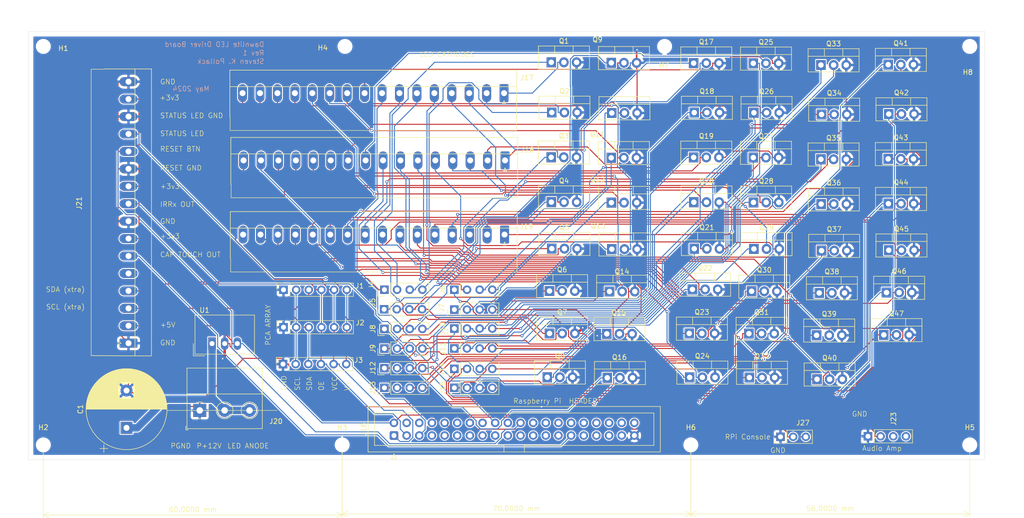
<source format=kicad_pcb>
(kicad_pcb (version 20240108) (generator "pcbnew") (generator_version "8.0")
  (title_block (title "Dawnlite LED Driver Board") (date "2024-05-04") (rev "Rev 1") (company "Steven Pollack"))
  (layers (0 "F.Cu" signal) (31 "B.Cu" signal) (34 "B.Paste" user) (35 "F.Paste" user) (36 "B.SilkS" user "B.Silkscreen") (37 "F.SilkS" user "F.Silkscreen") (38 "B.Mask" user) (39 "F.Mask" user) (44 "Edge.Cuts" user))
  (net 0 "")
  (net 31 "LEDO_1")
  (net 32 "LED_2")
  (net 33 "GND")
  (net 34 "LED_3")
  (net 35 "LEDO_2")
  (net 36 "LEDO_3")
  (net 37 "LED_4")
  (net 38 "LEDO_4")
  (net 39 "LED_5")
  (net 40 "LED_6")
  (net 41 "LEDO_5")
  (net 42 "LEDO_6")
  (net 43 "LED_7")
  (net 44 "LED_8")
  (net 45 "LEDO_7")
  (net 46 "LED_1")
  (net 47 "LEDO_8")
  (net 48 "LEDO_9")
  (net 49 "LEDO_10")
  (net 50 "LEDO_11")
  (net 51 "LEDO_12R")
  (net 52 "LEDO_12G")
  (net 53 "LEDO_12B")
  (net 54 "LED_12B")
  (net 55 "LEDO_12W")
  (net 56 "LED_12W")
  (net 57 "LED_13R")
  (net 58 "LEDO_13R")
  (net 59 "LEDO_13G")
  (net 60 "LED_13G")
  (net 61 "LEDO_13B")
  (net 62 "LED_13B")
  (net 63 "LED_13W")
  (net 64 "LEDO_13W")
  (net 65 "LEDO_14R")
  (net 66 "LED_14R")
  (net 67 "LEDO_14G")
  (net 68 "LED_14G")
  (net 69 "LEDO_14B")
  (net 70 "LED_14B")
  (net 71 "LED_14W")
  (net 72 "LEDO_14W")
  (net 73 "LED_15R")
  (net 74 "LEDO_15R")
  (net 75 "LEDO_15G")
  (net 76 "LED_15G")
  (net 77 "LED_15B")
  (net 78 "LEDO_15B")
  (net 79 "LEDO_15W")
  (net 80 "LED_9")
  (net 81 "LED_10")
  (net 82 "LED_11")
  (net 83 "LED_12R")
  (net 84 "LED_12G")
  (net 85 "LED_15W")
  (net 86 "LEDO_16R")
  (net 87 "LED_16R")
  (net 88 "LEDO_16G")
  (net 89 "LED_16G")
  (net 90 "LED_16B")
  (net 91 "LEDO_16B")
  (net 92 "LED_16W")
  (net 93 "LEDO_16W")
  (net 94 "LED_17R")
  (net 95 "LEDO_17R")
  (net 96 "LED_17G")
  (net 97 "LEDO_17G")
  (net 98 "LED_17B")
  (net 99 "LEDO_17B")
  (net 100 "LED_17W")
  (net 101 "LEDO_17W")
  (net 102 "LED_18R")
  (net 103 "LEDO_18R")
  (net 104 "LEDO_18G")
  (net 105 "LED_18G")
  (net 106 "LEDO_18B")
  (net 107 "LED_18B")
  (net 108 "LEDO_18W")
  (net 109 "LED_18W")
  (net 110 "LED_19R")
  (net 111 "LEDO_19R")
  (net 112 "LED_19G")
  (net 113 "LEDO_19G")
  (net 114 "LED_19B")
  (net 115 "LEDO_19B")
  (net 116 "LED_19W")
  (net 117 "LEDO_19W")
  (net 118 "LEDO_20R")
  (net 119 "LED_20R")
  (net 120 "LED_20G")
  (net 121 "LEDO_20G")
  (net 122 "LED_20B")
  (net 123 "LEDO_20B")
  (net 124 "LED_20W")
  (net 125 "LEDO_20W")
  (net 126 "STATUS")
  (net 128 "SDA")
  (net 129 "+3V3")
  (net 130 "unconnected-(J1-Pin_6-Pad6)")
  (net 131 "SCL")
  (net 132 "unconnected-(J1-Pin_2-Pad2)")
  (net 133 "TX")
  (net 134 "IRRx")
  (net 135 "TOGGLE")
  (net 136 "RX")
  (net 137 "RESET")
  (net 138 "+5V")
  (net 142 "Net-(J20-Pin_2)")
  (footprint "MountingHole:MountingHole_2.5mm" (layer "F.Cu") (at 110.567 52.22)
    (property "Reference" "H4")
    (property "Value" "MountingHole")
  )
  (footprint "Package_TO_SOT_THT:TO-220-3_Vertical" (layer "F.Cu") (at 206.24 93.215)
    (property "Reference" "Q37")
    (property "Value" "IRF3205")
  )
  (footprint "Package_TO_SOT_THT:TO-220-3_Vertical" (layer "F.Cu") (at 164.13 92.925)
    (property "Reference" "Q13")
    (property "Value" "IRF3205")
  )
  (footprint "Package_TO_SOT_THT:TO-220-3_Vertical" (layer "F.Cu") (at 191.75 118.7)
    (property "Reference" "Q32")
    (property "Value" "IRF3205")
  )
  (footprint "Connector_PinSocket_2.54mm:PinSocket_1x06_P2.54mm_Vertical" (layer "F.Cu") (at 98.215 101.075 90)
    (property "Reference" "J1")
    (property "Value" "Conn_01x06_Socket")
  )
  (footprint "Connector_PinHeader_2.54mm:PinHeader_1x04_P2.54mm_Vertical" (layer "F.Cu") (at 118.48 120.76 90)
    (property "Reference" "J13")
    (property "Value" "01x04_Pin")
  )
  (footprint "Package_TO_SOT_THT:TO-220-3_Vertical" (layer "F.Cu") (at 192.54 74.535)
    (property "Reference" "Q27")
    (property "Value" "IRF3205")
  )
  (footprint "Package_TO_SOT_THT:TO-220-3_Vertical" (layer "F.Cu") (at 164.03 55.515)
    (property "Reference" "Q9")
    (property "Value" "IRF3205")
  )
  (footprint "Package_TO_SOT_THT:TO-220-3_Vertical" (layer "F.Cu") (at 206.12 55.955)
    (property "Reference" "Q33")
    (property "Value" "IRF3205")
  )
  (footprint "Package_TO_SOT_THT:TO-220-3_Vertical" (layer "F.Cu") (at 180.6 83.5)
    (property "Reference" "Q20")
    (property "Value" "IRF3205")
  )
  (footprint "Package_TO_SOT_THT:TO-220-3_Vertical" (layer "F.Cu") (at 164.05 83.585)
    (property "Reference" "Q12")
    (property "Value" "IRF3205")
  )
  (footprint "Package_TO_SOT_THT:TO-220-3_Vertical" (layer "F.Cu") (at 192.2 101.375)
    (property "Reference" "Q30")
    (property "Value" "IRF3205")
  )
  (footprint "MountingHole:MountingHole_2.5mm" (layer "F.Cu") (at 180 132.22)
    (property "Reference" "H6")
    (property "Value" "MountingHole")
  )
  (footprint "Package_TO_SOT_THT:TO-220-3_Vertical" (layer "F.Cu") (at 152.08 92.82)
    (property "Reference" "Q5")
    (property "Value" "IRF3205")
  )
  (footprint "Package_TO_SOT_THT:TO-220-3_Vertical" (layer "F.Cu") (at 180.56 55.58)
    (property "Reference" "Q17")
    (property "Value" "IRF3205")
  )
  (footprint "Package_TO_SOT_THT:TO-220-3_Vertical" (layer "F.Cu") (at 163.67 101.425)
    (property "Reference" "Q14")
    (property "Value" "IRF3205")
  )
  (footprint "Connector_PinHeader_2.54mm:PinHeader_1x04_P2.54mm_Vertical" (layer "F.Cu") (at 118.48 101.06 90)
    (property "Reference" "J4")
    (property "Value" "01x04_Pin")
  )
  (footprint "MountingHole:MountingHole_2.5mm" (layer "F.Cu") (at 110 132.22)
    (property "Reference" "H3")
    (property "Value" "MountingHole")
  )
  (footprint "Connector_Phoenix_MC:PhoenixContact 1985108" (layer "F.Cu") (at 142.5 65.1 180)
    (property "Reference" "J17")
    (property "Value" "Conn_01x16_Socket")
  )
  (footprint "Connector_PinSocket_2.54mm:PinSocket_1x06_P2.54mm_Vertical" (layer "F.Cu") (at 98.12 116 90)
    (property "Reference" "J3")
    (property "Value" "Conn_01x06_Socket")
  )
  (footprint "Connector_PinHeader_2.54mm:PinHeader_1x04_P2.54mm_Vertical" (layer "F.Cu") (at 215.56 130.5 90)
    (property "Reference" "J23")
    (property "Value" "Conn_01x05_Socket")
  )
  (footprint "Package_TO_SOT_THT:TO-220-3_Vertical" (layer "F.Cu") (at 164.01 74.585)
    (property "Reference" "Q11")
    (property "Value" "IRF3205")
  )
  (footprint "Package_TO_SOT_THT:TO-220-3_Vertical" (layer "F.Cu") (at 219.62 74.795)
    (property "Reference" "Q43")
    (property "Value" "IRF3205")
  )
  (footprint "Package_TO_SOT_THT:TO-220-3_Vertical" (layer "F.Cu") (at 152.08 65.48)
    (property "Reference" "Q2")
    (property "Value" "IRF3205")
  )
  (footprint "Package_TO_SOT_THT:TO-220-3_Vertical" (layer "F.Cu") (at 151.98 55.41)
    (property "Reference" "Q1")
    (property "Value" "IRF3205")
  )
  (footprint "MountingHole:MountingHole_2.5mm" (layer "F.Cu") (at 50 132.22)
    (property "Reference" "H2")
    (property "Value" "MountingHole")
  )
  (footprint "Connector_PinHeader_2.54mm:PinHeader_1x04_P2.54mm_Vertical" (layer "F.Cu") (at 118.42 105 90)
    (property "Reference" "J5")
    (property "Value" "01x04_Pin")
  )
  (footprint "Connector_PinHeader_2.54mm:PinHeader_1x04_P2.54mm_Vertical" (layer "F.Cu") (at 132.52 101.06 90)
    (property "Reference" "J6")
    (property "Value" "01x04_Pin")
  )
  (footprint "Package_TO_SOT_THT:TO-220-3_Vertical" (layer "F.Cu") (at 151.62 101.32)
    (property "Reference" "Q6")
    (property "Value" "IRF3205")
  )
  (footprint "Connector_PinHeader_2.54mm:PinHeader_1x04_P2.54mm_Vertical" (layer "F.Cu") (at 118.48 112.88 90)
    (property "Reference" "J9")
    (property "Value" "01x04_Pin")
  )
  (footprint "Package_TO_SOT_THT:TO-220-3_Vertical" (layer "F.Cu") (at 219.28 101.635)
    (property "Reference" "Q46")
    (property "Value" "IRF3205")
  )
  (footprint "Package_TO_SOT_THT:TO-220-3_Vertical" (layer "F.Cu") (at 192.54 55.615)
    (property "Reference" "Q25")
    (property "Value" "IRF3205")
  )
  (footprint "Connector_IDC:IDC-Header_2x20_P2.54mm_Vertical" (layer "F.Cu") (at 120.4 130.34 90)
    (property "Reference" "J16")
    (property "Value" "Conn_02x20_Odd_Even")
  )
  (footprint "Package_TO_SOT_THT:TO-220-3_Vertical" (layer "F.Cu") (at 219.62 55.875)
    (property "Reference" "Q41")
    (property "Value" "IRF3205")
  )
  (footprint "Package_TO_SOT_THT:TO-220-3_Vertical" (layer "F.Cu") (at 163.13 109.925)
    (property "Reference" "Q15")
    (property "Value" "IRF3205")
  )
  (footprint "Package_TO_SOT_THT:TO-220-3_Vertical" (layer "F.Cu") (at 191.66 109.875)
    (property "Reference" "Q31")
    (property "Value" "IRF3205")
  )
  (footprint "Package_TO_SOT_THT:TO-220-3_Vertical" (layer "F.Cu") (at 151.17 118.645)
    (property "Reference" "Q8")
    (property "Value" "IRF3205")
  )
  (footprint "Package_TO_SOT_THT:TO-220-3_Vertical" (layer "F.Cu") (at 192.66 92.875)
    (property "Reference" "Q29")
    (property "Value" "IRF3205")
  )
  (footprint "MountingHole:MountingHole_2.5mm" (layer "F.Cu") (at 236 132.22)
    (property "Reference" "H5")
    (property "Value" "MountingHole")
  )
  (footprint "Package_TO_SOT_THT:TO-220-3_Vertical" (layer "F.Cu") (at 152 83.48)
    (property "Reference" "Q4")
    (property "Value" "IRF3205")
  )
  (footprint "Connector_Phoenix_MC:PhoenixContact 1985108" (layer "F.Cu") (at 142.7 78.6 180)
    (property "Reference" "J18")
    (property "Value" "Conn_01x16_Socket")
  )
  (footprint "Package_TO_SOT_THT:TO-220-3_Vertical" (layer "F.Cu") (at 192.66 65.535)
    (property "Reference" "Q26")
    (property "Value" "IRF3205")
  )
  (footprint "Package_TO_SOT_THT:TO-220-3_Vertical" (layer "F.Cu") (at 205.24 110.215)
    (property "Reference" "Q39")
    (property "Value" "IRF3205")
  )
  (footprint "Package_TO_SOT_THT:TO-220-3_Vertical" (layer "F.Cu") (at 219.74 93.135)
    (property "Reference" "Q45")
    (property "Value" "IRF3205")
  )
  (footprint "Package_TO_SOT_THT:TO-220-3_Vertical" (layer "F.Cu") (at 180.56 74.5)
    (property "Reference" "Q19")
    (property "Value" "IRF3205")
  )
  (footprint "Package_TO_SOT_THT:TO-220-3_Vertical" (layer "F.Cu") (at 180.68 65.5)
    (property "Reference" "Q18")
    (property "Value" "IRF3205")
  )
  (footprint "Package_TO_SOT_THT:TO-220-3_Vertical" (layer "F.Cu") (at 164.13 65.585)
    (property "Reference" "Q10" (hide yes))
    (property "Value" "IRF3205")
  )
  (footprint "Package_TO_SOT_THT:TO-220-3_Vertical" (layer "F.Cu") (at 179.77 118.665)
    (property "Reference" "Q24")
    (property "Value" "IRF3205")
  )
  (footprint "Package_TO_SOT_THT:TO-220-3_Vertical" (layer "F.Cu") (at 218.74 110.135)
    (property "Reference" "Q47")
    (property "Value" "IRF3205")
  )
  (footprint "Connector_PinHeader_2.54mm:PinHeader_1x04_P2.54mm_Vertical" (layer "F.Cu") (at 118.48 108.94 90)
    (property "Reference" "J8")
    (property "Value" "01x04_Pin")
  )
  (footprint "Capacitor_THT:CP_Radial_D16.0mm_P7.50mm" (layer "F.Cu") (at 66.7 128.8 90)
    (property "Reference" "C1")
    (property "Value" "C_Polarized")
  )
  (footprint "Package_TO_SOT_THT:TO-220-3_Vertical" (layer "F.Cu") (at 206.12 74.875)
    (property "Reference" "Q35")
    (property "Value" "IRF3205")
  )
  (footprint "Package_TO_SOT_THT:TO-220-3_Vertical" (layer "F.Cu") (at 192.58 83.535)
    (property "Reference" "Q28")
    (property "Value" "IRF3205")
  )
  (footprint "Package_TO_SOT_THT:TO-220-3_Vertical" (layer "F.Cu") (at 163.22 118.75)
    (property "Reference" "Q16")
    (property "Value" "IRF3205")
  )
  (footprint "Package_TO_SOT_THT:TO-220-3_Vertical" (layer "F.Cu") (at 180.68 92.84)
    (property "Reference" "Q21")
    (property "Value" "IRF3205")
  )
  (footprint "Connector_PinHeader_2.54mm:PinHeader_1x04_P2.54mm_Vertical" (layer "F.Cu") (at 132.52 120.76 90)
    (property "Reference" "J15")
    (property "Value" "01x04_Pin")
  )
  (footprint "Converter_DCDC:Converter_DCDC_TRACO_TSR-1_THT" (layer "F.Cu") (at 83.8675 111.8825)
    (property "Reference" "U1")
    (property "Value" "TSR_1-2450")
  )
  (footprint "Connector_Phoenix_MC:PhoenixContact 1985108" (layer "F.Cu") (at 142.6 93.5 180)
    (property "Reference" "J19")
    (property "Value" "Conn_01x16_Socket")
  )
  (footprint "MountingHole:MountingHole_2.5mm" (layer "F.Cu") (at 50 52.22)
    (property "Reference" "H1")
    (property "Value" "MountingHole")
  )
  (footprint "Package_TO_SOT_THT:TO-220-3_Vertical" (layer "F.Cu") (at 151.63 109.85)
    (property "Reference" "Q7")
    (property "Value" "IRF3205")
  )
  (footprint "Connector_PinHeader_2.54mm:PinHeader_1x04_P2.54mm_Vertical" (layer "F.Cu") (at 132.52 108.86 90)
    (property "Reference" "J10")
    (property "Value" "01x04_Pin")
  )
  (footprint "Package_TO_SOT_THT:TO-220-3_Vertical" (layer "F.Cu") (at 206.16 83.875)
    (property "Reference" "Q36")
    (property "Value" "IRF3205")
  )
  (footprint "MountingHole:MountingHole_2.5mm" (layer "F.Cu") (at 236 52.22)
    (property "Reference" "H8")
    (property "Value" "MountingHole")
  )
  (footprint "Package_TO_SOT_THT:TO-220-3_Vertical" (layer "F.Cu") (at 219.66 83.795)
    (property "Reference" "Q44")
    (property "Value" "IRF3205")
  )
  (footprint "Package_TO_SOT_THT:TO-220-3_Vertical" (layer "F.Cu") (at 180.32 101.005)
    (property "Reference" "Q22")
    (property "Value" "IRF3205")
  )
  (footprint "Connector_PinHeader_2.54mm:PinHeader_1x04_P2.54mm_Vertical" (layer "F.Cu") (at 132.52 116.96 90)
    (property "Reference" "J14")
    (property "Value" "01x04_Pin")
  )
  (footprint "Connector_PinHeader_2.54mm:PinHeader_1x04_P2.54mm_Vertical" (layer "F.Cu") (at 118.48 116.82 90)
    (property "Reference" "J12")
    (property "Value" "01x04_Pin")
  )
  (footprint "TerminalBlock_Phoenix:TerminalBlock_Phoenix_MKDS-1,5-3_1x03_P5.00mm_Horizontal" (layer "F.Cu") (at 81.4 124.3)
    (property "Reference" "J20")
    (property "Value" "Screw_Terminal_01x03")
  )
  (footprint "Connector_Phoenix_MC:PhoenixContact 1985108" (layer "F.Cu") (at 63.6 111.8 90)
    (property "Reference" "J21")
    (property "Value" "Conn_01x16_Socket")
  )
  (footprint "Package_TO_SOT_THT:TO-220-3_Vertical" (layer "F.Cu") (at 219.74 65.795)
    (property "Reference" "Q42")
    (property "Value" "IRF3205")
  )
  (footprint "Package_TO_SOT_THT:TO-220-3_Vertical" (layer "F.Cu") (at 151.96 74.48)
    (property "Reference" "Q3")
    (property "Value" "IRF3205")
  )
  (footprint "Connector_PinSocket_2.54mm:PinSocket_1x06_P2.54mm_Vertical" (layer "F.Cu") (at 98.22 108.6 90)
    (property "Reference" "J2")
    (property "Value" "Conn_01x06_Socket")
  )
  (footprint "Connector_PinHeader_2.54mm:PinHeader_1x03_P2.54mm_Vertical" (layer "F.Cu") (at 198 130.6 90)
    (property "Reference" "J27")
    (property "Value" "Conn_01x03_Pin")
  )
  (footprint "Package_TO_SOT_THT:TO-220-3_Vertical" (layer "F.Cu") (at 205.33 119.04)
    (property "Reference" "Q40")
    (property "Value" "IRF3205")
  )
  (footprint "Package_TO_SOT_THT:TO-220-3_Vertical" (layer "F.Cu") (at 206.24 65.875)
    (property "Reference" "Q34")
    (property "Value" "IRF3205")
  )
  (footprint "MountingHole:MountingHole_2.5mm" (layer "F.Cu") (at 174.733 52.22)
    (property "Reference" "H7")
    (property "Value" "MountingHole")
  )
  (footprint "Connector_PinHeader_2.54mm:PinHeader_1x04_P2.54mm_Vertical" (layer "F.Cu") (at 132.52 112.86 90)
    (property "Reference" "J11")
    (property "Value" "01x04_Pin")
  )
  (footprint "Package_TO_SOT_THT:TO-220-3_Vertical" (layer "F.Cu") (at 205.78 101.715)
    (property "Reference" "Q38")
    (property "Value" "IRF3205")
  )
  (footprint "Package_TO_SOT_THT:TO-220-3_Vertical" (layer "F.Cu") (at 179.68 109.84)
    (property "Reference" "Q23")
    (property "Value" "IRF3205")
  )
  (footprint "Connector_PinHeader_2.54mm:PinHeader_1x04_P2.54mm_Vertical" (layer "F.Cu") (at 132.52 105.06 90)
    (property "Reference" "J7")
    (property "Value" "01x04_Pin")
  )
  (gr_rect (start 46.995 49.225) (end 238.995 135.225) (stroke (width 0.05)) (fill none) (layer "Edge.Cuts"))
  (gr_text "Steven K. Pollack" (at 94.4 55.8 0) (layer "B.SilkS") (effects (font (size 1 1) (thickness 0.1)) (justify left bottom mirror)))
  (gr_text "May 2024" (at 83.4 61.3 0) (layer "B.SilkS") (effects (font (size 1 1) (thickness 0.1)) (justify left bottom mirror)))
  (gr_text "Dawnlite LED Driver Board\n" (at 94.4 52.4 0) (layer "B.SilkS") (effects (font (size 1 1) (thickness 0.1)) (justify left bottom mirror)))
  (gr_text "Rev 1" (at 94.4 54.1 0) (layer "B.SilkS") (effects (font (size 1 1) (thickness 0.1)) (justify left bottom mirror)))
  (gr_text "LED CATHODES" (at 125.5 54.4 0) (layer "F.SilkS") (effects (font (size 1 1) (thickness 0.1)) (justify left bottom)))
  (gr_text "RPi Console" (at 186.8 131.2 0) (layer "F.SilkS") (effects (font (size 1 1) (thickness 0.1)) (justify left bottom)))
  (gr_text "CAP TOUCH OUT" (at 73.4 94.6 0) (layer "F.SilkS") (effects (font (size 1 1) (thickness 0.1)) (justify left bottom)))
  (gr_text "LED ANODE" (at 86.9 133 0) (layer "F.SilkS") (effects (font (size 1 1) (thickness 0.1)) (justify left bottom)))
  (gr_text "GND\n" (at 73.4 87.9 0) (layer "F.SilkS") (effects (font (size 1 1) (thickness 0.1)) (justify left bottom)))
  (gr_text "GND" (at 212.3 126.6 0) (layer "F.SilkS") (effects (font (size 1 1) (thickness 0.1)) (justify left bottom)))
  (gr_text "SCL" (at 101.6 121.4 90) (layer "F.SilkS") (effects (font (size 1 1) (thickness 0.1)) (justify left bottom)))
  (gr_text "V+" (at 111.58 121.4 90) (layer "F.SilkS") (effects (font (size 1 1) (thickness 0.1)) (justify left bottom)))
  (gr_text "OE\n" (at 106.4 121.4 90) (layer "F.SilkS") (effects (font (size 1 1) (thickness 0.1)) (justify left bottom)))
  (gr_text "+3v3" (at 73.3 63.1 0) (layer "F.SilkS") (effects (font (size 1 1) (thickness 0.1)) (justify left bottom)))
  (gr_text "+3v3" (at 73.4 90.9 0) (layer "F.SilkS") (effects (font (size 1 1) (thickness 0.1)) (justify left bottom)))
  (gr_text "PCA ARRAY" (at 95.7 112.3 90) (layer "F.SilkS") (effects (font (size 1 1) (thickness 0.1)) (justify left bottom)))
  (gr_text "STATUS LED" (at 73.4 70.3 0) (layer "F.SilkS") (effects (font (size 1 1) (thickness 0.1)) (justify left bottom)))
  (gr_text "IRRx OUT" (at 73.4 84.5 0) (layer "F.SilkS") (effects (font (size 1 1) (thickness 0.1)) (justify left bottom)))
  (gr_text "GND" (at 73.4 59.9 0) (layer "F.SilkS") (effects (font (size 1 1) (thickness 0.1)) (justify left bottom)))
  (gr_text "SDA (xtra)" (at 50.452379 101.6 0) (layer "F.SilkS") (effects (font (size 1 1) (thickness 0.1)) (justify left bottom)))
  (gr_text "SDA" (at 104 121.4 90) (layer "F.SilkS") (effects (font (size 1 1) (thickness 0.1)) (justify left bottom)))
  (gr_text "GND" (at 73.4 112.3 0) (layer "F.SilkS") (effects (font (size 1 1) (thickness 0.1)) (justify left bottom)))
  (gr_text "VCC" (at 109.08 121.4 90) (layer "F.SilkS") (effects (font (size 1 1) (thickness 0.1)) (justify left bottom)))
  (gr_text "RESET GND" (at 73.4 77.2 0) (layer "F.SilkS") (effects (font (size 1 1) (thickness 0.1)) (justify left bottom)))
  (gr_text "RESET BTN" (at 73.4 73.4 0) (layer "F.SilkS") (effects (font (size 1 1) (thickness 0.1)) (justify left bottom)))
  (gr_text "Raspberry Pi  HEADER" (at 144.3 124 0) (layer "F.SilkS") (effects (font (size 1 1) (thickness 0.1)) (justify left bottom)))
  (gr_text "P+12V" (at 80.723809 133 0) (layer "F.SilkS") (effects (font (size 1 1) (thickness 0.1)) (justify left bottom)))
  (gr_text "Audio Amp" (at 214.36 133.5 0) (layer "F.SilkS") (effects (font (size 1 1) (thickness 0.1)) (justify left bottom)))
  (gr_text "GND" (at 195.9 133.9 0) (layer "F.SilkS") (effects (font (size 1 1) (thickness 0.1)) (justify left bottom)))
  (gr_text "+5V" (at 73.4 108.7 0) (layer "F.SilkS") (effects (font (size 1 1) (thickness 0.1)) (justify left bottom)))
  (gr_text "SCL (xtra)" (at 50.499998 105.1 0) (layer "F.SilkS") (effects (font (size 1 1) (thickness 0.1)) (justify left bottom)))
  (gr_text "PGND" (at 75.5 133 0) (layer "F.SilkS") (effects (font (size 1 1) (thickness 0.1)) (justify left bottom)))
  (gr_text "+3v3" (at 73.4 80.9 0) (layer "F.SilkS") (effects (font (size 1 1) (thickness 0.1)) (justify left bottom)))
  (gr_text "GND\n" (at 98.9 121.4 90) (layer "F.SilkS") (effects (font (size 1 1) (thickness 0.1)) (justify left bottom)))
  (gr_text "STATUS LED GND\n" (at 73.4 66.7 0) (layer "F.SilkS") (effects (font (size 1 1) (thickness 0.1)) (justify left bottom)))
  (dimension (type aligned) (layer "F.SilkS") (pts (xy 180 132.22) (xy 236 132.22)) (height 13.88) (gr_text "56.0000 mm" (at 208 145 0) (layer "F.SilkS") (effects (font (size 1 1) (thickness 0.1)))) (format (prefix "") (suffix "") (units 3) (units_format 1) (precision 4)) (style (thickness 0.1) (arrow_length 1.27) (text_position_mode 0) (extension_height 0.58642) (extension_offset 0.5) keep_text_aligned))
  (dimension (type aligned) (layer "F.SilkS") (pts (xy 110 132.22) (xy 180 132.22)) (height 13.88) (gr_text "70.0000 mm" (at 145 145 0) (layer "F.SilkS") (effects (font (size 1 1) (thickness 0.1)))) (format (prefix "") (suffix "") (units 3) (units_format 1) (precision 4)) (style (thickness 0.1) (arrow_length 1.27) (text_position_mode 0) (extension_height 0.58642) (extension_offset 0.5) keep_text_aligned))
  (dimension (type aligned) (layer "F.SilkS") (pts (xy 110 132.22) (xy 50 132.22)) (height -14.08) (gr_text "60.0000 mm" (at 80 145.2 0) (layer "F.SilkS") (effects (font (size 1 1) (thickness 0.1)))) (format (prefix "") (suffix "") (units 3) (units_format 1) (precision 4)) (style (thickness 0.1) (arrow_length 1.27) (text_position_mode 0) (extension_height 0.58642) (extension_offset 0.5) keep_text_aligned))
  (segment (start 148.171 61.6) (end 142.5 61.6) (width 0.2) (layer "B.Cu") (net 31))
  (segment (start 153.266 55.41) (end 153.266 56.5053) (width 0.2) (layer "B.Cu") (net 31))
  (segment (start 154.52 55.41) (end 153.266 55.41) (width 0.2) (layer "B.Cu") (net 31))
  (segment (start 153.266 56.5053) (end 148.171 61.6) (width 0.2) (layer "B.Cu") (net 31))
  (segment (start 123.56 101.06) (end 124.712 101.06) (width 0.2) (layer "B.Cu") (net 32))
  (segment (start 137.428 62.745) (end 140.163 65.48) (width 0.2) (layer "B.Cu") (net 32))
  (segment (start 125.604 99.9083) (end 125.732 99.9083) (width 0.2) (layer "B.Cu") (net 32))
  (segment (start 127.46 98.1804) (end 127.46 92.015) (width 0.2) (layer "B.Cu") (net 32))
  (segment (start 127.619 88.3175) (end 127.619 87.4168) (width 0.2) (layer "B.Cu") (net 32))
  (segment (start 124.712 100.801) (end 125.604 99.9083) (width 0.2) (layer "B.Cu") (net 32))
  (segment (start 137.428 60.9058) (end 137.428 62.745) (width 0.2) (layer "B.Cu") (net 32))
  (segment (start 131.491 59.4948) (end 136.017 59.4948) (width 0.2) (layer "B.Cu") (net 32))
  (segment (start 125.732 99.9083) (end 127.46 98.1804) (width 0.2) (layer "B.Cu") (net 32))
  (segment (start 140.163 65.48) (end 152.08 65.48) (width 0.2) (layer "B.Cu") (net 32))
  (segment (start 127.46 92.015) (end 127.398 91.9532) (width 0.2) (layer "B.Cu") (net 32))
  (segment (start 136.017 59.4948) (end 137.428 60.9058) (width 0.2) (layer "B.Cu") (net 32))
  (segment (start 130.25 62.9854) (end 130.25 60.7362) (width 0.2) (layer "B.Cu") (net 32))
  (segment (start 127.398 88.5384) (end 127.619 88.3175) (width 0.2) (layer "B.Cu") (net 32))
  (segment (start 127.453 87.2508) (end 127.453 65.7822) (width 0.2) (layer "B.Cu") (net 32))
  (segment (start 130.25 60.7362) (end 131.491 59.4948) (width 0.2) (layer "B.Cu") (net 32))
  (segment (start 124.712 101.06) (end 124.712 100.801) (width 0.2) (layer "B.Cu") (net 32))
  (segment (start 127.398 91.9532) (end 127.398 88.5384) (width 0.2) (layer "B.Cu") (net 32))
  (segment (start 127.453 65.7822) (end 130.25 62.9854) (width 0.2) (layer "B.Cu") (net 32))
  (segment (start 127.619 87.4168) (end 127.453 87.2508) (width 0.2) (layer "B.Cu") (net 32))
  (segment (start 159.6 108.7) (end 158.3 108.7) (width 0.2) (layer "F.Cu") (net 33))
  (segment (start 67.1 59.3) (end 64.9983 59.3) (width 0.2) (layer "F.Cu") (net 33))
  (segment (start 196.366 73.9863) (end 195.608 73.2288) (width 0.2) (layer "F.Cu") (net 33))
  (segment (start 166.201 111.229) (end 164.4 111.229) (width 0.2) (layer "F.Cu") (net 33))
  (segment (start 197.62 55.615) (end 196.366 55.615) (width 0.2) (layer "F.Cu") (net 33))
  (segment (start 195.72 91.5733) (end 188.281 91.5733) (width 0.2) (layer "F.Cu") (net 33))
  (segment (start 98.12 116) (end 99.2717 116) (width 0.2) (layer "F.Cu") (net 33))
  (segment (start 64.9983 59.3) (end 64.9983 66.3) (width 0.2) (layer "F.Cu") (net 33))
  (segment (start 187.014 92.84) (end 185.76 92.84) (width 0.2) (layer "F.Cu") (net 33))
  (segment (start 188.281 91.5733) (end 187.014 92.84) (width 0.2) (layer "F.Cu") (net 33))
  (segment (start 186.894 74.5) (end 185.64 74.5) (width 0.2) (layer "F.Cu") (net 33))
  (segment (start 197.74 92.875) (end 196.486 92.875) (width 0.2) (layer "F.Cu") (net 33))
  (segment (start 169.11 52.99) (end 169.11 55.515) (width 0.3) (layer "F.Cu") (net 33))
  (segment (start 157.15 109.85) (end 158.3 108.7) (width 0.5) (layer "F.Cu") (net 33))
  (segment (start 186.934 83.5) (end 185.68 83.5) (width 0.2) (layer "F.Cu") (net 33))
  (segment (start 87.4592 111.882) (end 86.4075 111.882) (width 0.2) (layer "F.Cu") (net 33))
  (segment (start 107.536 124.552) (end 150.031 124.552) (width 0.2) (layer "F.Cu") (net 33))
  (segment (start 70.6991 124.499) (end 67.1 120.9) (width 0.2) (layer "F.Cu") (net 33))
  (segment (start 184.386 56.1472) (end 184.386 55.58) (width 0.2) (layer "F.Cu") (net 33))
  (segment (start 196.366 55.615) (end 196.366 55.0663) (width 0.2) (layer "F.Cu") (net 33))
  (segment (start 196.406 84.1022) (end 195.546 84.9621) (width 0.2) (layer "F.Cu") (net 33))
  (segment (start 86.4075 114.4925) (end 86.4075 111.8825) (width 0.5) (layer "F.Cu") (net 33))
  (segment (start 81.4 124.499) (end 81.4 123.698) (width 0.2) (layer "F.Cu") (net 33))
  (segment (start 166.733 100.098) (end 167.496 100.861) (width 0.2) (layer "F.Cu") (net 33))
  (segment (start 81.4 125.3) (end 81.4 124.499) (width 0.2) (layer "F.Cu") (net 33))
  (segment (start 67.1 111.8) (end 64.9983 109.698) (width 0.2) (layer "F.Cu") (net 33))
  (segment (start 158.542 109.85) (end 156.71 109.85) (width 0.2) (layer "F.Cu") (net 33))
  (segment (start 188.396 84.9621) (end 186.934 83.5) (width 0.2) (layer "F.Cu") (net 33))
  (segment (start 195.608 73.2288) (end 188.165 73.2288) (width 0.2) (layer "F.Cu") (net 33))
  (segment (start 167.496 102.679) (end 167.496 101.425) (width 0.2) (layer "F.Cu") (net 33))
  (segment (start 156.7 101.32) (end 157.954 101.32) (width 0.2) (layer "F.Cu") (net 33))
  (segment (start 166.956 109.925) (end 166.956 110.474) (width 0.2) (layer "F.Cu") (net 33))
  (segment (start 98.12 116) (end 98.12 114.848) (width 0.2) (layer "F.Cu") (net 33))
  (segment (start 157.954 101.32) (end 159.176 100.098) (width 0.2) (layer "F.Cu") (net 33))
  (segment (start 197.62 74.535) (end 196.366 74.535) (width 0.2) (layer "F.Cu") (net 33))
  (segment (start 196.486 92.3396) (end 195.72 91.5733) (width 0.2) (layer "F.Cu") (net 33))
  (segment (start 67.1 66.3) (end 64.9983 66.3) (width 0.2) (layer "F.Cu") (net 33))
  (segment (start 81.4 123.698) (end 89.9132 115.185) (width 0.2) (layer "F.Cu") (net 33))
  (segment (start 86 114.9) (end 86.4075 114.4925) (width 0.5) (layer "F.Cu") (net 33))
  (segment (start 98.12 114.848) (end 89.9132 114.848) (width 0.2) (layer "F.Cu") (net 33))
  (segment (start 186.894 55.58) (end 185.64 55.58) (width 0.2) (layer "F.Cu") (net 33))
  (segment (start 159.176 100.098) (end 166.733 100.098) (width 0.2) (layer "F.Cu") (net 33))
  (segment (start 196.486 92.875) (end 196.486 92.3396) (width 0.2) (layer "F.Cu") (net 33))
  (segment (start 67.1 120.9) (end 67.1 111.8) (width 0.2) (layer "F.Cu") (net 33))
  (segment (start 168.21 109.925) (end 166.956 109.925) (width 0.2) (layer "F.Cu") (net 33))
  (segment (start 196.406 83.535) (end 196.406 84.1022) (width 0.2) (layer "F.Cu") (net 33))
  (segment (start 98.22 108.6) (end 98.22 109.752) (width 0.2) (layer "F.Cu") (net 33))
  (segment (start 196.366 74.535) (end 196.366 73.9863) (width 0.2) (layer "F.Cu") (net 33))
  (segment (start 184.386 55.58) (end 185.64 55.58) (width 0.2) (layer "F.Cu") (net 33))
  (segment (start 169.11 56.8167) (end 169.112 56.8167) (width 0.2) (layer "F.Cu") (net 33))
  (segment (start 67.1 76.8) (end 65 76.8) (width 0.2) (layer "F.Cu") (net 33))
  (segment (start 98.22 109.752) (end 98.12 109.852) (width 0.2) (layer "F.Cu") (net 33))
  (segment (start 169.112 56.8167) (end 169.21 56.9142) (width 0.2) (layer "F.Cu") (net 33))
  (segment (start 211.32 65.875) (end 211.32 64.5733) (width 0.2) (layer "F.Cu") (net 33))
  (segment (start 168.75 101.425) (end 167.496 101.425) (width 0.2) (layer "F.Cu") (net 33))
  (segment (start 169.2 52.9) (end 169.11 52.99) (width 0.2) (layer "F.Cu") (net 33))
  (segment (start 167.496 100.861) (end 167.496 101.425) (width 0.2) (layer "F.Cu") (net 33))
  (segment (start 161.2 110.3) (end 159.6 108.7) (width 0.2) (layer "F.Cu") (net 33))
  (segment (start 87.4592 112.394) (end 87.4592 111.882) (width 0.2) (layer "F.Cu") (net 33))
  (segment (start 195.6 54.3009) (end 188.173 54.3009) (width 0.2) (layer "F.Cu") (net 33))
  (segment (start 64.9983 76.7983) (end 64.9983 66.3) (width 0.2) (layer "F.Cu") (net 33))
  (segment (start 197.66 83.535) (end 196.406 83.535) (width 0.2) (layer "F.Cu") (net 33))
  (segment (start 183.619 56.9142) (end 184.386 56.1472) (width 0.2) (layer "F.Cu") (net 33))
  (segment (start 169.21 65.585) (end 169.21 56.9142) (width 0.2) (layer "F.Cu") (net 33))
  (segment (start 211.2 64.4533) (end 211.2 55.955) (width 0.2) (layer "F.Cu") (net 33))
  (segment (start 67.1 87.3) (end 64.9983 87.3) (width 0.2) (layer "F.Cu") (net 33))
  (segment (start 166.956 110.474) (end 166.201 111.229) (width 0.2) (layer "F.Cu") (net 33))
  (segment (start 89.9132 115.185) (end 89.9132 114.848) (width 0.2) (layer "F.Cu") (net 33))
  (segment (start 89.9132 114.848) (end 87.4592 112.394) (width 0.2) (layer "F.Cu") (net 33))
  (segment (start 99.2717 116) (end 99.2717 116.288) (width 0.2) (layer "F.Cu") (net 33))
  (segment (start 169.11 55.515) (end 169.11 56.8167) (width 0.2) (layer "F.Cu") (net 33))
  (segment (start 156.71 109.85) (end 157.15 109.85) (width 0.2) (layer "F.Cu") (net 33))
  (segment (start 196.366 55.0663) (end 195.6 54.3009) (width 0.2) (layer "F.Cu") (net 33))
  (segment (start 211.32 64.5733) (end 211.2 64.4533) (width 0.2) (layer "F.Cu") (net 33))
  (segment (start 164.4 111.229) (end 159.92 111.229) (width 0.2) (layer "F.Cu") (net 33))
  (segment (start 164.4 111.229) (end 164.4 105.775) (width 0.2) (layer "F.Cu") (net 33))
  (segment (start 169.21 56.9142) (end 183.619 56.9142) (width 0.2) (layer "F.Cu") (net 33))
  (segment (start 64.9983 76.8017) (end 64.9983 87.3) (width 0.2) (layer "F.Cu") (net 33))
  (segment (start 188.173 54.3009) (end 186.894 55.58) (width 0.2) (layer "F.Cu") (net 33))
  (segment (start 188.165 73.2288) (end 186.894 74.5) (width 0.2) (layer "F.Cu") (net 33))
  (segment (start 65 76.8) (end 64.9983 76.8017) (width 0.2) (layer "F.Cu") (net 33))
  (segment (start 159.92 111.229) (end 158.542 109.85) (width 0.2) (layer "F.Cu") (net 33))
  (segment (start 195.546 84.9621) (end 188.396 84.9621) (width 0.2) (layer "F.Cu") (net 33))
  (segment (start 99.2717 116.288) (end 107.536 124.552) (width 0.2) (layer "F.Cu") (net 33))
  (segment (start 67.1 120.9) (end 66.7 121.3) (width 0.2) (layer "F.Cu") (net 33))
  (segment (start 64.9983 109.698) (end 64.9983 87.3) (width 0.2) (layer "F.Cu") (net 33))
  (segment (start 65 76.8) (end 64.9983 76.7983) (width 0.2) (layer "F.Cu") (net 33))
  (segment (start 81.4 124.499) (end 70.6991 124.499) (width 0.2) (layer "F.Cu") (net 33))
  (segment (start 98.12 109.852) (end 98.12 114.848) (width 0.2) (layer "F.Cu") (net 33))
  (segment (start 164.4 105.775) (end 167.496 102.679) (width 0.2) (layer "F.Cu") (net 33))
  (via (at 150.031 124.552) (size 0.6) (drill 0.3) (layers "F.Cu" "B.Cu") (net 33))
  (via (at 169.2 52.9) (size 0.6) (drill 0.3) (layers "F.Cu" "B.Cu") (net 33))
  (via (at 86 114.9) (size 0.6) (drill 0.3) (layers "F.Cu" "B.Cu") (net 33))
  (via (at 161.2 110.3) (size 0.6) (drill 0.3) (layers "F.Cu" "B.Cu") (net 33))
  (via (at 158.3 108.7) (size 0.6) (drill 0.3) (layers "F.Cu" "B.Cu") (net 33))
  (segment (start 211.32 99.9533) (end 211.32 93.215) (width 0.2) (layer "B.Cu") (net 33))
  (segment (start 185.4 101.005) (end 186.654 101.005) (width 0.2) (layer "B.Cu") (net 33))
  (segment (start 157.16 56.8167) (end 157.16 65.48) (width 0.2) (layer "B.Cu") (net 33))
  (segment (start 210.86 103.017) (end 210.32 103.557) (width 0.2) (layer "B.Cu") (net 33))
  (segment (start 186.654 101.005) (end 187.586 100.073) (width 0.2) (layer "B.Cu") (net 33))
  (segment (start 156.25 118.645) (end 154.996 118.645) (width 0.2) (layer "B.Cu") (net 33))
  (segment (start 156.7 101.32) (end 156.7 94.5817) (width 0.2) (layer "B.Cu") (net 33))
  (segment (start 168.3 118.75) (end 168.3 120.052) (width 0.2) (layer "B.Cu") (net 33))
  (segment (start 210.86 101.715) (end 210.86 103.017) (width 0.2) (layer "B.Cu") (net 33))
  (segment (start 167.856 56.0637) (end 167.103 56.8167) (width 0.2) (layer "B.Cu") (net 33))
  (segment (start 157.04 75.7817) (end 157.08 75.8217) (width 0.2) (layer "B.Cu") (net 33))
  (segment (start 224.74 85.0967) (end 224.82 85.1767) (width 0.2) (layer "B.Cu") (net 33))
  (segment (start 185.76 73.0783) (end 185.76 65.5) (width 0.2) (layer "B.Cu") (net 33))
  (segment (start 184.76 117.273) (end 184.85 117.363) (width 0.2) (layer "B.Cu") (net 33))
  (segment (start 197.74 99.6133) (end 197.74 92.875) (width 0.2) (layer "B.Cu") (net 33))
  (segment (start 207.591 121.172) (end 207.591 121.38) (width 0.2) (layer "B.Cu") (net 33))
  (segment (start 211.32 65.875) (end 211.32 67.1767) (width 0.2) (layer "B.Cu") (net 33))
  (segment (start 185.64 74.5) (end 185.64 73.1983) (width 0.2) (layer "B.Cu") (net 33))
  (segment (start 169.21 94.2267) (end 169.21 92.925) (width 0.2) (layer "B.Cu") (net 33))
  (segment (start 157.04 74.48) (end 157.04 75.7817) (width 0.2) (layer "B.Cu") (net 33))
  (segment (start 184.85 117.363) (end 184.85 118.665) (width 0.2) (layer "B.Cu") (net 33))
  (segment (start 98.22 107.448) (end 98.215 107.443) (width 0.2) (layer "B.Cu") (net 33))
  (segment (start 169.09 74.585) (end 169.13 74.585) (width 0.2) (layer "B.Cu") (net 33))
  (segment (start 214.076 64.3733) (end 212.574 65.875) (width 0.2) (layer "B.Cu") (net 33))
  (segment (start 211.24 82.5733) (end 211.2 82.5333) (width 0.2) (layer "B.Cu") (net 33))
  (segment (start 224.82 94.4367) (end 224.36 94.8967) (width 0.2) (layer "B.Cu") (net 33))
  (segment (start 157.04 66.9017) (end 157.04 74.48) (width 0.2) (layer "B.Cu") (net 33))
  (segment (start 223.82 108.833) (end 224.36 108.293) (width 0.2) (layer "B.Cu") (net 33))
  (segment (start 168.21 117.358) (end 158.791 117.358) (width 0.2) (layer "B.Cu") (net 33))
  (segment (start 224.82 64.4933) (end 224.82 65.795) (width 0.2) (layer "B.Cu") (net 33))
  (segment (start 211.24 91.8333) (end 211.24 83.875) (width 0.2) (layer "B.Cu") (net 33))
  (segment (start 185.76 91.5383) (end 185.68 91.4583) (width 0.2) (layer "B.Cu") (net 33))
  (segment (start 185.76 92.84) (end 185.76 91.5383) (width 0.2) (layer "B.Cu") (net 33))
  (segment (start 211.32 67.1767) (end 211.2 67.2967) (width 0.2) (layer "B.Cu") (net 33))
  (segment (start 197.28 108.033) (end 196.74 108.573) (width 0.2) (layer "B.Cu") (net 33))
  (segment (start 197.28 100.073) (end 197.74 99.6133) (width 0.2) (layer "B.Cu") (net 33))
  (segment (start 158.791 117.358) (end 157.504 118.645) (width 0.2) (layer "B.Cu") (net 33))
  (segment (start 98.22 108.6) (end 98.22 107.448) (width 0.2) (layer "B.Cu") (net 33))
  (segment (start 211.2 67.2967) (end 211.2 74.875) (width 0.2) (layer "B.Cu") (net 33))
  (segment (start 209.156 119.04) (end 210.41 119.04) (width 0.2) (layer "B.Cu") (net 33))
  (segment (start 210.41 119.04) (end 210.41 117.738) (width 0.2) (layer "B.Cu") (net 33))
  (segment (start 197.28 101.375) (end 197.28 100.073) (width 0.2) (layer "B.Cu") (net 33))
  (segment (start 169.13 66.9667) (end 169.13 74.585) (width 0.2) (layer "B.Cu") (net 33))
  (segment (start 167.103 56.8167) (end 157.16 56.8167) (width 0.2) (layer "B.Cu") (net 33))
  (segment (start 157.504 118.645) (end 156.25 118.645) (width 0.2) (layer "B.Cu") (net 33))
  (segment (start 157.16 65.48) (end 157.16 66.7817) (width 0.2) (layer "B.Cu") (net 33))
  (segment (start 224.82 85.1767) (end 224.82 93.135) (width 0.2) (layer "B.Cu") (net 33))
  (segment (start 224.7 74.795) (end 224.74 74.795) (width 0.2) (layer "B.Cu") (net 33))
  (segment (start 197.66 82.2333) (end 197.62 82.1933) (width 0.2) (layer "B.Cu") (net 33))
  (segment (start 196.74 109.875) (end 195.486 109.875) (width 0.2) (layer "B.Cu") (net 33))
  (segment (start 224.74 83.795) (end 224.74 85.0967) (width 0.2) (layer "B.Cu") (net 33))
  (segment (start 198 121.172) (end 207.591 121.172) (width 0.2) (layer "B.Cu") (net 33))
  (segment (start 210.32 103.557) (end 210.32 110.215) (width 0.2) (layer "B.Cu") (net 33))
  (segment (start 168.3 118.75) (end 168.3 117.448) (width 0.2) (layer "B.Cu") (net 33))
  (segment (start 157.16 94.1217) (end 157.16 92.82) (width 0.2) (layer "B.Cu") (net 33))
  (segment (start 169.21 84.9667) (end 169.21 92.925) (width 0.2) (layer "B.Cu") (net 33))
  (segment (start 185.76 65.5) (end 185.76 64.1983) (width 0.2) (layer "B.Cu") (net 33))
  (segment (start 197.62 82.1933) (end 197.62 74.535) (width 0.2) (layer "B.Cu") (net 33))
  (segment (start 185.68 91.4583) (end 185.68 83.5) (width 0.2) (layer "B.Cu") (net 33))
  (segment (start 224.74 74.795) (end 224.74 83.795) (width 0.2) (layer "B.Cu") (net 33))
  (segment (start 207.591 121.38) (end 215.56 129.348) (width 0.2) (layer "B.Cu") (net 33))
  (segment (start 196.83 118.7) (end 196.83 119.202) (width 0.2) (layer "B.Cu") (net 33))
  (segment (start 209.156 119.607) (end 209.156 119.04) (width 0.2) (layer "B.Cu") (net 33))
  (segment (start 184.685 103.021) (end 185.4 102.307) (width 0.2) (layer "B.Cu") (net 33))
  (segment (start 224.7 64.3733) (end 224.82 64.4933) (width 0.2) (layer "B.Cu") (net 33))
  (segment (start 193.984 112.831) (end 193.984 116.356) (width 0.2) (layer "B.Cu") (net 33))
  (segment (start 167.47 129.15) (end 168.66 130.34) (width 0.2) (layer "B.Cu") (net 33))
  (segment (start 224.82 65.795) (end 224.82 67.0967) (width 0.2) (layer "B.Cu") (net 33))
  (segment (start 98.215 107.443) (end 98.215 101.075) (width 0.2) (layer "B.Cu") (net 33))
  (segment (start 224.7 64.3733) (end 214.076 64.3733) (width 0.2) (layer "B.Cu") (net 33))
  (segment (start 197.28 101.375) (end 197.28 108.033) (width 0.2) (layer "B.Cu") (net 33))
  (segment (start 185.64 64.0783) (end 185.64 55.58) (width 0.2) (layer "B.Cu") (net 33))
  (segment (start 210.86 100.413) (end 211.32 99.9533) (width 0.2) (layer "B.Cu") (net 33))
  (segment (start 197.74 57.0367) (end 197.62 56.9167) (width 0.2) (layer "B.Cu") (net 33))
  (segment (start 154.996 119.587) (end 150.031 124.552) (width 0.2) (layer "B.Cu") (net 33))
  (segment (start 157.06 55.41) (end 157.06 56.7167) (width 0.2) (layer "B.Cu") (net 33))
  (segment (start 210.86 101.715) (end 210.86 100.413) (width 0.2) (layer "B.Cu") (net 33))
  (segment (start 211.24 83.875) (end 211.24 82.5733) (width 0.2) (layer "B.Cu") (net 33))
  (segment (start 169.21 65.585) (end 169.21 66.8867) (width 0.2) (layer "B.Cu") (net 33))
  (segment (start 184.76 109.84) (end 184.76 117.273) (width 0.2) (layer "B.Cu") (net 33))
  (segment (start 169.13 83.585) (end 169.13 84.8867) (width 0.2) (layer "B.Cu") (net 33))
  (segment (start 224.36 94.8967) (end 224.36 101.635) (width 0.2) (layer "B.Cu") (net 33))
  (segment (start 184.76 109.84) (end 184.76 108.538) (width 0.2) (layer "B.Cu") (net 33))
  (segment (start 224.74 67.1767) (end 224.74 74.795) (width 0.2) (layer "B.Cu") (net 33))
  (segment (start 167.856 55.515) (end 167.856 56.0637) (width 0.2) (layer "B.Cu") (net 33))
  (segment (start 168.3 120.052) (end 167.47 120.882) (width 0.2) (layer "B.Cu") (net 33))
  (segment (start 211.2 82.5333) (end 211.2 74.875) (width 0.2) (layer "B.Cu") (net 33))
  (segment (start 169.13 84.8867) (end 169.21 84.9667) (width 0.2) (layer "B.Cu") (net 33))
  (segment (start 224.36 108.293) (end 224.36 101.635) (width 0.2) (layer "B.Cu") (net 33))
  (segment (start 185.76 64.1983) (end 185.64 64.0783) (width 0.2) (layer "B.Cu") (net 33))
  (segment (start 157.06 56.7167) (end 157.16 56.8167) (width 0.2) (layer "B.Cu") (net 33))
  (segment (start 210.32 117.648) (end 210.32 110.215) (width 0.2) (layer "B.Cu") (net 33))
  (segment (start 156.7 94.5817) (end 157.16 94.1217) (width 0.2) (layer "B.Cu") (net 33))
  (segment (start 198 121.172) (end 196.83 120.002) (width 0.2) (layer "B.Cu") (net 33))
  (segment (start 193.984 116.356) (end 196.83 119.202) (width 0.2) (layer "B.Cu") (net 33))
  (segment (start 211.32 93.215) (end 211.32 91.9133) (width 0.2) (layer "B.Cu") (net 33))
  (segment (start 168.75 94.6867) (end 169.21 94.2267) (width 0.2) (layer "B.Cu") (net 33))
  (segment (start 168.3 117.448) (end 168.21 117.358) (width 0.2) (layer "B.Cu") (net 33))
  (segment (start 185.4 102.307) (end 185.4 101.005) (width 0.2) (layer "B.Cu") (net 33))
  (segment (start 167.47 120.882) (end 167.47 129.15) (width 0.2) (layer "B.Cu") (net 33))
  (segment (start 223.82 110.135) (end 223.82 108.833) (width 0.2) (layer "B.Cu") (net 33))
  (segment (start 195.486 109.875) (end 195.486 111.329) (width 0.2) (layer "B.Cu") (net 33))
  (segment (start 224.82 93.135) (end 224.82 94.4367) (width 0.2) (layer "B.Cu") (net 33))
  (segment (start 169.11 55.515) (end 167.856 55.515) (width 0.2) (layer "B.Cu") (net 33))
  (segment (start 157.16 66.7817) (end 157.04 66.9017) (width 0.2) (layer "B.Cu") (net 33))
  (segment (start 224.82 67.0967) (end 224.74 67.1767) (width 0.2) (layer "B.Cu") (net 33))
  (segment (start 196.74 108.573) (end 196.74 109.875) (width 0.2) (layer "B.Cu") (net 33))
  (segment (start 215.56 129.348) (end 215.56 130.5) (width 0.2) (layer "B.Cu") (net 33))
  (segment (start 198 130.6) (end 198 121.172) (width 0.2) (layer "B.Cu") (net 33))
  (segment (start 184.76 108.538) (end 184.685 108.464) (width 0.2) (layer "B.Cu") (net 33))
  (segment (start 169.21 66.8867) (end 169.13 66.9667) (width 0.2) (layer "B.Cu") (net 33))
  (segment (start 212.574 65.875) (end 211.32 65.875) (width 0.2) (layer "B.Cu") (net 33))
  (segment (start 184.685 108.464) (end 184.685 103.021) (width 0.2) (layer "B.Cu") (net 33))
  (segment (start 157.08 75.8217) (end 157.08 83.48) (width 0.2) (layer "B.Cu") (net 33))
  (segment (start 207.591 121.172) (end 209.156 119.607) (width 0.2) (layer "B.Cu") (net 33))
  (segment (start 168.21 117.358) (end 168.21 109.925) (width 0.2) (layer "B.Cu") (net 33))
  (segment (start 196.83 120.002) (end 196.83 119.202) (width 0.2) (layer "B.Cu") (net 33))
  (segment (start 195.486 111.329) (end 193.984 112.831) (width 0.2) (layer "B.Cu") (net 33))
  (segment (start 154.996 118.645) (end 154.996 119.587) (width 0.2) (layer "B.Cu") (net 33))
  (segment (start 169.13 83.585) (end 169.13 74.585) (width 0.2) (layer "B.Cu") (net 33))
  (segment (start 185.64 73.1983) (end 185.76 73.0783) (width 0.2) (layer "B.Cu") (net 33))
  (segment (start 197.74 65.535) (end 197.74 57.0367) (width 0.2) (layer "B.Cu") (net 33))
  (segment (start 187.586 100.073) (end 197.28 100.073) (width 0.2) (layer "B.Cu") (net 33))
  (segment (start 197.62 56.9167) (end 197.62 55.615) (width 0.2) (layer "B.Cu") (net 33))
  (segment (start 168.75 101.425) (end 168.75 94.6867) (width 0.2) (layer "B.Cu") (net 33))
  (segment (start 197.66 83.535) (end 197.66 82.2333) (width 0.2) (layer "B.Cu") (net 33))
  (segment (start 210.41 117.738) (end 210.32 117.648) (width 0.2) (layer "B.Cu") (net 33))
  (segment (start 224.7 55.875) (end 224.7 64.3733) (width 0.2) (layer "B.Cu") (net 33))
  (segment (start 211.32 91.9133) (end 211.24 91.8333) (width 0.2) (layer "B.Cu") (net 33))
  (segment (start 143.387 81.7988) (end 150.706 74.48) (width 0.2) (layer "B.Cu") (net 34))
  (segment (start 134.398 92.7617) (end 134.398 88.572) (width 0.2) (layer "B.Cu") (net 34))
  (segment (start 143.387 82.33) (end 143.387 81.7988) (width 0.2) (layer "B.Cu") (net 34))
  (segment (start 143.034 82.6825) (end 143.387 82.33) (width 0.2) (layer "B.Cu") (net 34))
  (segment (start 150.706 74.48) (end 151.96 74.48) (width 0.2) (layer "B.Cu") (net 34))
  (segment (start 126.1 101.06) (end 134.398 92.7617) (width 0.2) (layer "B.Cu") (net 34))
  (segment (start 140.288 82.6825) (end 143.034 82.6825) (width 0.2) (layer "B.Cu") (net 34))
  (segment (start 134.398 88.572) (end 140.288 82.6825) (width 0.2) (layer "B.Cu") (net 34))
  (segment (start 154.62 65.48) (end 153.366 65.48) (width 0.2) (layer "B.Cu") (net 35))
  (segment (start 153.366 64.3847) (end 152.755 63.7737) (width 0.2) (layer "B.Cu") (net 35))
  (segment (start 153.366 65.48) (end 153.366 64.3847) (width 0.2) (layer "B.Cu") (net 35))
  (segment (start 139 63.7017) (end 139 61.6) (width 0.2) (layer "B.Cu") (net 35))
  (segment (start 139.072 63.7737) (end 139 63.7017) (width 0.2) (layer "B.Cu") (net 35))
  (segment (start 152.755 63.7737) (end 139.072 63.7737) (width 0.2) (layer "B.Cu") (net 35))
  (segment (start 154.5 74.48) (end 153.246 74.48) (width 0.2) (layer "B.Cu") (net 36))
  (segment (start 144.666 72.8672) (end 135.5 63.7017) (width 0.2) (layer "B.Cu") (net 36))
  (segment (start 153.246 74.48) (end 153.246 73.3847) (width 0.2) (layer "B.Cu") (net 36))
  (segment (start 152.728 72.8672) (end 144.666 72.8672) (width 0.2) (layer "B.Cu") (net 36))
  (segment (start 135.5 63.7017) (end 135.5 61.6) (width 0.2) (layer "B.Cu") (net 36))
  (segment (start 153.246 73.3847) (end 152.728 72.8672) (width 0.2) (layer "B.Cu") (net 36))
  (segment (start 137.226 91.6061) (end 136.269 92.5626) (width 0.2) (layer "B.Cu") (net 37))
  (segment (start 136.269 93.1059) (end 129.824 99.5505) (width 0.2) (layer "B.Cu") (net 37))
  (segment (start 150.746 83.48) (end 147.381 86.8449) (width 0.2) (layer "B.Cu") (net 37))
  (segment (start 129.824 99.8407) (end 129.472 100.193) (width 0.2) (layer "B.Cu") (net 37))
  (segment (start 137.226 88.6153) (end 137.226 91.6061) (width 0.2) (layer "B.Cu") (net 37))
  (segment (start 129.472 100.193) (end 128.614 100.193) (width 0.2) (layer "B.Cu") (net 37))
  (segment (start 128.614 100.193) (end 126.13 102.677) (width 0.2) (layer "B.Cu") (net 37))
  (segment (start 121.513 103.628) (end 120.694 103.628) (width 0.2) (layer "B.Cu") (net 37))
  (segment (start 136.269 92.5626) (end 136.269 93.1059) (width 0.2) (layer "B.Cu") (net 37))
  (segment (start 147.381 86.8449) (end 138.996 86.8449) (width 0.2) (layer "B.Cu") (net 37))
  (segment (start 119.572 105) (end 118.42 105) (width 0.2) (layer "B.Cu") (net 37))
  (segment (start 129.824 99.5505) (end 129.824 99.8407) (width 0.2) (layer "B.Cu") (net 37))
  (segment (start 138.996 86.8449) (end 137.226 88.6153) (width 0.2) (layer "B.Cu") (net 37))
  (segment (start 122.464 102.677) (end 121.513 103.628) (width 0.2) (layer "B.Cu") (net 37))
  (segment (start 152 83.48) (end 150.746 83.48) (width 0.2) (layer "B.Cu") (net 37))
  (segment (start 119.572 104.751) (end 119.572 105) (width 0.2) (layer "B.Cu") (net 37))
  (segment (start 120.694 103.628) (end 119.572 104.751) (width 0.2) (layer "B.Cu") (net 37))
  (segment (start 126.13 102.677) (end 122.464 102.677) (width 0.2) (layer "B.Cu") (net 37))
  (segment (start 152.982 82.0808) (end 142.785 82.0808) (width 0.2) (layer "F.Cu") (net 38))
  (segment (start 153.286 83.48) (end 153.286 82.3847) (width 0.2) (layer "F.Cu") (net 38))
  (segment (start 154.54 83.48) (end 153.286 83.48) (width 0.2) (layer "F.Cu") (net 38))
  (segment (start 153.286 82.3847) (end 152.982 82.0808) (width 0.2) (layer "F.Cu") (net 38))
  (via (at 142.785 82.0808) (size 0.6) (drill 0.3) (layers "F.Cu" "B.Cu") (net 38))
  (segment (start 140.808 72.5097) (end 140.808 78.1114) (width 0.2) (layer "B.Cu") (net 38))
  (segment (start 132 63.7017) (end 140.808 72.5097) (width 0.2) (layer "B.Cu") (net 38))
  (segment (start 142.785 80.0887) (end 142.785 82.0808) (width 0.2) (layer "B.Cu") (net 38))
  (segment (start 132 61.6) (end 132 63.7017) (width 0.2) (layer "B.Cu") (net 38))
  (segment (start 140.808 78.1114) (end 142.785 80.0887) (width 0.2) (layer "B.Cu") (net 38))
  (segment (start 152.08 92.82) (end 136.939 92.82) (width 0.2) (layer "F.Cu") (net 39))
  (via (at 136.939 92.82) (size 0.6) (drill 0.3) (layers "F.Cu" "B.Cu") (net 39))
  (segment (start 136.939 93.2941) (end 136.939 92.82) (width 0.2) (layer "B.Cu") (net 39))
  (segment (start 126.385 103.848) (end 136.939 93.2941) (width 0.2) (layer "B.Cu") (net 39))
  (segment (start 122.112 104.712) (end 122.975 103.848) (width 0.2) (layer "B.Cu") (net 39))
  (segment (start 122.112 105) (end 122.112 104.712) (width 0.2) (layer "B.Cu") (net 39))
  (segment (start 120.96 105) (end 122.112 105) (width 0.2) (layer "B.Cu") (net 39))
  (segment (start 122.975 103.848) (end 126.385 103.848) (width 0.2) (layer "B.Cu") (net 39))
  (segment (start 151.62 101.32) (end 150.366 101.32) (width 0.2) (layer "F.Cu") (net 40))
  (segment (start 150.366 101.32) (end 149.112 102.574) (width 0.2) (layer "F.Cu") (net 40))
  (segment (start 149.112 102.574) (end 126.79 102.574) (width 0.2) (layer "F.Cu") (net 40))
  (segment (start 124.652 104.712) (end 124.652 105) (width 0.2) (layer "F.Cu") (net 40))
  (segment (start 124.652 105) (end 123.5 105) (width 0.2) (layer "F.Cu") (net 40))
  (segment (start 126.79 102.574) (end 124.652 104.712) (width 0.2) (layer "F.Cu") (net 40))
  (segment (start 136.567 94.1217) (end 135.465 93.0198) (width 0.2) (layer "F.Cu") (net 41))
  (segment (start 135.393 93.0198) (end 134.633 92.2598) (width 0.2) (layer "F.Cu") (net 41))
  (segment (start 128.236 92.2598) (end 127.016 91.0405) (width 0.2) (layer "F.Cu") (net 41))
  (segment (start 127.016 91.0405) (end 127.016 88.0696) (width 0.2) (layer "F.Cu") (net 41))
  (segment (start 153.366 92.82) (end 153.366 93.9153) (width 0.2) (layer "F.Cu") (net 41))
  (segment (start 153.159 94.1217) (end 136.567 94.1217) (width 0.2) (layer "F.Cu") (net 41))
  (segment (start 134.633 92.2598) (end 128.236 92.2598) (width 0.2) (layer "F.Cu") (net 41))
  (segment (start 154.62 92.82) (end 153.366 92.82) (width 0.2) (layer "F.Cu") (net 41))
  (segment (start 135.465 93.0198) (end 135.393 93.0198) (width 0.2) (layer "F.Cu") (net 41))
  (segment (start 153.366 93.9153) (end 153.159 94.1217) (width 0.2) (layer "F.Cu") (net 41))
  (via (at 127.016 88.0696) (size 0.6) (drill 0.3) (layers "F.Cu" "B.Cu") (net 41))
  (segment (start 127.016 65.1855) (end 127.016 88.0696) (width 0.2) (layer "B.Cu") (net 41))
  (segment (start 128.5 61.6) (end 128.5 63.7017) (width 0.2) (layer "B.Cu") (net 41))
  (segment (start 128.5 63.7017) (end 127.016 65.1855) (width 0.2) (layer "B.Cu") (net 41))
  (segment (start 152.906 101.32) (end 154.16 101.32) (width 0.2) (layer "F.Cu") (net 42))
  (segment (start 125.73 98.9897) (end 131.033 98.9897) (width 0.2) (layer "F.Cu") (net 42))
  (segment (start 152.155 99.4742) (end 152.906 100.225) (width 0.2) (layer "F.Cu") (net 42))
  (segment (start 152.906 100.225) (end 152.906 101.32) (width 0.2) (layer "F.Cu") (net 42))
  (segment (start 131.033 98.9897) (end 131.517 99.4742) (width 0.2) (layer "F.Cu") (net 42))
  (segment (start 131.517 99.4742) (end 152.155 99.4742) (width 0.2) (layer "F.Cu") (net 42))
  (via (at 125.73 98.9897) (size 0.6) (drill 0.3) (layers "F.Cu" "B.Cu") (net 42))
  (segment (start 125 63.7017) (end 125 61.6) (width 0.2) (layer "B.Cu") (net 42))
  (segment (start 122.802 92.5713) (end 122.802 78.8965) (width 0.2) (layer "B.Cu") (net 42))
  (segment (start 120.487 76.5815) (end 120.487 68.215) (width 0.2) (layer "B.Cu") (net 42))
  (segment (start 125.73 98.9897) (end 125.73 95.4995) (width 0.2) (layer "B.Cu") (net 42))
  (segment (start 122.802 78.8965) (end 120.487 76.5815) (width 0.2) (layer "B.Cu") (net 42))
  (segment (start 120.487 68.215) (end 125 63.7017) (width 0.2) (layer "B.Cu") (net 42))
  (segment (start 125.73 95.4995) (end 122.802 92.5713) (width 0.2) (layer "B.Cu") (net 42))
  (segment (start 147.123 106.597) (end 142.466 106.597) (width 0.2) (layer "F.Cu") (net 43))
  (segment (start 127.192 105) (end 126.04 105) (width 0.2) (layer "F.Cu") (net 43))
  (segment (start 128.823 106.631) (end 127.192 105) (width 0.2) (layer "F.Cu") (net 43))
  (segment (start 150.376 109.85) (end 147.123 106.597) (width 0.2) (layer "F.Cu") (net 43))
  (segment (start 142.431 106.631) (end 128.823 106.631) (width 0.2) (layer "F.Cu") (net 43))
  (segment (start 151.63 109.85) (end 150.376 109.85) (width 0.2) (layer "F.Cu") (net 43))
  (segment (start 142.466 106.597) (end 142.431 106.631) (width 0.2) (layer "F.Cu") (net 43))
  (segment (start 136.33 104.68) (end 135.079 103.429) (width 0.2) (layer "F.Cu") (net 44))
  (segment (start 142.334 106.161) (end 142.283 106.212) (width 0.2) (layer "F.Cu") (net 44))
  (segment (start 152.305 106.161) (end 142.334 106.161) (width 0.2) (layer "F.Cu") (net 44))
  (segment (start 137.096 106.212) (end 136.33 105.445) (width 0.2) (layer "F.Cu") (net 44))
  (segment (start 155.44 110.455) (end 155.44 109.295) (width 0.2) (layer "F.Cu") (net 44))
  (segment (start 136.33 105.445) (end 136.33 104.68) (width 0.2) (layer "F.Cu") (net 44))
  (segment (start 155.44 109.295) (end 152.305 106.161) (width 0.2) (layer "F.Cu") (net 44))
  (segment (start 159.099 111.375) (end 156.36 111.375) (width 0.2) (layer "F.Cu") (net 44))
  (segment (start 142.283 106.212) (end 137.096 106.212) (width 0.2) (layer "F.Cu") (net 44))
  (segment (start 135.079 103.429) (end 133.716 103.429) (width 0.2) (layer "F.Cu") (net 44))
  (segment (start 156.36 111.375) (end 155.44 110.455) (width 0.2) (layer "F.Cu") (net 44))
  (via (at 159.099 111.375) (size 0.6) (drill 0.3) (layers "F.Cu" "B.Cu") (net 44))
  (via (at 133.716 103.429) (size 0.6) (drill 0.3) (layers "F.Cu" "B.Cu") (net 44))
  (segment (start 152.424 118.05) (end 159.099 111.375) (width 0.2) (layer "B.Cu") (net 44))
  (segment (start 133.716 103.408) (end 133.716 103.429) (width 0.2) (layer "B.Cu") (net 44))
  (segment (start 132.52 101.06) (end 132.52 102.212) (width 0.2) (layer "B.Cu") (net 44))
  (segment (start 151.17 118.645) (end 152.424 118.645) (width 0.2) (layer "B.Cu") (net 44))
  (segment (start 132.52 102.212) (end 133.716 103.408) (width 0.2) (layer "B.Cu") (net 44))
  (segment (start 152.424 118.645) (end 152.424 118.05) (width 0.2) (layer "B.Cu") (net 44))
  (segment (start 154.17 109.85) (end 152.916 109.85) (width 0.2) (layer "F.Cu") (net 45))
  (segment (start 123.016 106.152) (end 122.23 105.366) (width 0.2) (layer "F.Cu") (net 45))
  (segment (start 122.23 104.06) (end 121.197 103.027) (width 0.2) (layer "F.Cu") (net 45))
  (segment (start 142.632 106.998) (end 142.597 107.033) (width 0.2) (layer "F.Cu") (net 45))
  (segment (start 127.283 107.033) (end 126.402 106.152) (width 0.2) (layer "F.Cu") (net 45))
  (segment (start 142.597 107.033) (end 127.283 107.033) (width 0.2) (layer "F.Cu") (net 45))
  (segment (start 146.238 106.998) (end 142.632 106.998) (width 0.2) (layer "F.Cu") (net 45))
  (segment (start 126.402 106.152) (end 123.016 106.152) (width 0.2) (layer "F.Cu") (net 45))
  (segment (start 152.916 109.85) (end 152.916 110.945) (width 0.2) (layer "F.Cu") (net 45))
  (segment (start 122.23 105.366) (end 122.23 104.06) (width 0.2) (layer "F.Cu") (net 45))
  (segment (start 152.916 110.945) (end 152.709 111.152) (width 0.2) (layer "F.Cu") (net 45))
  (segment (start 150.391 111.152) (end 146.238 106.998) (width 0.2) (layer "F.Cu") (net 45))
  (segment (start 152.709 111.152) (end 150.391 111.152) (width 0.2) (layer "F.Cu") (net 45))
  (via (at 121.197 103.027) (size 0.6) (drill 0.3) (layers "F.Cu" "B.Cu") (net 45))
  (segment (start 119.579 84.0166) (end 116.477 87.119) (width 0.2) (layer "B.Cu") (net 45))
  (segment (start 121.5 63.7017) (end 119.579 65.6223) (width 0.2) (layer "B.Cu") (net 45))
  (segment (start 121.5 61.6) (end 121.5 63.7017) (width 0.2) (layer "B.Cu") (net 45))
  (segment (start 116.477 87.119) (end 116.477 93.2404) (width 0.2) (layer "B.Cu") (net 45))
  (segment (start 119.748 96.5118) (end 119.748 101.578) (width 0.2) (layer "B.Cu") (net 45))
  (segment (start 119.748 101.578) (end 121.197 103.027) (width 0.2) (layer "B.Cu") (net 45))
  (segment (start 119.579 65.6223) (end 119.579 84.0166) (width 0.2) (layer "B.Cu") (net 45))
  (segment (start 116.477 93.2404) (end 119.748 96.5118) (width 0.2) (layer "B.Cu") (net 45))
  (segment (start 121.02 95.82) (end 116.889 91.6893) (width 0.2) (layer "B.Cu") (net 46))
  (segment (start 121.02 101.06) (end 121.02 95.82) (width 0.2) (layer "B.Cu") (net 46))
  (segment (start 120.034 65.9656) (end 123.25 62.75) (width 0.2) (layer "B.Cu") (net 46))
  (segment (start 123.25 60.7186) (end 128.559 55.41) (width 0.2) (layer "B.Cu") (net 46))
  (segment (start 120.034 85.4661) (end 120.034 65.9656) (width 0.2) (layer "B.Cu") (net 46))
  (segment (start 116.889 88.6112) (end 120.034 85.4661) (width 0.2) (layer "B.Cu") (net 46))
  (segment (start 123.25 62.75) (end 123.25 60.7186) (width 0.2) (layer "B.Cu") (net 46))
  (segment (start 128.559 55.41) (end 151.98 55.41) (width 0.2) (layer "B.Cu") (net 46))
  (segment (start 116.889 91.6893) (end 116.889 88.6112) (width 0.2) (layer "B.Cu") (net 46))
  (segment (start 131.883 118.77) (end 141.397 118.77) (width 0.2) (layer "B.Cu") (net 47))
  (segment (start 123.226 110.291) (end 125.212 110.291) (width 0.2) (layer "B.Cu") (net 47))
  (segment (start 119.944 106.193) (end 122.29 108.539) (width 0.2) (layer "B.Cu") (net 47))
  (segment (start 152.408 119.947) (end 153.71 118.645) (width 0.2) (layer "B.Cu") (net 47))
  (segment (start 112.988 96.921) (end 117.133 101.065) (width 0.2) (layer "B.Cu") (net 47))
  (segment (start 118 63.7017) (end 116.997 64.7048) (width 0.2) (layer "B.Cu") (net 47))
  (segment (start 116.997 64.7048) (end 116.997 81.2255) (width 0.2) (layer "B.Cu") (net 47))
  (segment (start 122.29 109.355) (end 123.226 110.291) (width 0.2) (layer "B.Cu") (net 47))
  (segment (start 117.133 101.065) (end 117.133 105.841) (width 0.2) (layer "B.Cu") (net 47))
  (segment (start 142.573 119.947) (end 152.408 119.947) (width 0.2) (layer "B.Cu") (net 47))
  (segment (start 116.997 81.2255) (end 117.151 81.38) (width 0.2) (layer "B.Cu") (net 47))
  (segment (start 125.212 110.291) (end 127.759 112.838) (width 0.2) (layer "B.Cu") (net 47))
  (segment (start 127.759 114.646) (end 131.883 118.77) (width 0.2) (layer "B.Cu") (net 47))
  (segment (start 122.29 108.539) (end 122.29 109.355) (width 0.2) (layer "B.Cu") (net 47))
  (segment (start 118 61.6) (end 118 63.7017) (width 0.2) (layer "B.Cu") (net 47))
  (segment (start 117.133 105.841) (end 117.485 106.193) (width 0.2) (layer "B.Cu") (net 47))
  (segment (start 117.151 81.38) (end 117.151 82.7757) (width 0.2) (layer "B.Cu") (net 47))
  (segment (start 112.988 86.9386) (end 112.988 96.921) (width 0.2) (layer "B.Cu") (net 47))
  (segment (start 127.759 112.838) (end 127.759 114.646) (width 0.2) (layer "B.Cu") (net 47))
  (segment (start 117.485 106.193) (end 119.944 106.193) (width 0.2) (layer "B.Cu") (net 47))
  (segment (start 117.151 82.7757) (end 112.988 86.9386) (width 0.2) (layer "B.Cu") (net 47))
  (segment (start 141.397 118.77) (end 142.573 119.947) (width 0.2) (layer "B.Cu") (net 47))
  (segment (start 165.316 55.515) (end 165.316 56.6103) (width 0.2) (layer "F.Cu") (net 48))
  (segment (start 114.5 59.4983) (end 114.5 61.6) (width 0.2) (layer "F.Cu") (net 48))
  (segment (start 166.57 55.515) (end 165.316 55.515) (width 0.2) (layer "F.Cu") (net 48))
  (segment (start 165.316 56.6103) (end 165.109 56.8167) (width 0.2) (layer "F.Cu") (net 48))
  (segment (start 165.109 56.8167) (end 117.182 56.8167) (width 0.2) (layer "F.Cu") (net 48))
  (segment (start 117.182 56.8167) (end 114.5 59.4983) (width 0.2) (layer "F.Cu") (net 48))
  (segment (start 163.606 63.7027) (end 111.001 63.7027) (width 0.2) (layer "F.Cu") (net 49))
  (segment (start 111 63.7017) (end 111 61.6) (width 0.2) (layer "F.Cu") (net 49))
  (segment (start 166.67 65.585) (end 165.416 65.585) (width 0.2) (layer "F.Cu") (net 49))
  (segment (start 165.416 64.4869) (end 164.353 63.424) (width 0.2) (layer "F.Cu") (net 49))
  (segment (start 111.001 63.7027) (end 111 63.7017) (width 0.2) (layer "F.Cu") (net 49))
  (segment (start 163.885 63.424) (end 163.606 63.7027) (width 0.2) (layer "F.Cu") (net 49))
  (segment (start 165.416 65.585) (end 165.416 64.4869) (width 0.2) (layer "F.Cu") (net 49))
  (segment (start 164.353 63.424) (end 163.885 63.424) (width 0.2) (layer "F.Cu") (net 49))
  (segment (start 160.935 69.1292) (end 115.942 69.1292) (width 0.2) (layer "F.Cu") (net 50))
  (segment (start 165.296 73.4897) (end 160.935 69.1292) (width 0.2) (layer "F.Cu") (net 50))
  (segment (start 166.55 74.585) (end 165.296 74.585) (width 0.2) (layer "F.Cu") (net 50))
  (segment (start 165.296 74.585) (end 165.296 73.4897) (width 0.2) (layer "F.Cu") (net 50))
  (via (at 115.942 69.1292) (size 0.6) (drill 0.3) (layers "F.Cu" "B.Cu") (net 50))
  (segment (start 107.5 61.6) (end 107.5 63.7017) (width 0.2) (layer "B.Cu") (net 50))
  (segment (start 110.514 63.7017) (end 115.942 69.1292) (width 0.2) (layer "B.Cu") (net 50))
  (segment (start 107.5 63.7017) (end 110.514 63.7017) (width 0.2) (layer "B.Cu") (net 50))
  (segment (start 142.536 81.4775) (end 164.324 81.4775) (width 0.2) (layer "F.Cu") (net 51))
  (segment (start 165.336 83.585) (end 166.59 83.585) (width 0.2) (layer "F.Cu") (net 51))
  (segment (start 165.336 82.4897) (end 165.336 83.585) (width 0.2) (layer "F.Cu") (net 51))
  (segment (start 142.185 81.8286) (end 142.536 81.4775) (width 0.2) (layer "F.Cu") (net 51))
  (segment (start 116.529 81.8286) (end 142.185 81.8286) (width 0.2) (layer "F.Cu") (net 51))
  (segment (start 164.324 81.4775) (end 165.336 82.4897) (width 0.2) (layer "F.Cu") (net 51))
  (via (at 116.529 81.8286) (size 0.6) (drill 0.3) (layers "F.Cu" "B.Cu") (net 51))
  (segment (start 104 63.7017) (end 112.95 72.6517) (width 0.2) (layer "B.Cu") (net 51))
  (segment (start 112.95 78.2495) (end 116.529 81.8286) (width 0.2) (layer "B.Cu") (net 51))
  (segment (start 112.95 72.6517) (end 112.95 78.2495) (width 0.2) (layer "B.Cu") (net 51))
  (segment (start 104 61.6) (end 104 63.7017) (width 0.2) (layer "B.Cu") (net 51))
  (segment (start 100.94 64.1413) (end 164.036 64.1413) (width 0.2) (layer "F.Cu") (net 52))
  (segment (start 100.5 63.7017) (end 100.94 64.1413) (width 0.2) (layer "F.Cu") (net 52))
  (segment (start 164.036 64.1413) (end 164.12 64.057) (width 0.2) (layer "F.Cu") (net 52))
  (segment (start 100.5 61.6) (end 100.5 63.7017) (width 0.2) (layer "F.Cu") (net 52))
  (via (at 164.12 64.057) (size 0.6) (drill 0.3) (layers "F.Cu" "B.Cu") (net 52))
  (segment (start 165.4 71.9422) (end 165.4 64.3988) (width 0.2) (layer "B.Cu") (net 52))
  (segment (start 166.67 92.925) (end 167.924 92.925) (width 0.2) (layer "B.Cu") (net 52))
  (segment (start 167.86 92.2937) (end 167.86 78.9047) (width 0.2) (layer "B.Cu") (net 52))
  (segment (start 167.924 92.925) (end 167.924 92.358) (width 0.2) (layer "B.Cu") (net 52))
  (segment (start 167.86 78.9047) (end 165.264 76.309) (width 0.2) (layer "B.Cu") (net 52))
  (segment (start 167.924 92.358) (end 167.86 92.2937) (width 0.2) (layer "B.Cu") (net 52))
  (segment (start 165.058 64.057) (end 164.12 64.057) (width 0.2) (layer "B.Cu") (net 52))
  (segment (start 165.264 72.078) (end 165.4 71.9422) (width 0.2) (layer "B.Cu") (net 52))
  (segment (start 165.4 64.3988) (end 165.058 64.057) (width 0.2) (layer "B.Cu") (net 52))
  (segment (start 165.264 76.309) (end 165.264 72.078) (width 0.2) (layer "B.Cu") (net 52))
  (segment (start 106.078 72.7792) (end 97 63.7017) (width 0.2) (layer "F.Cu") (net 53))
  (segment (start 108.172 78.2419) (end 106.078 76.1473) (width 0.2) (layer "F.Cu") (net 53))
  (segment (start 164.618 78.2419) (end 108.172 78.2419) (width 0.2) (layer "F.Cu") (net 53))
  (segment (start 106.078 76.1473) (end 106.078 72.7792) (width 0.2) (layer "F.Cu") (net 53))
  (segment (start 97 63.7017) (end 97 61.6) (width 0.2) (layer "F.Cu") (net 53))
  (via (at 164.618 78.2419) (size 0.6) (drill 0.3) (layers "F.Cu" "B.Cu") (net 53))
  (segment (start 166.21 100.123) (end 165.4 99.3132) (width 0.2) (layer "B.Cu") (net 53))
  (segment (start 165.4 99.3132) (end 165.4 87.7864) (width 0.2) (layer "B.Cu") (net 53))
  (segment (start 165.304 87.6907) (end 165.304 78.9286) (width 0.2) (layer "B.Cu") (net 53))
  (segment (start 165.304 78.9286) (end 164.618 78.2419) (width 0.2) (layer "B.Cu") (net 53))
  (segment (start 166.21 101.425) (end 166.21 100.123) (width 0.2) (layer "B.Cu") (net 53))
  (segment (start 165.4 87.7864) (end 165.304 87.6907) (width 0.2) (layer "B.Cu") (net 53))
  (segment (start 138.752 104.774) (end 140.208 103.318) (width 0.2) (layer "F.Cu") (net 54))
  (segment (start 140.208 103.318) (end 160.523 103.318) (width 0.2) (layer "F.Cu") (net 54))
  (segment (start 160.523 103.318) (end 162.416 101.425) (width 0.2) (layer "F.Cu") (net 54))
  (segment (start 162.416 101.425) (end 163.67 101.425) (width 0.2) (layer "F.Cu") (net 54))
  (segment (start 137.6 105.06) (end 138.752 105.06) (width 0.2) (layer "F.Cu") (net 54))
  (segment (start 138.752 105.06) (end 138.752 104.774) (width 0.2) (layer "F.Cu") (net 54))
  (segment (start 91.3017 90.9296) (end 98.5777 98.2056) (width 0.2) (layer "F.Cu") (net 55))
  (segment (start 93.5 61.6) (end 93.5 63.7017) (width 0.2) (layer "F.Cu") (net 55))
  (segment (start 88.9983 68.2034) (end 88.9983 83.7349) (width 0.2) (layer "F.Cu") (net 55))
  (segment (start 91.3017 86.0383) (end 91.3017 90.9296) (width 0.2) (layer "F.Cu") (net 55))
  (segment (start 170.009 105.586) (end 165.67 109.925) (width 0.2) (layer "F.Cu") (net 55))
  (segment (start 131.272 98.588) (end 131.756 99.0718) (width 0.2) (layer "F.Cu") (net 55))
  (segment (start 98.5777 98.2056) (end 125.797 98.2056) (width 0.2) (layer "F.Cu") (net 55))
  (segment (start 93.5 63.7017) (end 88.9983 68.2034) (width 0.2) (layer "F.Cu") (net 55))
  (segment (start 125.797 98.2056) (end 126.179 98.588) (width 0.2) (layer "F.Cu") (net 55))
  (segment (start 168.248 99.0718) (end 170.009 100.832) (width 0.2) (layer "F.Cu") (net 55))
  (segment (start 170.009 100.832) (end 170.009 105.586) (width 0.2) (layer "F.Cu") (net 55))
  (segment (start 126.179 98.588) (end 131.272 98.588) (width 0.2) (layer "F.Cu") (net 55))
  (segment (start 88.9983 83.7349) (end 91.3017 86.0383) (width 0.2) (layer "F.Cu") (net 55))
  (segment (start 131.756 99.0718) (end 168.248 99.0718) (width 0.2) (layer "F.Cu") (net 55))
  (segment (start 140.14 105.06) (end 157.011 105.06) (width 0.2) (layer "F.Cu") (net 56))
  (segment (start 157.011 105.06) (end 161.876 109.925) (width 0.2) (layer "F.Cu") (net 56))
  (segment (start 161.876 109.925) (end 163.13 109.925) (width 0.2) (layer "F.Cu") (net 56))
  (segment (start 132.19 124.575) (end 124.83 117.215) (width 0.2) (layer "B.Cu") (net 57))
  (segment (start 122.397 113.363) (end 122.397 112.586) (width 0.2) (layer "B.Cu") (net 57))
  (segment (start 155.363 125.353) (end 144.071 125.353) (width 0.2) (layer "B.Cu") (net 57))
  (segment (start 144.071 125.353) (end 141.99 127.434) (width 0.2) (layer "B.Cu") (net 57))
  (segment (start 137.742 129.01) (end 136.91 128.178) (width 0.2) (layer "B.Cu") (net 57))
  (segment (start 124.83 117.215) (end 124.83 115.797) (width 0.2) (layer "B.Cu") (net 57))
  (segment (start 134.079 124.575) (end 132.19 124.575) (width 0.2) (layer "B.Cu") (net 57))
  (segment (start 124.83 115.797) (end 122.397 113.363) (width 0.2) (layer "B.Cu") (net 57))
  (segment (start 136.91 127.406) (end 134.079 124.575) (width 0.2) (layer "B.Cu") (net 57))
  (segment (start 122.397 112.586) (end 118.751 108.94) (width 0.2) (layer "B.Cu") (net 57))
  (segment (start 136.91 128.178) (end 136.91 127.406) (width 0.2) (layer "B.Cu") (net 57))
  (segment (start 141.99 127.434) (end 141.99 128.218) (width 0.2) (layer "B.Cu") (net 57))
  (segment (start 141.198 129.01) (end 137.742 129.01) (width 0.2) (layer "B.Cu") (net 57))
  (segment (start 141.99 128.218) (end 141.198 129.01) (width 0.2) (layer "B.Cu") (net 57))
  (segment (start 161.966 118.75) (end 155.363 125.353) (width 0.2) (layer "B.Cu") (net 57))
  (segment (start 163.22 118.75) (end 161.966 118.75) (width 0.2) (layer "B.Cu") (net 57))
  (segment (start 118.751 108.94) (end 118.48 108.94) (width 0.2) (layer "B.Cu") (net 57))
  (segment (start 115.851 120.33) (end 115.851 111.75) (width 0.2) (layer "F.Cu") (net 58))
  (segment (start 108.404 99.448) (end 106.45 99.448) (width 0.2) (layer "F.Cu") (net 58))
  (segment (start 88.5734 91.1404) (end 88.5734 65.1283) (width 0.2) (layer "F.Cu") (net 58))
  (segment (start 115.851 111.75) (end 109.645 105.544) (width 0.2) (layer "F.Cu") (net 58))
  (segment (start 160.589 123.988) (end 160.551 123.95) (width 0.2) (layer "F.Cu") (net 58))
  (segment (start 160.551 123.95) (end 119.472 123.95) (width 0.2) (layer "F.Cu") (net 58))
  (segment (start 105.974 98.9713) (end 96.4043 98.9713) (width 0.2) (layer "F.Cu") (net 58))
  (segment (start 109.645 100.689) (end 108.404 99.448) (width 0.2) (layer "F.Cu") (net 58))
  (segment (start 90 63.7017) (end 90 61.6) (width 0.2) (layer "F.Cu") (net 58))
  (segment (start 119.472 123.95) (end 115.851 120.33) (width 0.2) (layer "F.Cu") (net 58))
  (segment (start 109.645 105.544) (end 109.645 100.689) (width 0.2) (layer "F.Cu") (net 58))
  (segment (start 106.45 99.448) (end 105.974 98.9713) (width 0.2) (layer "F.Cu") (net 58))
  (segment (start 88.5734 65.1283) (end 90 63.7017) (width 0.2) (layer "F.Cu") (net 58))
  (segment (start 96.4043 98.9713) (end 88.5734 91.1404) (width 0.2) (layer "F.Cu") (net 58))
  (via (at 160.589 123.988) (size 0.6) (drill 0.3) (layers "F.Cu" "B.Cu") (net 58))
  (segment (start 164.506 120.071) (end 160.589 123.988) (width 0.2) (layer "B.Cu") (net 58))
  (segment (start 164.506 118.75) (end 164.506 120.071) (width 0.2) (layer "B.Cu") (net 58))
  (segment (start 165.76 118.75) (end 164.506 118.75) (width 0.2) (layer "B.Cu") (net 58))
  (segment (start 142.7 75.1) (end 144.8 72.9998) (width 0.2) (layer "F.Cu") (net 59))
  (segment (start 144.8 72.9998) (end 158.58 72.9998) (width 0.2) (layer "F.Cu") (net 59))
  (via (at 158.58 72.9998) (size 0.6) (drill 0.3) (layers "F.Cu" "B.Cu") (net 59))
  (segment (start 163.984 63.3134) (end 158.58 68.7168) (width 0.2) (layer "B.Cu") (net 59))
  (segment (start 175.21 63.3134) (end 163.984 63.3134) (width 0.2) (layer "B.Cu") (net 59))
  (segment (start 181.846 55.58) (end 181.846 56.6774) (width 0.2) (layer "B.Cu") (net 59))
  (segment (start 183.1 55.58) (end 181.846 55.58) (width 0.2) (layer "B.Cu") (net 59))
  (segment (start 158.58 68.7168) (end 158.58 72.9998) (width 0.2) (layer "B.Cu") (net 59))
  (segment (start 181.846 56.6774) (end 175.21 63.3134) (width 0.2) (layer "B.Cu") (net 59))
  (segment (start 122.172 108.94) (end 122.172 108.652) (width 0.2) (layer "F.Cu") (net 60))
  (segment (start 121.02 108.94) (end 122.172 108.94) (width 0.2) (layer "F.Cu") (net 60))
  (segment (start 123.793 107.031) (end 125.519 107.031) (width 0.2) (layer "F.Cu") (net 60))
  (segment (start 122.172 108.652) (end 123.793 107.031) (width 0.2) (layer "F.Cu") (net 60))
  (via (at 125.519 107.031) (size 0.6) (drill 0.3) (layers "F.Cu" "B.Cu") (net 60))
  (segment (start 157.97 73.2485) (end 158.375 73.6542) (width 0.2) (layer "B.Cu") (net 60))
  (segment (start 171.143 55.58) (end 157.97 68.7537) (width 0.2) (layer "B.Cu") (net 60))
  (segment (start 157.97 68.7537) (end 157.97 73.2485) (width 0.2) (layer "B.Cu") (net 60))
  (segment (start 158.375 73.6542) (end 158.375 84.012) (width 0.2) (layer "B.Cu") (net 60))
  (segment (start 137.677 93.7754) (end 130.988 100.464) (width 0.2) (layer "B.Cu") (net 60))
  (segment (start 180.56 55.58) (end 171.143 55.58) (width 0.2) (layer "B.Cu") (net 60))
  (segment (start 139.173 87.2466) (end 137.677 88.743) (width 0.2) (layer "B.Cu") (net 60))
  (segment (start 130.988 100.464) (end 130.988 101.768) (width 0.2) (layer "B.Cu") (net 60))
  (segment (start 158.375 84.012) (end 157.606 84.7817) (width 0.2) (layer "B.Cu") (net 60))
  (segment (start 150.573 84.7817) (end 148.108 87.2466) (width 0.2) (layer "B.Cu") (net 60))
  (segment (start 148.108 87.2466) (end 139.173 87.2466) (width 0.2) (layer "B.Cu") (net 60))
  (segment (start 125.725 107.031) (end 125.519 107.031) (width 0.2) (layer "B.Cu") (net 60))
  (segment (start 130.988 101.768) (end 125.725 107.031) (width 0.2) (layer "B.Cu") (net 60))
  (segment (start 137.677 88.743) (end 137.677 93.7754) (width 0.2) (layer "B.Cu") (net 60))
  (segment (start 157.606 84.7817) (end 150.573 84.7817) (width 0.2) (layer "B.Cu") (net 60))
  (segment (start 139.2 72.9983) (end 139.2 75.1) (width 0.2) (layer "F.Cu") (net 61))
  (segment (start 181.966 65.5) (end 181.966 66.5953) (width 0.2) (layer "F.Cu") (net 61))
  (segment (start 139.806 72.3925) (end 139.2 72.9983) (width 0.2) (layer "F.Cu") (net 61))
  (segment (start 183.22 65.5) (end 181.966 65.5) (width 0.2) (layer "F.Cu") (net 61))
  (segment (start 162.731 75.9016) (end 159.222 72.3925) (width 0.2) (layer "F.Cu") (net 61))
  (segment (start 159.222 72.3925) (end 139.806 72.3925) (width 0.2) (layer "F.Cu") (net 61))
  (segment (start 172.66 75.9016) (end 162.731 75.9016) (width 0.2) (layer "F.Cu") (net 61))
  (segment (start 181.966 66.5953) (end 172.66 75.9016) (width 0.2) (layer "F.Cu") (net 61))
  (segment (start 169.151 102.872) (end 144.852 102.872) (width 0.2) (layer "B.Cu") (net 62))
  (segment (start 144.852 102.872) (end 141.512 106.212) (width 0.2) (layer "B.Cu") (net 62))
  (segment (start 171.49 73.4353) (end 171.49 100.532) (width 0.2) (layer "B.Cu") (net 62))
  (segment (start 124.712 108.94) (end 123.56 108.94) (width 0.2) (layer "B.Cu") (net 62))
  (segment (start 127.2 106.212) (end 124.712 108.7) (width 0.2) (layer "B.Cu") (net 62))
  (segment (start 179.426 65.5) (end 171.49 73.4353) (width 0.2) (layer "B.Cu") (net 62))
  (segment (start 171.49 100.532) (end 169.151 102.872) (width 0.2) (layer "B.Cu") (net 62))
  (segment (start 124.712 108.7) (end 124.712 108.94) (width 0.2) (layer "B.Cu") (net 62))
  (segment (start 141.512 106.212) (end 127.2 106.212) (width 0.2) (layer "B.Cu") (net 62))
  (segment (start 180.68 65.5) (end 179.426 65.5) (width 0.2) (layer "B.Cu") (net 62))
  (segment (start 179.306 74.5) (end 171.892 81.9136) (width 0.2) (layer "B.Cu") (net 63))
  (segment (start 129.516 106.676) (end 127.252 108.94) (width 0.2) (layer "B.Cu") (net 63))
  (segment (start 171.892 100.699) (end 169.318 103.274) (width 0.2) (layer "B.Cu") (net 63))
  (segment (start 180.56 74.5) (end 179.306 74.5) (width 0.2) (layer "B.Cu") (net 63))
  (segment (start 127.252 108.94) (end 126.1 108.94) (width 0.2) (layer "B.Cu") (net 63))
  (segment (start 171.892 81.9136) (end 171.892 100.699) (width 0.2) (layer "B.Cu") (net 63))
  (segment (start 141.757 106.676) (end 129.516 106.676) (width 0.2) (layer "B.Cu") (net 63))
  (segment (start 145.159 103.274) (end 141.757 106.676) (width 0.2) (layer "B.Cu") (net 63))
  (segment (start 169.318 103.274) (end 145.159 103.274) (width 0.2) (layer "B.Cu") (net 63))
  (segment (start 180.227 77.2144) (end 135.713 77.2144) (width 0.2) (layer "F.Cu") (net 64))
  (segment (start 183.1 74.5) (end 181.846 74.5) (width 0.2) (layer "F.Cu") (net 64))
  (segment (start 135.7 77.2017) (end 135.7 75.1) (width 0.2) (layer "F.Cu") (net 64))
  (segment (start 181.846 75.5953) (end 180.227 77.2144) (width 0.2) (layer "F.Cu") (net 64))
  (segment (start 135.713 77.2144) (end 135.7 77.2017) (width 0.2) (layer "F.Cu") (net 64))
  (segment (start 181.846 74.5) (end 181.846 75.5953) (width 0.2) (layer "F.Cu") (net 64))
  (segment (start 183.14 83.5) (end 181.886 83.5) (width 0.2) (layer "F.Cu") (net 65))
  (segment (start 180.554 81.0731) (end 142.029 81.0731) (width 0.2) (layer "F.Cu") (net 65))
  (segment (start 181.886 82.4047) (end 180.554 81.0731) (width 0.2) (layer "F.Cu") (net 65))
  (segment (start 142.029 81.0731) (end 141.963 81.139) (width 0.2) (layer "F.Cu") (net 65))
  (segment (start 181.886 83.5) (end 181.886 82.4047) (width 0.2) (layer "F.Cu") (net 65))
  (via (at 141.963 81.139) (size 0.6) (drill 0.3) (layers "F.Cu" "B.Cu") (net 65))
  (segment (start 132.2 75.1) (end 132.2 77.2017) (width 0.2) (layer "B.Cu") (net 65))
  (segment (start 138.026 77.2017) (end 141.963 81.139) (width 0.2) (layer "B.Cu") (net 65))
  (segment (start 132.2 77.2017) (end 138.026 77.2017) (width 0.2) (layer "B.Cu") (net 65))
  (segment (start 119.632 112.88) (end 119.632 112.592) (width 0.2) (layer "F.Cu") (net 66))
  (segment (start 118.48 112.88) (end 119.632 112.88) (width 0.2) (layer "F.Cu") (net 66))
  (segment (start 129.921 107.6) (end 142.881 107.6) (width 0.2) (layer "F.Cu") (net 66))
  (segment (start 119.632 112.592) (end 122.083 110.141) (width 0.2) (layer "F.Cu") (net 66))
  (segment (start 127.38 110.141) (end 129.921 107.6) (width 0.2) (layer "F.Cu") (net 66))
  (segment (start 122.083 110.141) (end 127.38 110.141) (width 0.2) (layer "F.Cu") (net 66))
  (via (at 142.881 107.6) (size 0.6) (drill 0.3) (layers "F.Cu" "B.Cu") (net 66))
  (segment (start 172.493 101.234) (end 169.65 104.077) (width 0.2) (layer "B.Cu") (net 66))
  (segment (start 179.346 83.5) (end 172.696 90.1502) (width 0.2) (layer "B.Cu") (net 66))
  (segment (start 146.404 104.077) (end 142.881 107.6) (width 0.2) (layer "B.Cu") (net 66))
  (segment (start 172.696 101.036) (end 172.498 101.234) (width 0.2) (layer "B.Cu") (net 66))
  (segment (start 172.696 90.1502) (end 172.696 101.036) (width 0.2) (layer "B.Cu") (net 66))
  (segment (start 172.498 101.234) (end 172.493 101.234) (width 0.2) (layer "B.Cu") (net 66))
  (segment (start 180.6 83.5) (end 179.346 83.5) (width 0.2) (layer "B.Cu") (net 66))
  (segment (start 169.65 104.077) (end 146.404 104.077) (width 0.2) (layer "B.Cu") (net 66))
  (segment (start 183.22 92.84) (end 181.966 92.84) (width 0.2) (layer "F.Cu") (net 67))
  (segment (start 181.966 91.7426) (end 181.688 91.4653) (width 0.2) (layer "F.Cu") (net 67))
  (segment (start 146.039 91.4653) (end 145.312 92.1931) (width 0.2) (layer "F.Cu") (net 67))
  (segment (start 181.966 92.84) (end 181.966 91.7426) (width 0.2) (layer "F.Cu") (net 67))
  (segment (start 181.688 91.4653) (end 146.039 91.4653) (width 0.2) (layer "F.Cu") (net 67))
  (segment (start 135.181 92.1931) (end 133.788 90.8001) (width 0.2) (layer "F.Cu") (net 67))
  (segment (start 145.312 92.1931) (end 135.181 92.1931) (width 0.2) (layer "F.Cu") (net 67))
  (via (at 133.788 90.8001) (size 0.6) (drill 0.3) (layers "F.Cu" "B.Cu") (net 67))
  (segment (start 128.7 75.1) (end 128.7 77.2017) (width 0.2) (layer "B.Cu") (net 67))
  (segment (start 128.7 77.2017) (end 133.788 82.29) (width 0.2) (layer "B.Cu") (net 67))
  (segment (start 133.788 82.29) (end 133.788 90.8001) (width 0.2) (layer "B.Cu") (net 67))
  (segment (start 128.032 110.424) (end 134.683 110.424) (width 0.2) (layer "F.Cu") (net 68))
  (segment (start 127.402 111.054) (end 128.032 110.424) (width 0.2) (layer "F.Cu") (net 68))
  (segment (start 122.172 112.592) (end 123.709 111.054) (width 0.2) (layer "F.Cu") (net 68))
  (segment (start 123.709 111.054) (end 127.402 111.054) (width 0.2) (layer "F.Cu") (net 68))
  (segment (start 122.172 112.88) (end 122.172 112.592) (width 0.2) (layer "F.Cu") (net 68))
  (segment (start 121.02 112.88) (end 122.172 112.88) (width 0.2) (layer "F.Cu") (net 68))
  (via (at 134.683 110.424) (size 0.6) (drill 0.3) (layers "F.Cu" "B.Cu") (net 68))
  (segment (start 146.949 106.885) (end 148.525 105.308) (width 0.2) (layer "B.Cu") (net 68))
  (segment (start 134.683 110.424) (end 134.722 110.463) (width 0.2) (layer "B.Cu") (net 68))
  (segment (start 148.525 105.308) (end 170.135 105.308) (width 0.2) (layer "B.Cu") (net 68))
  (segment (start 146.468 106.885) (end 146.949 106.885) (width 0.2) (layer "B.Cu") (net 68))
  (segment (start 170.135 105.308) (end 180.68 94.7632) (width 0.2) (layer "B.Cu") (net 68))
  (segment (start 180.68 94.7632) (end 180.68 92.84) (width 0.2) (layer "B.Cu") (net 68))
  (segment (start 142.89 110.463) (end 146.468 106.885) (width 0.2) (layer "B.Cu") (net 68))
  (segment (start 134.722 110.463) (end 142.89 110.463) (width 0.2) (layer "B.Cu") (net 68))
  (segment (start 181.606 101.005) (end 182.86 101.005) (width 0.2) (layer "F.Cu") (net 69))
  (segment (start 181.606 99.9097) (end 181.606 101.005) (width 0.2) (layer "F.Cu") (net 69))
  (segment (start 177.455 95.7585) (end 181.606 99.9097) (width 0.2) (layer "F.Cu") (net 69))
  (segment (start 135.286 95.7585) (end 177.455 95.7585) (width 0.2) (layer "F.Cu") (net 69))
  (segment (start 132.082 94.1646) (end 132.988 95.0703) (width 0.2) (layer "F.Cu") (net 69))
  (segment (start 126.468 94.1646) (end 132.082 94.1646) (width 0.2) (layer "F.Cu") (net 69))
  (segment (start 134.598 95.0703) (end 135.286 95.7585) (width 0.2) (layer "F.Cu") (net 69))
  (segment (start 132.988 95.0703) (end 134.598 95.0703) (width 0.2) (layer "F.Cu") (net 69))
  (via (at 126.468 94.1646) (size 0.6) (drill 0.3) (layers "F.Cu" "B.Cu") (net 69))
  (segment (start 126.335 78.337) (end 126.335 94.032) (width 0.2) (layer "B.Cu") (net 69))
  (segment (start 125.2 75.1) (end 125.2 77.2017) (width 0.2) (layer "B.Cu") (net 69))
  (segment (start 126.335 94.032) (end 126.468 94.1646) (width 0.2) (layer "B.Cu") (net 69))
  (segment (start 125.2 77.2017) (end 126.335 78.337) (width 0.2) (layer "B.Cu") (net 69))
  (segment (start 127.273 113.532) (end 126.6 114.205) (width 0.2) (layer "F.Cu") (net 70))
  (segment (start 154.843 113.89) (end 154.687 114.046) (width 0.2) (layer "F.Cu") (net 70))
  (segment (start 129.976 114.046) (end 129.461 113.532) (width 0.2) (layer "F.Cu") (net 70))
  (segment (start 129.461 113.532) (end 127.273 113.532) (width 0.2) (layer "F.Cu") (net 70))
  (segment (start 126.6 114.205) (end 124.754 114.205) (width 0.2) (layer "F.Cu") (net 70))
  (segment (start 154.687 114.046) (end 129.976 114.046) (width 0.2) (layer "F.Cu") (net 70))
  (via (at 154.843 113.89) (size 0.6) (drill 0.3) (layers "F.Cu" "B.Cu") (net 70))
  (via (at 124.754 114.205) (size 0.6) (drill 0.3) (layers "F.Cu" "B.Cu") (net 70))
  (segment (start 160.836 108.179) (end 155.125 113.89) (width 0.2) (layer "B.Cu") (net 70))
  (segment (start 123.56 112.88) (end 123.56 113.011) (width 0.2) (layer "B.Cu") (net 70))
  (segment (start 178.801 101.005) (end 171.627 108.179) (width 0.2) (layer "B.Cu") (net 70))
  (segment (start 123.56 113.011) (end 124.754 114.205) (width 0.2) (layer "B.Cu") (net 70))
  (segment (start 171.627 108.179) (end 160.836 108.179) (width 0.2) (layer "B.Cu") (net 70))
  (segment (start 155.125 113.89) (end 154.843 113.89) (width 0.2) (layer "B.Cu") (net 70))
  (segment (start 180.32 101.005) (end 178.801 101.005) (width 0.2) (layer "B.Cu") (net 70))
  (segment (start 178.426 109.84) (end 179.68 109.84) (width 0.2) (layer "F.Cu") (net 71))
  (segment (start 127.82 112.88) (end 128.991 111.708) (width 0.2) (layer "F.Cu") (net 71))
  (segment (start 136.455 111.708) (end 136.87 111.294) (width 0.2) (layer "F.Cu") (net 71))
  (segment (start 126.1 112.88) (end 127.82 112.88) (width 0.2) (layer "F.Cu") (net 71))
  (segment (start 128.991 111.708) (end 136.455 111.708) (width 0.2) (layer "F.Cu") (net 71))
  (segment (start 136.87 111.294) (end 146.896 111.294) (width 0.2) (layer "F.Cu") (net 71))
  (segment (start 146.896 111.294) (end 147.581 111.978) (width 0.2) (layer "F.Cu") (net 71))
  (segment (start 147.581 111.978) (end 176.288 111.978) (width 0.2) (layer "F.Cu") (net 71))
  (segment (start 176.288 111.978) (end 178.426 109.84) (width 0.2) (layer "F.Cu") (net 71))
  (segment (start 132.691 98.2684) (end 170.542 98.2684) (width 0.2) (layer "F.Cu") (net 72))
  (segment (start 127.071 97.7846) (end 132.207 97.7846) (width 0.2) (layer "F.Cu") (net 72))
  (segment (start 180.966 108.692) (end 180.966 109.84) (width 0.2) (layer "F.Cu") (net 72))
  (segment (start 170.542 98.2684) (end 180.966 108.692) (width 0.2) (layer "F.Cu") (net 72))
  (segment (start 126.85 97.5628) (end 127.071 97.7846) (width 0.2) (layer "F.Cu") (net 72))
  (segment (start 180.966 109.84) (end 182.22 109.84) (width 0.2) (layer "F.Cu") (net 72))
  (segment (start 132.207 97.7846) (end 132.691 98.2684) (width 0.2) (layer "F.Cu") (net 72))
  (via (at 126.85 97.5628) (size 0.6) (drill 0.3) (layers "F.Cu" "B.Cu") (net 72))
  (segment (start 121.7 75.1) (end 121.7 77.2017) (width 0.2) (layer "B.Cu") (net 72))
  (segment (start 123.482 92.64) (end 126.85 96.0072) (width 0.2) (layer "B.Cu") (net 72))
  (segment (start 121.7 77.2017) (end 123.482 78.9841) (width 0.2) (layer "B.Cu") (net 72))
  (segment (start 123.482 78.9841) (end 123.482 92.64) (width 0.2) (layer "B.Cu") (net 72))
  (segment (start 126.85 96.0072) (end 126.85 97.5628) (width 0.2) (layer "B.Cu") (net 72))
  (segment (start 135.379 115.583) (end 136.33 116.534) (width 0.2) (layer "B.Cu") (net 73))
  (segment (start 160.976 108.613) (end 168.725 108.613) (width 0.2) (layer "B.Cu") (net 73))
  (segment (start 137.15 118.142) (end 149.216 118.142) (width 0.2) (layer "B.Cu") (net 73))
  (segment (start 131.362 113.842) (end 133.103 115.583) (width 0.2) (layer "B.Cu") (net 73))
  (segment (start 151.758 115.6) (end 153.989 115.6) (width 0.2) (layer "B.Cu") (net 73))
  (segment (start 168.725 108.613) (end 178.516 118.403) (width 0.2) (layer "B.Cu") (net 73))
  (segment (start 136.33 116.534) (end 136.33 117.322) (width 0.2) (layer "B.Cu") (net 73))
  (segment (start 131.362 111.17) (end 131.362 113.842) (width 0.2) (layer "B.Cu") (net 73))
  (segment (start 132.52 110.012) (end 131.362 111.17) (width 0.2) (layer "B.Cu") (net 73))
  (segment (start 178.516 118.403) (end 178.516 118.665) (width 0.2) (layer "B.Cu") (net 73))
  (segment (start 133.103 115.583) (end 135.379 115.583) (width 0.2) (layer "B.Cu") (net 73))
  (segment (start 132.52 108.86) (end 132.52 110.012) (width 0.2) (layer "B.Cu") (net 73))
  (segment (start 136.33 117.322) (end 137.15 118.142) (width 0.2) (layer "B.Cu") (net 73))
  (segment (start 178.516 118.665) (end 179.77 118.665) (width 0.2) (layer "B.Cu") (net 73))
  (segment (start 153.989 115.6) (end 160.976 108.613) (width 0.2) (layer "B.Cu") (net 73))
  (segment (start 149.216 118.142) (end 151.758 115.6) (width 0.2) (layer "B.Cu") (net 73))
  (segment (start 125.808 97.5821) (end 126.412 98.1863) (width 0.2) (layer "F.Cu") (net 74))
  (segment (start 131.933 98.1863) (end 132.417 98.6701) (width 0.2) (layer "F.Cu") (net 74))
  (segment (start 118.176 97.5821) (end 125.808 97.5821) (width 0.2) (layer "F.Cu") (net 74))
  (segment (start 168.445 98.6701) (end 175.225 105.45) (width 0.2) (layer "F.Cu") (net 74))
  (segment (start 132.417 98.6701) (end 168.445 98.6701) (width 0.2) (layer "F.Cu") (net 74))
  (segment (start 126.412 98.1863) (end 131.933 98.1863) (width 0.2) (layer "F.Cu") (net 74))
  (via (at 118.176 97.5821) (size 0.6) (drill 0.3) (layers "F.Cu" "B.Cu") (net 74))
  (via (at 175.225 105.45) (size 0.6) (drill 0.3) (layers "F.Cu" "B.Cu") (net 74))
  (segment (start 113.394 88.1059) (end 118.2 83.2994) (width 0.2) (layer "B.Cu") (net 74))
  (segment (start 182.31 118.665) (end 181.056 118.665) (width 0.2) (layer "B.Cu") (net 74))
  (segment (start 181.056 118.665) (end 181.056 117.411) (width 0.2) (layer "B.Cu") (net 74))
  (segment (start 113.394 92.7997) (end 113.394 88.1059) (width 0.2) (layer "B.Cu") (net 74))
  (segment (start 181.056 117.411) (end 175.225 111.58) (width 0.2) (layer "B.Cu") (net 74))
  (segment (start 175.225 111.58) (end 175.225 105.45) (width 0.2) (layer "B.Cu") (net 74))
  (segment (start 118.2 83.2994) (end 118.2 75.1) (width 0.2) (layer "B.Cu") (net 74))
  (segment (start 118.176 97.5821) (end 113.394 92.7997) (width 0.2) (layer "B.Cu") (net 74))
  (segment (start 114.7 72.9983) (end 116.544 71.1547) (width 0.2) (layer "B.Cu") (net 75))
  (segment (start 116.544 71.1547) (end 116.544 60.4077) (width 0.2) (layer "B.Cu") (net 75))
  (segment (start 169.955 53.6123) (end 170.523 54.1805) (width 0.2) (layer "B.Cu") (net 75))
  (segment (start 170.523 54.1805) (end 193.646 54.1805) (width 0.2) (layer "B.Cu") (net 75))
  (segment (start 193.646 54.1805) (end 195.08 55.615) (width 0.2) (layer "B.Cu") (net 75))
  (segment (start 116.544 60.4077) (end 123.339 53.6123) (width 0.2) (layer "B.Cu") (net 75))
  (segment (start 114.7 75.1) (end 114.7 72.9983) (width 0.2) (layer "B.Cu") (net 75))
  (segment (start 123.339 53.6123) (end 169.955 53.6123) (width 0.2) (layer "B.Cu") (net 75))
  (segment (start 146.782 106.483) (end 148.385 104.88) (width 0.2) (layer "B.Cu") (net 76))
  (segment (start 142.636 110.061) (end 146.214 106.483) (width 0.2) (layer "B.Cu") (net 76))
  (segment (start 169.987 104.88) (end 174.273 100.594) (width 0.2) (layer "B.Cu") (net 76))
  (segment (start 184.41 85.2867) (end 184.41 78.8719) (width 0.2) (layer "B.Cu") (net 76))
  (segment (start 193.794 56.8692) (end 193.794 55.615) (width 0.2) (layer "B.Cu") (net 76))
  (segment (start 148.385 104.88) (end 169.987 104.88) (width 0.2) (layer "B.Cu") (net 76))
  (segment (start 174.273 95.424) (end 184.41 85.2867) (width 0.2) (layer "B.Cu") (net 76))
  (segment (start 137.173 110.061) (end 142.636 110.061) (width 0.2) (layer "B.Cu") (net 76))
  (segment (start 193.93 69.3519) (end 193.93 57.005) (width 0.2) (layer "B.Cu") (net 76))
  (segment (start 136.212 109.1) (end 137.173 110.061) (width 0.2) (layer "B.Cu") (net 76))
  (segment (start 193.93 57.005) (end 193.794 56.8692) (width 0.2) (layer "B.Cu") (net 76))
  (segment (start 193.794 55.615) (end 192.54 55.615) (width 0.2) (layer "B.Cu") (net 76))
  (segment (start 135.06 108.86) (end 136.212 108.86) (width 0.2) (layer "B.Cu") (net 76))
  (segment (start 184.41 78.8719) (end 193.93 69.3519) (width 0.2) (layer "B.Cu") (net 76))
  (segment (start 146.214 106.483) (end 146.782 106.483) (width 0.2) (layer "B.Cu") (net 76))
  (segment (start 136.212 108.86) (end 136.212 109.1) (width 0.2) (layer "B.Cu") (net 76))
  (segment (start 174.273 100.594) (end 174.273 95.424) (width 0.2) (layer "B.Cu") (net 76))
  (segment (start 192.66 66.8367) (end 192.66 65.535) (width 0.2) (layer "B.Cu") (net 77))
  (segment (start 181.87 86.8126) (end 181.87 80.7741) (width 0.2) (layer "B.Cu") (net 77))
  (segment (start 143.13 108.202) (end 143.215 108.117) (width 0.2) (layer "B.Cu") (net 77))
  (segment (start 172.664 101.635) (end 173.097 101.202) (width 0.2) (layer "B.Cu") (net 77))
  (segment (start 173.097 101.202) (end 173.097 95.5852) (width 0.2) (layer "B.Cu") (net 77))
  (segment (start 137.6 108.86) (end 138.752 108.86) (width 0.2) (layer "B.Cu") (net 77))
  (segment (start 172.662 101.635) (end 172.664 101.635) (width 0.2) (layer "B.Cu") (net 77))
  (segment (start 138.752 108.86) (end 138.752 108.572) (width 0.2) (layer "B.Cu") (net 77))
  (segment (start 192.89 69.7544) (end 192.89 67.0663) (width 0.2) (layer "B.Cu") (net 77))
  (segment (start 144.013 108.117) (end 147.651 104.479) (width 0.2) (layer "B.Cu") (net 77))
  (segment (start 139.644 107.68) (end 140.594 107.68) (width 0.2) (layer "B.Cu") (net 77))
  (segment (start 141.116 108.202) (end 143.13 108.202) (width 0.2) (layer "B.Cu") (net 77))
  (segment (start 140.594 107.68) (end 141.116 108.202) (width 0.2) (layer "B.Cu") (net 77))
  (segment (start 147.651 104.479) (end 169.818 104.479) (width 0.2) (layer "B.Cu") (net 77))
  (segment (start 181.87 80.7741) (end 192.89 69.7544) (width 0.2) (layer "B.Cu") (net 77))
  (segment (start 173.097 95.5852) (end 181.87 86.8126) (width 0.2) (layer "B.Cu") (net 77))
  (segment (start 169.818 104.479) (end 172.662 101.635) (width 0.2) (layer "B.Cu") (net 77))
  (segment (start 143.215 108.117) (end 144.013 108.117) (width 0.2) (layer "B.Cu") (net 77))
  (segment (start 192.89 67.0663) (end 192.66 66.8367) (width 0.2) (layer "B.Cu") (net 77))
  (segment (start 138.752 108.572) (end 139.644 107.68) (width 0.2) (layer "B.Cu") (net 77))
  (segment (start 111.2 75.1) (end 111.2 72.9983) (width 0.2) (layer "F.Cu") (net 78))
  (segment (start 179.039 64.1976) (end 193.706 64.1976) (width 0.2) (layer "F.Cu") (net 78))
  (segment (start 111.2 72.9983) (end 116.338 67.8601) (width 0.2) (layer "F.Cu") (net 78))
  (segment (start 193.946 65.535) (end 195.2 65.535) (width 0.2) (layer "F.Cu") (net 78))
  (segment (start 175.377 67.8601) (end 179.039 64.1976) (width 0.2) (layer "F.Cu") (net 78))
  (segment (start 116.338 67.8601) (end 175.377 67.8601) (width 0.2) (layer "F.Cu") (net 78))
  (segment (start 193.946 64.4376) (end 193.946 65.535) (width 0.2) (layer "F.Cu") (net 78))
  (segment (start 193.706 64.1976) (end 193.946 64.4376) (width 0.2) (layer "F.Cu") (net 78))
  (segment (start 193.826 75.6303) (end 191.828 77.6281) (width 0.2) (layer "F.Cu") (net 79))
  (segment (start 195.08 74.535) (end 193.826 74.535) (width 0.2) (layer "F.Cu") (net 79))
  (segment (start 193.826 74.535) (end 193.826 75.6303) (width 0.2) (layer "F.Cu") (net 79))
  (segment (start 108.126 77.6281) (end 107.7 77.2017) (width 0.2) (layer "F.Cu") (net 79))
  (segment (start 107.7 77.2017) (end 107.7 75.1) (width 0.2) (layer "F.Cu") (net 79))
  (segment (start 191.828 77.6281) (end 108.126 77.6281) (width 0.2) (layer "F.Cu") (net 79))
  (segment (start 133.548 99.9083) (end 133.908 100.268) (width 0.2) (layer "F.Cu") (net 80))
  (segment (start 133.908 100.268) (end 133.908 101.06) (width 0.2) (layer "F.Cu") (net 80))
  (segment (start 129.223 99.5915) (end 129.54 99.9083) (width 0.2) (layer "F.Cu") (net 80))
  (segment (start 129.54 99.9083) (end 133.548 99.9083) (width 0.2) (layer "F.Cu") (net 80))
  (segment (start 133.908 101.06) (end 135.06 101.06) (width 0.2) (layer "F.Cu") (net 80))
  (via (at 129.223 99.5915) (size 0.6) (drill 0.3) (layers "F.Cu" "B.Cu") (net 80))
  (segment (start 136.824 88.449) (end 138.169 87.1034) (width 0.2) (layer "B.Cu") (net 80))
  (segment (start 155.874 66.047) (end 155.874 60.279) (width 0.2) (layer "B.Cu") (net 80))
  (segment (start 161.317 54.0563) (end 162.776 55.515) (width 0.2) (layer "B.Cu") (net 80))
  (segment (start 162.776 55.515) (end 164.03 55.515) (width 0.2) (layer "B.Cu") (net 80))
  (segment (start 138.169 87.1034) (end 138.169 87.1013) (width 0.2) (layer "B.Cu") (net 80))
  (segment (start 129.223 99.5915) (end 129.223 99.0409) (width 0.2) (layer "B.Cu") (net 80))
  (segment (start 156.53 54.0563) (end 161.317 54.0563) (width 0.2) (layer "B.Cu") (net 80))
  (segment (start 155.754 66.167) (end 155.874 66.047) (width 0.2) (layer "B.Cu") (net 80))
  (segment (start 138.169 87.1013) (end 138.828 86.4432) (width 0.2) (layer "B.Cu") (net 80))
  (segment (start 155.874 60.279) (end 155.806 60.2106) (width 0.2) (layer "B.Cu") (net 80))
  (segment (start 129.223 99.0409) (end 136.824 91.4398) (width 0.2) (layer "B.Cu") (net 80))
  (segment (start 155.806 54.7808) (end 156.53 54.0563) (width 0.2) (layer "B.Cu") (net 80))
  (segment (start 155.806 60.2106) (end 155.806 54.7808) (width 0.2) (layer "B.Cu") (net 80))
  (segment (start 144.413 86.4432) (end 155.754 75.1022) (width 0.2) (layer "B.Cu") (net 80))
  (segment (start 136.824 91.4398) (end 136.824 88.449) (width 0.2) (layer "B.Cu") (net 80))
  (segment (start 155.754 75.1022) (end 155.754 66.167) (width 0.2) (layer "B.Cu") (net 80))
  (segment (start 138.828 86.4432) (end 144.413 86.4432) (width 0.2) (layer "B.Cu") (net 80))
  (segment (start 162.876 65.585) (end 164.13 65.585) (width 0.2) (layer "B.Cu") (net 81))
  (segment (start 158.471 85.0582) (end 158.474 85.0582) (width 0.2) (layer "B.Cu") (net 81))
  (segment (start 162.756 76.0091) (end 162.756 65.705) (width 0.2) (layer "B.Cu") (net 81))
  (segment (start 138.752 101.06) (end 138.752 100.772) (width 0.2) (layer "B.Cu") (net 81))
  (segment (start 159.136 84.3956) (end 159.136 84.3935) (width 0.2) (layer "B.Cu") (net 81))
  (segment (start 163.039 80.491) (end 163.039 76.2919) (width 0.2) (layer "B.Cu") (net 81))
  (segment (start 162.756 65.705) (end 162.876 65.585) (width 0.2) (layer "B.Cu") (net 81))
  (segment (start 138.752 100.772) (end 152.191 87.3331) (width 0.2) (layer "B.Cu") (net 81))
  (segment (start 163.039 76.2919) (end 162.756 76.0091) (width 0.2) (layer "B.Cu") (net 81))
  (segment (start 158.474 85.0582) (end 159.136 84.3956) (width 0.2) (layer "B.Cu") (net 81))
  (segment (start 156.196 87.3331) (end 158.471 85.0582) (width 0.2) (layer "B.Cu") (net 81))
  (segment (start 159.136 84.3935) (end 163.039 80.491) (width 0.2) (layer "B.Cu") (net 81))
  (segment (start 152.191 87.3331) (end 156.196 87.3331) (width 0.2) (layer "B.Cu") (net 81))
  (segment (start 137.6 101.06) (end 138.752 101.06) (width 0.2) (layer "B.Cu") (net 81))
  (segment (start 164.01 80.0897) (end 164.01 74.585) (width 0.2) (layer "B.Cu") (net 82))
  (segment (start 153.562 88.3482) (end 155.752 88.3482) (width 0.2) (layer "B.Cu") (net 82))
  (segment (start 140.14 101.06) (end 141.292 101.06) (width 0.2) (layer "B.Cu") (net 82))
  (segment (start 155.752 88.3482) (end 164.01 80.0897) (width 0.2) (layer "B.Cu") (net 82))
  (segment (start 141.292 100.618) (end 153.562 88.3482) (width 0.2) (layer "B.Cu") (net 82))
  (segment (start 141.292 101.06) (end 141.292 100.618) (width 0.2) (layer "B.Cu") (net 82))
  (segment (start 141.794 101.125) (end 140.286 102.634) (width 0.2) (layer "B.Cu") (net 83))
  (segment (start 133.672 104.76) (end 133.672 105.06) (width 0.2) (layer "B.Cu") (net 83))
  (segment (start 151.083 91.4107) (end 141.794 100.699) (width 0.2) (layer "B.Cu") (net 83))
  (segment (start 135.798 102.634) (end 133.672 104.76) (width 0.2) (layer "B.Cu") (net 83))
  (segment (start 141.794 100.699) (end 141.794 101.125) (width 0.2) (layer "B.Cu") (net 83))
  (segment (start 154.97 91.4107) (end 151.083 91.4107) (width 0.2) (layer "B.Cu") (net 83))
  (segment (start 162.796 83.585) (end 154.97 91.4107) (width 0.2) (layer "B.Cu") (net 83))
  (segment (start 140.286 102.634) (end 135.798 102.634) (width 0.2) (layer "B.Cu") (net 83))
  (segment (start 164.05 83.585) (end 162.796 83.585) (width 0.2) (layer "B.Cu") (net 83))
  (segment (start 133.672 105.06) (end 132.52 105.06) (width 0.2) (layer "B.Cu") (net 83))
  (segment (start 136.212 104.804) (end 136.212 105.06) (width 0.2) (layer "B.Cu") (net 84))
  (segment (start 136.212 105.06) (end 135.06 105.06) (width 0.2) (layer "B.Cu") (net 84))
  (segment (start 162.876 92.925) (end 161.431 91.4799) (width 0.2) (layer "B.Cu") (net 84))
  (segment (start 137.607 103.409) (end 136.212 104.804) (width 0.2) (layer "B.Cu") (net 84))
  (segment (start 161.431 91.4799) (end 156.644 91.4799) (width 0.2) (layer "B.Cu") (net 84))
  (segment (start 164.13 92.925) (end 162.876 92.925) (width 0.2) (layer "B.Cu") (net 84))
  (segment (start 155.89 93.3746) (end 148.578 100.687) (width 0.2) (layer "B.Cu") (net 84))
  (segment (start 148.578 100.687) (end 143.033 100.687) (width 0.2) (layer "B.Cu") (net 84))
  (segment (start 156.644 91.4799) (end 155.89 92.2339) (width 0.2) (layer "B.Cu") (net 84))
  (segment (start 155.89 92.2339) (end 155.89 93.3746) (width 0.2) (layer "B.Cu") (net 84))
  (segment (start 143.033 100.687) (end 140.311 103.409) (width 0.2) (layer "B.Cu") (net 84))
  (segment (start 140.311 103.409) (end 137.607 103.409) (width 0.2) (layer "B.Cu") (net 84))
  (segment (start 140.14 108.86) (end 145.831 108.86) (width 0.2) (layer "F.Cu") (net 85))
  (via (at 145.831 108.86) (size 0.6) (drill 0.3) (layers "F.Cu" "B.Cu") (net 85))
  (segment (start 148.955 105.736) (end 170.283 105.736) (width 0.2) (layer "B.Cu") (net 85))
  (segment (start 187.049 93.3736) (end 187.049 83.8498) (width 0.2) (layer "B.Cu") (net 85))
  (segment (start 145.831 108.86) (end 148.955 105.736) (width 0.2) (layer "B.Cu") (net 85))
  (segment (start 192.54 78.359) (end 192.54 74.535) (width 0.2) (layer "B.Cu") (net 85))
  (segment (start 170.283 105.736) (end 181.579 94.4398) (width 0.2) (layer "B.Cu") (net 85))
  (segment (start 187.049 83.8498) (end 192.54 78.359) (width 0.2) (layer "B.Cu") (net 85))
  (segment (start 185.983 94.4398) (end 187.049 93.3736) (width 0.2) (layer "B.Cu") (net 85))
  (segment (start 181.579 94.4398) (end 185.983 94.4398) (width 0.2) (layer "B.Cu") (net 85))
  (segment (start 193.866 82.4397) (end 191.56 80.1339) (width 0.2) (layer "F.Cu") (net 86))
  (segment (start 104.2 77.2017) (end 104.2 75.1) (width 0.2) (layer "F.Cu") (net 86))
  (segment (start 107.132 80.1339) (end 104.2 77.2017) (width 0.2) (layer "F.Cu") (net 86))
  (segment (start 191.56 80.1339) (end 107.132 80.1339) (width 0.2) (layer "F.Cu") (net 86))
  (segment (start 195.12 83.535) (end 193.866 83.535) (width 0.2) (layer "F.Cu") (net 86))
  (segment (start 193.866 83.535) (end 193.866 82.4397) (width 0.2) (layer "F.Cu") (net 86))
  (segment (start 146.317 111.306) (end 150.68 106.943) (width 0.2) (layer "B.Cu") (net 87))
  (segment (start 133.672 112.572) (end 134.816 111.428) (width 0.2) (layer "B.Cu") (net 87))
  (segment (start 189.888 92.2391) (end 189.888 84.5499) (width 0.2) (layer "B.Cu") (net 87))
  (segment (start 150.68 106.943) (end 157.1 106.943) (width 0.2) (layer "B.Cu") (net 87))
  (segment (start 157.1 106.943) (end 170.819 106.943) (width 0.2) (layer "B.Cu") (net 87))
  (segment (start 189.888 84.5499) (end 190.903 83.535) (width 0.2) (layer "B.Cu") (net 87))
  (segment (start 170.819 106.943) (end 182.117 95.6449) (width 0.2) (layer "B.Cu") (net 87))
  (segment (start 182.117 95.6449) (end 186.482 95.6449) (width 0.2) (layer "B.Cu") (net 87))
  (segment (start 157.1 106.943) (end 157.1 106.945) (width 0.2) (layer "B.Cu") (net 87))
  (segment (start 190.903 83.535) (end 192.58 83.535) (width 0.2) (layer "B.Cu") (net 87))
  (segment (start 134.816 111.428) (end 135.099 111.428) (width 0.2) (layer "B.Cu") (net 87))
  (segment (start 135.22 111.306) (end 146.317 111.306) (width 0.2) (layer "B.Cu") (net 87))
  (segment (start 135.099 111.428) (end 135.22 111.306) (width 0.2) (layer "B.Cu") (net 87))
  (segment (start 186.482 95.6449) (end 189.888 92.2391) (width 0.2) (layer "B.Cu") (net 87))
  (segment (start 157.1 106.945) (end 158.3 106.945) (width 0.2) (layer "B.Cu") (net 87))
  (segment (start 132.52 112.86) (end 133.672 112.86) (width 0.2) (layer "B.Cu") (net 87))
  (segment (start 133.672 112.86) (end 133.672 112.572) (width 0.2) (layer "B.Cu") (net 87))
  (segment (start 104.034 80.5357) (end 100.7 77.2017) (width 0.2) (layer "F.Cu") (net 88))
  (segment (start 100.7 77.2017) (end 100.7 75.1) (width 0.2) (layer "F.Cu") (net 88))
  (segment (start 187.107 80.5357) (end 104.034 80.5357) (width 0.2) (layer "F.Cu") (net 88))
  (segment (start 190.93 84.3588) (end 187.107 80.5357) (width 0.2) (layer "F.Cu") (net 88))
  (via (at 190.93 84.3588) (size 0.6) (drill 0.3) (layers "F.Cu" "B.Cu") (net 88))
  (segment (start 195.2 92.875) (end 195.2 88.6284) (width 0.2) (layer "B.Cu") (net 88))
  (segment (start 195.2 88.6284) (end 190.93 84.3588) (width 0.2) (layer "B.Cu") (net 88))
  (segment (start 151.756 107.345) (end 170.997 107.345) (width 0.2) (layer "B.Cu") (net 89))
  (segment (start 191.406 92.875) (end 192.66 92.875) (width 0.2) (layer "B.Cu") (net 89))
  (segment (start 185.088 99.193) (end 191.406 92.875) (width 0.2) (layer "B.Cu") (net 89))
  (segment (start 147.392 111.708) (end 151.756 107.345) (width 0.2) (layer "B.Cu") (net 89))
  (segment (start 136.212 112.86) (end 136.212 112.572) (width 0.2) (layer "B.Cu") (net 89))
  (segment (start 137.075 111.708) (end 147.392 111.708) (width 0.2) (layer "B.Cu") (net 89))
  (segment (start 135.06 112.86) (end 136.212 112.86) (width 0.2) (layer "B.Cu") (net 89))
  (segment (start 136.212 112.572) (end 137.075 111.708) (width 0.2) (layer "B.Cu") (net 89))
  (segment (start 170.997 107.345) (end 179.149 99.193) (width 0.2) (layer "B.Cu") (net 89))
  (segment (start 179.149 99.193) (end 185.088 99.193) (width 0.2) (layer "B.Cu") (net 89))
  (segment (start 141.289 112.38) (end 181.541 112.38) (width 0.2) (layer "F.Cu") (net 90))
  (segment (start 183.506 109.273) (end 184.828 107.951) (width 0.2) (layer "F.Cu") (net 90))
  (segment (start 184.828 107.951) (end 185.338 107.951) (width 0.2) (layer "F.Cu") (net 90))
  (segment (start 183.506 110.415) (end 183.506 109.273) (width 0.2) (layer "F.Cu") (net 90))
  (segment (start 181.541 112.38) (end 183.506 110.415) (width 0.2) (layer "F.Cu") (net 90))
  (segment (start 140.606 111.697) (end 141.289 112.38) (width 0.2) (layer "F.Cu") (net 90))
  (segment (start 137.6 112.86) (end 138.752 112.86) (width 0.2) (layer "F.Cu") (net 90))
  (segment (start 139.626 111.697) (end 140.606 111.697) (width 0.2) (layer "F.Cu") (net 90))
  (segment (start 138.752 112.572) (end 139.626 111.697) (width 0.2) (layer "F.Cu") (net 90))
  (segment (start 138.752 112.86) (end 138.752 112.572) (width 0.2) (layer "F.Cu") (net 90))
  (via (at 185.338 107.951) (size 0.6) (drill 0.3) (layers "F.Cu" "B.Cu") (net 90))
  (segment (start 192.2 101.375) (end 190.946 101.375) (width 0.2) (layer "B.Cu") (net 90))
  (segment (start 190.946 102.343) (end 185.338 107.951) (width 0.2) (layer "B.Cu") (net 90))
  (segment (start 190.946 101.375) (end 190.946 102.343) (width 0.2) (layer "B.Cu") (net 90))
  (segment (start 97.2 75.1) (end 97.2 77.2017) (width 0.2) (layer "F.Cu") (net 91))
  (segment (start 136.019 95.3553) (end 188.561 95.3553) (width 0.2) (layer "F.Cu") (net 91))
  (segment (start 101.489 93.5629) (end 133.09 93.5629) (width 0.2) (layer "F.Cu") (net 91))
  (segment (start 193.486 100.28) (end 193.486 101.375) (width 0.2) (layer "F.Cu") (net 91))
  (segment (start 97.2 77.2017) (end 98.4017 78.4034) (width 0.2) (layer "F.Cu") (net 91))
  (segment (start 193.486 101.375) (end 194.74 101.375) (width 0.2) (layer "F.Cu") (net 91))
  (segment (start 133.09 93.5629) (end 133.894 94.3663) (width 0.2) (layer "F.Cu") (net 91))
  (segment (start 134.462 94.3663) (end 135.288 95.1919) (width 0.2) (layer "F.Cu") (net 91))
  (segment (start 135.856 95.1919) (end 136.019 95.3553) (width 0.2) (layer "F.Cu") (net 91))
  (segment (start 188.561 95.3553) (end 193.486 100.28) (width 0.2) (layer "F.Cu") (net 91))
  (segment (start 98.4017 90.4758) (end 101.489 93.5629) (width 0.2) (layer "F.Cu") (net 91))
  (segment (start 133.894 94.3663) (end 134.462 94.3663) (width 0.2) (layer "F.Cu") (net 91))
  (segment (start 98.4017 78.4034) (end 98.4017 90.4758) (width 0.2) (layer "F.Cu") (net 91))
  (segment (start 135.288 95.1919) (end 135.856 95.1919) (width 0.2) (layer "F.Cu") (net 91))
  (segment (start 190.406 110.737) (end 188.283 112.86) (width 0.2) (layer "F.Cu") (net 92))
  (segment (start 188.283 112.86) (end 140.14 112.86) (width 0.2) (layer "F.Cu") (net 92))
  (segment (start 190.406 109.875) (end 190.406 110.737) (width 0.2) (layer "F.Cu") (net 92))
  (segment (start 191.66 109.875) (end 190.406 109.875) (width 0.2) (layer "F.Cu") (net 92))
  (segment (start 192.946 108.78) (end 192.946 109.875) (width 0.2) (layer "F.Cu") (net 93))
  (segment (start 133.494 97.3668) (end 172.031 97.3668) (width 0.2) (layer "F.Cu") (net 93))
  (segment (start 109.837 96.4962) (end 127.388 96.4962) (width 0.2) (layer "F.Cu") (net 93))
  (segment (start 172.031 97.3668) (end 179.738 105.074) (width 0.2) (layer "F.Cu") (net 93))
  (segment (start 192.946 109.875) (end 194.2 109.875) (width 0.2) (layer "F.Cu") (net 93))
  (segment (start 179.738 105.074) (end 189.241 105.074) (width 0.2) (layer "F.Cu") (net 93))
  (segment (start 127.388 96.4962) (end 127.582 96.6911) (width 0.2) (layer "F.Cu") (net 93))
  (segment (start 132.818 96.6911) (end 133.494 97.3668) (width 0.2) (layer "F.Cu") (net 93))
  (segment (start 189.241 105.074) (end 192.946 108.78) (width 0.2) (layer "F.Cu") (net 93))
  (segment (start 127.582 96.6911) (end 132.818 96.6911) (width 0.2) (layer "F.Cu") (net 93))
  (via (at 109.837 96.4962) (size 0.6) (drill 0.3) (layers "F.Cu" "B.Cu") (net 93))
  (segment (start 93.905 77.2017) (end 105.366 88.6628) (width 0.2) (layer "B.Cu") (net 93))
  (segment (start 105.366 92.0252) (end 109.837 96.4962) (width 0.2) (layer "B.Cu") (net 93))
  (segment (start 93.7 77.2017) (end 93.905 77.2017) (width 0.2) (layer "B.Cu") (net 93))
  (segment (start 93.7 75.1) (end 93.7 77.2017) (width 0.2) (layer "B.Cu") (net 93))
  (segment (start 105.366 88.6628) (end 105.366 92.0252) (width 0.2) (layer "B.Cu") (net 93))
  (segment (start 189.113 120.083) (end 150.229 120.083) (width 0.2) (layer "F.Cu") (net 94))
  (segment (start 191.75 118.7) (end 190.496 118.7) (width 0.2) (layer "F.Cu") (net 94))
  (segment (start 127.252 116.82) (end 127.427 116.644) (width 0.2) (layer "F.Cu") (net 94))
  (segment (start 149.546 119.4) (end 137.665 119.4) (width 0.2) (layer "F.Cu") (net 94))
  (segment (start 127.427 116.644) (end 128.108 116.644) (width 0.2) (layer "F.Cu") (net 94))
  (segment (start 150.229 120.083) (end 149.546 119.4) (width 0.2) (layer "F.Cu") (net 94))
  (segment (start 126.1 116.82) (end 127.252 116.82) (width 0.2) (layer "F.Cu") (net 94))
  (segment (start 190.496 118.7) (end 189.113 120.083) (width 0.2) (layer "F.Cu") (net 94))
  (via (at 128.108 116.644) (size 0.6) (drill 0.3) (layers "F.Cu" "B.Cu") (net 94))
  (via (at 137.665 119.4) (size 0.6) (drill 0.3) (layers "F.Cu" "B.Cu") (net 94))
  (segment (start 130.864 119.4) (end 128.108 116.644) (width 0.2) (layer "B.Cu") (net 94))
  (segment (start 137.665 119.4) (end 130.864 119.4) (width 0.2) (layer "B.Cu") (net 94))
  (segment (start 127.099 96.961) (end 127.521 97.3829) (width 0.2) (layer "F.Cu") (net 95))
  (segment (start 132.871 97.3829) (end 133.257 97.7685) (width 0.2) (layer "F.Cu") (net 95))
  (segment (start 186.209 107.34) (end 189.56 110.69) (width 0.2) (layer "F.Cu") (net 95))
  (segment (start 113.739 97.1068) (end 113.884 96.961) (width 0.2) (layer "F.Cu") (net 95))
  (segment (start 113.884 96.961) (end 127.099 96.961) (width 0.2) (layer "F.Cu") (net 95))
  (segment (start 133.257 97.7685) (end 171.416 97.7685) (width 0.2) (layer "F.Cu") (net 95))
  (segment (start 91.8033 78.805) (end 91.8033 90.8288) (width 0.2) (layer "F.Cu") (net 95))
  (segment (start 90.2 75.1) (end 90.2 77.2017) (width 0.2) (layer "F.Cu") (net 95))
  (segment (start 90.2 77.2017) (end 91.8033 78.805) (width 0.2) (layer "F.Cu") (net 95))
  (segment (start 127.521 97.3829) (end 132.871 97.3829) (width 0.2) (layer "F.Cu") (net 95))
  (segment (start 98.0813 97.1068) (end 113.739 97.1068) (width 0.2) (layer "F.Cu") (net 95))
  (segment (start 171.416 97.7685) (end 180.988 107.34) (width 0.2) (layer "F.Cu") (net 95))
  (segment (start 91.8033 90.8288) (end 98.0813 97.1068) (width 0.2) (layer "F.Cu") (net 95))
  (segment (start 180.988 107.34) (end 186.209 107.34) (width 0.2) (layer "F.Cu") (net 95))
  (via (at 189.56 110.69) (size 0.6) (drill 0.3) (layers "F.Cu" "B.Cu") (net 95))
  (segment (start 194.29 118.7) (end 193.036 118.7) (width 0.2) (layer "B.Cu") (net 95))
  (segment (start 193.036 114.167) (end 189.56 110.69) (width 0.2) (layer "B.Cu") (net 95))
  (segment (start 193.036 118.7) (end 193.036 114.167) (width 0.2) (layer "B.Cu") (net 95))
  (segment (start 125.575 115.668) (end 128.45 115.668) (width 0.2) (layer "F.Cu") (net 96))
  (segment (start 124.712 116.532) (end 125.575 115.668) (width 0.2) (layer "F.Cu") (net 96))
  (segment (start 128.45 115.668) (end 129.041 115.078) (width 0.2) (layer "F.Cu") (net 96))
  (segment (start 123.56 116.82) (end 124.712 116.82) (width 0.2) (layer "F.Cu") (net 96))
  (segment (start 124.712 116.82) (end 124.712 116.532) (width 0.2) (layer "F.Cu") (net 96))
  (via (at 129.041 115.078) (size 0.6) (drill 0.3) (layers "F.Cu" "B.Cu") (net 96))
  (segment (start 129.041 110.153) (end 129.041 115.078) (width 0.2) (layer "B.Cu") (net 96))
  (segment (start 181.748 94.8415) (end 170.451 106.138) (width 0.2) (layer "B.Cu") (net 96))
  (segment (start 187.451 84.2516) (end 187.451 93.5399) (width 0.2) (layer "B.Cu") (net 96))
  (segment (start 134.398 111.026) (end 133.864 110.492) (width 0.2) (layer "B.Cu") (net 96))
  (segment (start 135.062 110.896) (end 134.932 111.026) (width 0.2) (layer "B.Cu") (net 96))
  (segment (start 149.47 106.138) (end 146.028 109.58) (width 0.2) (layer "B.Cu") (net 96))
  (segment (start 131.511 107.683) (end 129.041 110.153) (width 0.2) (layer "B.Cu") (net 96))
  (segment (start 133.864 108.042) (end 133.506 107.683) (width 0.2) (layer "B.Cu") (net 96))
  (segment (start 133.864 110.492) (end 133.864 108.042) (width 0.2) (layer "B.Cu") (net 96))
  (segment (start 186.149 94.8415) (end 181.748 94.8415) (width 0.2) (layer "B.Cu") (net 96))
  (segment (start 133.506 107.683) (end 131.511 107.683) (width 0.2) (layer "B.Cu") (net 96))
  (segment (start 206.12 59.5731) (end 193.81 71.8832) (width 0.2) (layer "B.Cu") (net 96))
  (segment (start 144.515 109.58) (end 143.199 110.896) (width 0.2) (layer "B.Cu") (net 96))
  (segment (start 206.12 55.955) (end 206.12 59.5731) (width 0.2) (layer "B.Cu") (net 96))
  (segment (start 170.451 106.138) (end 149.47 106.138) (width 0.2) (layer "B.Cu") (net 96))
  (segment (start 146.028 109.58) (end 144.515 109.58) (width 0.2) (layer "B.Cu") (net 96))
  (segment (start 143.199 110.896) (end 135.062 110.896) (width 0.2) (layer "B.Cu") (net 96))
  (segment (start 193.81 77.8926) (end 187.451 84.2516) (width 0.2) (layer "B.Cu") (net 96))
  (segment (start 187.451 93.5399) (end 186.149 94.8415) (width 0.2) (layer "B.Cu") (net 96))
  (segment (start 193.81 71.8832) (end 193.81 77.8926) (width 0.2) (layer "B.Cu") (net 96))
  (segment (start 134.932 111.026) (end 134.398 111.026) (width 0.2) (layer "B.Cu") (net 96))
  (segment (start 187.558 90) (end 188.191 89.3673) (width 0.2) (layer "F.Cu") (net 97))
  (segment (start 142.6 90) (end 187.558 90) (width 0.2) (layer "F.Cu") (net 97))
  (via (at 188.191 89.3673) (size 0.6) (drill 0.3) (layers "F.Cu" "B.Cu") (net 97))
  (segment (start 188.191 84.3128) (end 188.191 89.3673) (width 0.2) (layer "B.Cu") (net 97))
  (segment (start 208.66 58.2125) (end 196.35 70.5225) (width 0.2) (layer "B.Cu") (net 97))
  (segment (start 208.66 55.955) (end 208.66 58.2125) (width 0.2) (layer "B.Cu") (net 97))
  (segment (start 196.35 76.1538) (end 188.191 84.3128) (width 0.2) (layer "B.Cu") (net 97))
  (segment (start 196.35 70.5225) (end 196.35 76.1538) (width 0.2) (layer "B.Cu") (net 97))
  (segment (start 128.384 114.136) (end 127.255 115.265) (width 0.2) (layer "F.Cu") (net 98))
  (segment (start 122.172 116.58) (end 122.172 116.82) (width 0.2) (layer "F.Cu") (net 98))
  (segment (start 123.486 115.265) (end 122.172 116.58) (width 0.2) (layer "F.Cu") (net 98))
  (segment (start 122.172 116.82) (end 121.02 116.82) (width 0.2) (layer "F.Cu") (net 98))
  (segment (start 202.949 67.9117) (end 192.288 67.9117) (width 0.2) (layer "F.Cu") (net 98))
  (segment (start 206.24 65.875) (end 204.986 65.875) (width 0.2) (layer "F.Cu") (net 98))
  (segment (start 127.255 115.265) (end 123.486 115.265) (width 0.2) (layer "F.Cu") (net 98))
  (segment (start 204.986 65.875) (end 202.949 67.9117) (width 0.2) (layer "F.Cu") (net 98))
  (via (at 192.288 67.9117) (size 0.6) (drill 0.3) (layers "F.Cu" "B.Cu") (net 98))
  (via (at 128.384 114.136) (size 0.6) (drill 0.3) (layers "F.Cu" "B.Cu") (net 98))
  (segment (start 184.878 76.8269) (end 172.294 89.4111) (width 0.2) (layer "B.Cu") (net 98))
  (segment (start 169.484 103.675) (end 145.955 103.675) (width 0.2) (layer "B.Cu") (net 98))
  (segment (start 145.955 103.675) (end 142.4 107.23) (width 0.2) (layer "B.Cu") (net 98))
  (segment (start 172.294 100.865) (end 169.484 103.675) (width 0.2) (layer "B.Cu") (net 98))
  (segment (start 172.294 89.4111) (end 172.294 100.865) (width 0.2) (layer "B.Cu") (net 98))
  (segment (start 131.378 107.23) (end 128.384 110.224) (width 0.2) (layer "B.Cu") (net 98))
  (segment (start 192.288 69.7306) (end 185.192 76.8269) (width 0.2) (layer "B.Cu") (net 98))
  (segment (start 185.192 76.8269) (end 184.878 76.8269) (width 0.2) (layer "B.Cu") (net 98))
  (segment (start 192.288 67.9117) (end 192.288 69.7306) (width 0.2) (layer "B.Cu") (net 98))
  (segment (start 128.384 110.224) (end 128.384 114.136) (width 0.2) (layer "B.Cu") (net 98))
  (segment (start 142.4 107.23) (end 131.378 107.23) (width 0.2) (layer "B.Cu") (net 98))
  (segment (start 208.78 65.875) (end 207.526 65.875) (width 0.2) (layer "F.Cu") (net 99))
  (segment (start 173.998 76.5411) (end 162.437 76.5411) (width 0.2) (layer "F.Cu") (net 99))
  (segment (start 205.891 68.605) (end 181.934 68.605) (width 0.2) (layer "F.Cu") (net 99))
  (segment (start 207.526 66.9703) (end 205.891 68.605) (width 0.2) (layer "F.Cu") (net 99))
  (segment (start 181.934 68.605) (end 173.998 76.5411) (width 0.2) (layer "F.Cu") (net 99))
  (segment (start 207.526 65.875) (end 207.526 66.9703) (width 0.2) (layer "F.Cu") (net 99))
  (via (at 162.437 76.5411) (size 0.6) (drill 0.3) (layers "F.Cu" "B.Cu") (net 99))
  (segment (start 159.67 83.2911) (end 159.67 79.3075) (width 0.2) (layer "B.Cu") (net 99))
  (segment (start 139.1 87.8983) (end 139.35 87.6483) (width 0.2) (layer "B.Cu") (net 99))
  (segment (start 151.686 86.8901) (end 156.072 86.8901) (width 0.2) (layer "B.Cu") (net 99))
  (segment (start 150.928 87.6483) (end 151.686 86.8901) (width 0.2) (layer "B.Cu") (net 99))
  (segment (start 139.1 90) (end 139.1 87.8983) (width 0.2) (layer "B.Cu") (net 99))
  (segment (start 156.072 86.8901) (end 159.67 83.2911) (width 0.2) (layer "B.Cu") (net 99))
  (segment (start 139.35 87.6483) (end 150.928 87.6483) (width 0.2) (layer "B.Cu") (net 99))
  (segment (start 159.67 79.3075) (end 162.437 76.5411) (width 0.2) (layer "B.Cu") (net 99))
  (segment (start 118.48 116.82) (end 119.632 116.82) (width 0.2) (layer "F.Cu") (net 100))
  (segment (start 135.657 110.301) (end 146.094 110.301) (width 0.2) (layer "F.Cu") (net 100))
  (segment (start 124.83 112.451) (end 125.572 111.709) (width 0.2) (layer "F.Cu") (net 100))
  (segment (start 125.572 111.709) (end 128.34 111.709) (width 0.2) (layer "F.Cu") (net 100))
  (segment (start 122.42 115.668) (end 124.83 113.258) (width 0.2) (layer "F.Cu") (net 100))
  (segment (start 119.632 116.82) (end 119.632 116.532) (width 0.2) (layer "F.Cu") (net 100))
  (segment (start 134.932 111.026) (end 135.657 110.301) (width 0.2) (layer "F.Cu") (net 100))
  (segment (start 120.495 115.668) (end 122.42 115.668) (width 0.2) (layer "F.Cu") (net 100))
  (segment (start 124.83 113.258) (end 124.83 112.451) (width 0.2) (layer "F.Cu") (net 100))
  (segment (start 129.023 111.026) (end 134.932 111.026) (width 0.2) (layer "F.Cu") (net 100))
  (segment (start 128.34 111.709) (end 129.023 111.026) (width 0.2) (layer "F.Cu") (net 100))
  (segment (start 119.632 116.532) (end 120.495 115.668) (width 0.2) (layer "F.Cu") (net 100))
  (via (at 146.094 110.301) (size 0.6) (drill 0.3) (layers "F.Cu" "B.Cu") (net 100))
  (segment (start 196.39 82.9804) (end 196.39 84.1212) (width 0.2) (layer "B.Cu") (net 100))
  (segment (start 197.106 84.8375) (end 198.192 84.8375) (width 0.2) (layer "B.Cu") (net 100))
  (segment (start 196.39 84.1212) (end 197.106 84.8375) (width 0.2) (layer "B.Cu") (net 100))
  (segment (start 149.855 106.54) (end 170.636 106.54) (width 0.2) (layer "B.Cu") (net 100))
  (segment (start 195.643 82.2333) (end 196.39 82.9804) (width 0.2) (layer "B.Cu") (net 100))
  (segment (start 187.853 93.1635) (end 189.458 91.5584) (width 0.2) (layer "B.Cu") (net 100))
  (segment (start 170.636 106.54) (end 181.932 95.2432) (width 0.2) (layer "B.Cu") (net 100))
  (segment (start 191.472 82.2333) (end 195.643 82.2333) (width 0.2) (layer "B.Cu") (net 100))
  (segment (start 186.316 95.2432) (end 187.853 93.7062) (width 0.2) (layer "B.Cu") (net 100))
  (segment (start 198.192 84.8375) (end 206.12 76.91) (width 0.2) (layer "B.Cu") (net 100))
  (segment (start 187.853 93.7062) (end 187.853 93.1635) (width 0.2) (layer "B.Cu") (net 100))
  (segment (start 206.12 76.91) (end 206.12 74.875) (width 0.2) (layer "B.Cu") (net 100))
  (segment (start 189.458 91.5584) (end 189.458 84.2477) (width 0.2) (layer "B.Cu") (net 100))
  (segment (start 146.094 110.301) (end 149.855 106.54) (width 0.2) (layer "B.Cu") (net 100))
  (segment (start 189.458 84.2477) (end 191.472 82.2333) (width 0.2) (layer "B.Cu") (net 100))
  (segment (start 181.932 95.2432) (end 186.316 95.2432) (width 0.2) (layer "B.Cu") (net 100))
  (segment (start 207.406 75.9703) (end 207.406 74.875) (width 0.2) (layer "F.Cu") (net 101))
  (segment (start 146.842 79.3725) (end 204.004 79.3725) (width 0.2) (layer "F.Cu") (net 101))
  (segment (start 207.406 74.875) (end 208.66 74.875) (width 0.2) (layer "F.Cu") (net 101))
  (segment (start 204.004 79.3725) (end 207.406 75.9703) (width 0.2) (layer "F.Cu") (net 101))
  (via (at 146.842 79.3725) (size 0.6) (drill 0.3) (layers "F.Cu" "B.Cu") (net 101))
  (segment (start 135.6 89.1027) (end 141.618 83.0842) (width 0.2) (layer "B.Cu") (net 101))
  (segment (start 146.842 79.4431) (end 146.842 79.3725) (width 0.2) (layer "B.Cu") (net 101))
  (segment (start 143.201 83.0842) (end 146.842 79.4431) (width 0.2) (layer "B.Cu") (net 101))
  (segment (start 141.618 83.0842) (end 143.201 83.0842) (width 0.2) (layer "B.Cu") (net 101))
  (segment (start 135.6 90) (end 135.6 89.1027) (width 0.2) (layer "B.Cu") (net 101))
  (segment (start 127.252 120.76) (end 126.1 120.76) (width 0.2) (layer "F.Cu") (net 102))
  (segment (start 194.587 114.986) (end 194.222 115.351) (width 0.2) (layer "F.Cu") (net 102))
  (segment (start 127.252 120.082) (end 127.252 120.76) (width 0.2) (layer "F.Cu") (net 102))
  (segment (start 194.222 115.351) (end 131.982 115.351) (width 0.2) (layer "F.Cu") (net 102))
  (segment (start 131.982 115.351) (end 127.252 120.082) (width 0.2) (layer "F.Cu") (net 102))
  (via (at 194.587 114.986) (size 0.6) (drill 0.3) (layers "F.Cu" "B.Cu") (net 102))
  (segment (start 206.16 83.875) (end 204.906 83.875) (width 0.2) (layer "B.Cu") (net 102))
  (segment (start 199.008 89.7725) (end 199.008 109.431) (width 0.2) (layer "B.Cu") (net 102))
  (segment (start 194.587 113.852) (end 194.587 114.986) (width 0.2) (layer "B.Cu") (net 102))
  (segment (start 204.906 83.875) (end 199.008 89.7725) (width 0.2) (layer "B.Cu") (net 102))
  (segment (start 199.008 109.431) (end 194.587 113.852) (width 0.2) (layer "B.Cu") (net 102))
  (segment (start 207.446 84.9703) (end 206.474 85.9426) (width 0.2) (layer "F.Cu") (net 103))
  (segment (start 207.446 83.875) (end 207.446 84.9703) (width 0.2) (layer "F.Cu") (net 103))
  (segment (start 208.7 83.875) (end 207.446 83.875) (width 0.2) (layer "F.Cu") (net 103))
  (segment (start 206.474 85.9426) (end 133.168 85.9426) (width 0.2) (layer "F.Cu") (net 103))
  (via (at 133.168 85.9426) (size 0.6) (drill 0.3) (layers "F.Cu" "B.Cu") (net 103))
  (segment (start 132.1 87.8983) (end 133.168 86.8301) (width 0.2) (layer "B.Cu") (net 103))
  (segment (start 133.168 86.8301) (end 133.168 85.9426) (width 0.2) (layer "B.Cu") (net 103))
  (segment (start 132.1 90) (end 132.1 87.8983) (width 0.2) (layer "B.Cu") (net 103))
  (segment (start 208.78 93.215) (end 207.526 93.215) (width 0.2) (layer "F.Cu") (net 104))
  (segment (start 128.601 87.8971) (end 128.6 87.8983) (width 0.2) (layer "F.Cu") (net 104))
  (segment (start 207.526 93.215) (end 207.526 92.1197) (width 0.2) (layer "F.Cu") (net 104))
  (segment (start 203.303 87.8971) (end 128.601 87.8971) (width 0.2) (layer "F.Cu") (net 104))
  (segment (start 128.6 87.8983) (end 128.6 90) (width 0.2) (layer "F.Cu") (net 104))
  (segment (start 207.526 92.1197) (end 203.303 87.8971) (width 0.2) (layer "F.Cu") (net 104))
  (segment (start 125.575 119.608) (end 124.712 120.472) (width 0.2) (layer "F.Cu") (net 105))
  (segment (start 126.687 119.608) (end 125.575 119.608) (width 0.2) (layer "F.Cu") (net 105))
  (segment (start 131.346 114.949) (end 126.687 119.608) (width 0.2) (layer "F.Cu") (net 105))
  (segment (start 124.712 120.76) (end 123.56 120.76) (width 0.2) (layer "F.Cu") (net 105))
  (segment (start 124.712 120.472) (end 124.712 120.76) (width 0.2) (layer "F.Cu") (net 105))
  (segment (start 191.955 114.949) (end 131.346 114.949) (width 0.2) (layer "F.Cu") (net 105))
  (segment (start 192.532 114.373) (end 191.955 114.949) (width 0.2) (layer "F.Cu") (net 105))
  (segment (start 195.568 114.373) (end 192.532 114.373) (width 0.2) (layer "F.Cu") (net 105))
  (via (at 195.568 114.373) (size 0.6) (drill 0.3) (layers "F.Cu" "B.Cu") (net 105))
  (segment (start 199.41 101.347) (end 199.41 109.704) (width 0.2) (layer "B.Cu") (net 105))
  (segment (start 206.24 93.215) (end 206.24 94.5167) (width 0.2) (layer "B.Cu") (net 105))
  (segment (start 199.41 109.704) (end 195.568 113.545) (width 0.2) (layer "B.Cu") (net 105))
  (segment (start 195.568 113.545) (end 195.568 114.373) (width 0.2) (layer "B.Cu") (net 105))
  (segment (start 206.24 94.5167) (end 199.41 101.347) (width 0.2) (layer "B.Cu") (net 105))
  (segment (start 125.709 92.7105) (end 133.516 92.7105) (width 0.2) (layer "F.Cu") (net 106))
  (segment (start 136.337 94.5301) (end 200.978 94.5301) (width 0.2) (layer "F.Cu") (net 106))
  (segment (start 125.1 92.1017) (end 125.709 92.7105) (width 0.2) (layer "F.Cu") (net 106))
  (segment (start 134.327 93.5216) (end 135.328 93.5216) (width 0.2) (layer "F.Cu") (net 106))
  (segment (start 200.978 94.5301) (end 207.066 100.618) (width 0.2) (layer "F.Cu") (net 106))
  (segment (start 207.066 101.715) (end 208.32 101.715) (width 0.2) (layer "F.Cu") (net 106))
  (segment (start 133.516 92.7105) (end 134.327 93.5216) (width 0.2) (layer "F.Cu") (net 106))
  (segment (start 125.1 90) (end 125.1 92.1017) (width 0.2) (layer "F.Cu") (net 106))
  (segment (start 135.328 93.5216) (end 136.337 94.5301) (width 0.2) (layer "F.Cu") (net 106))
  (segment (start 207.066 100.618) (end 207.066 101.715) (width 0.2) (layer "F.Cu") (net 106))
  (segment (start 122.172 120.76) (end 121.02 120.76) (width 0.2) (layer "F.Cu") (net 107))
  (segment (start 122.172 121.045) (end 122.172 120.76) (width 0.2) (layer "F.Cu") (net 107))
  (segment (start 204.526 101.715) (end 203.049 103.192) (width 0.2) (layer "F.Cu") (net 107))
  (segment (start 159.252 123.549) (end 124.675 123.549) (width 0.2) (layer "F.Cu") (net 107))
  (segment (start 181.561 123.386) (end 159.415 123.386) (width 0.2) (layer "F.Cu") (net 107))
  (segment (start 124.675 123.549) (end 122.172 121.045) (width 0.2) (layer "F.Cu") (net 107))
  (segment (start 181.759 123.585) (end 181.561 123.386) (width 0.2) (layer "F.Cu") (net 107))
  (segment (start 159.415 123.386) (end 159.252 123.549) (width 0.2) (layer "F.Cu") (net 107))
  (segment (start 203.049 103.192) (end 195.888 103.192) (width 0.2) (layer "F.Cu") (net 107))
  (segment (start 205.78 101.715) (end 204.526 101.715) (width 0.2) (layer "F.Cu") (net 107))
  (via (at 181.759 123.585) (size 0.6) (drill 0.3) (layers "F.Cu" "B.Cu") (net 107))
  (via (at 195.888 103.192) (size 0.6) (drill 0.3) (layers "F.Cu" "B.Cu") (net 107))
  (segment (start 181.759 123.585) (end 188.958 116.386) (width 0.2) (layer "B.Cu") (net 107))
  (segment (start 188.958 110.122) (end 195.888 103.192) (width 0.2) (layer "B.Cu") (net 107))
  (segment (start 188.958 116.386) (end 188.958 110.122) (width 0.2) (layer "B.Cu") (net 107))
  (segment (start 192.699 94.9386) (end 192.699 94.9387) (width 0.2) (layer "F.Cu") (net 108))
  (segment (start 192.699 94.9387) (end 200.014 102.254) (width 0.2) (layer "F.Cu") (net 108))
  (segment (start 121.6 92.1017) (end 122.66 93.1612) (width 0.2) (layer "F.Cu") (net 108))
  (segment (start 135.196 93.9646) (end 136.17 94.9386) (width 0.2) (layer "F.Cu") (net 108))
  (segment (start 133.257 93.1612) (end 134.06 93.9646) (width 0.2) (layer "F.Cu") (net 108))
  (segment (start 136.17 94.9386) (end 192.699 94.9386) (width 0.2) (layer "F.Cu") (net 108))
  (segment (start 121.6 90) (end 121.6 92.1017) (width 0.2) (layer "F.Cu") (net 108))
  (segment (start 122.66 93.1612) (end 133.257 93.1612) (width 0.2) (layer "F.Cu") (net 108))
  (segment (start 134.06 93.9646) (end 135.196 93.9646) (width 0.2) (layer "F.Cu") (net 108))
  (via (at 200.014 102.254) (size 0.6) (drill 0.3) (layers "F.Cu" "B.Cu") (net 108))
  (segment (start 206.674 108.913) (end 200.014 102.254) (width 0.2) (layer "B.Cu") (net 108))
  (segment (start 207.78 110.215) (end 207.78 108.913) (width 0.2) (layer "B.Cu") (net 108))
  (segment (start 207.78 108.913) (end 206.674 108.913) (width 0.2) (layer "B.Cu") (net 108))
  (segment (start 127.556 118.048) (end 122.056 118.048) (width 0.2) (layer "F.Cu") (net 109))
  (segment (start 122.056 118.048) (end 119.632 120.472) (width 0.2) (layer "F.Cu") (net 109))
  (segment (start 119.632 120.472) (end 119.632 120.76) (width 0.2) (layer "F.Cu") (net 109))
  (segment (start 205.24 110.215) (end 203.986 110.215) (width 0.2) (layer "F.Cu") (net 109))
  (segment (start 203.986 110.215) (end 202.732 111.469) (width 0.2) (layer "F.Cu") (net 109))
  (segment (start 194.503 111.469) (end 191.465 114.508) (width 0.2) (layer "F.Cu") (net 109))
  (segment (start 131.096 114.508) (end 127.556 118.048) (width 0.2) (layer "F.Cu") (net 109))
  (segment (start 119.632 120.76) (end 118.48 120.76) (width 0.2) (layer "F.Cu") (net 109))
  (segment (start 202.732 111.469) (end 194.503 111.469) (width 0.2) (layer "F.Cu") (net 109))
  (segment (start 191.465 114.508) (end 131.096 114.508) (width 0.2) (layer "F.Cu") (net 109))
  (segment (start 205.33 119.04) (end 204.076 119.04) (width 0.2) (layer "F.Cu") (net 110))
  (segment (start 204.076 119.04) (end 201.996 116.96) (width 0.2) (layer "F.Cu") (net 110))
  (segment (start 201.996 116.96) (end 140.14 116.96) (width 0.2) (layer "F.Cu") (net 110))
  (segment (start 172.248 96.9651) (end 179.955 104.673) (width 0.2) (layer "F.Cu") (net 111))
  (segment (start 193.706 104.673) (end 199.499 110.466) (width 0.2) (layer "F.Cu") (net 111))
  (segment (start 132.97 96.2754) (end 133.66 96.9651) (width 0.2) (layer "F.Cu") (net 111))
  (segment (start 132.39 96.1763) (end 132.489 96.2754) (width 0.2) (layer "F.Cu") (net 111))
  (segment (start 132.489 96.2754) (end 132.97 96.2754) (width 0.2) (layer "F.Cu") (net 111))
  (segment (start 127.349 95.8896) (end 127.636 96.1763) (width 0.2) (layer "F.Cu") (net 111))
  (segment (start 179.955 104.673) (end 193.706 104.673) (width 0.2) (layer "F.Cu") (net 111))
  (segment (start 127.636 96.1763) (end 132.39 96.1763) (width 0.2) (layer "F.Cu") (net 111))
  (segment (start 133.66 96.9651) (end 172.248 96.9651) (width 0.2) (layer "F.Cu") (net 111))
  (segment (start 124.824 95.8896) (end 127.349 95.8896) (width 0.2) (layer "F.Cu") (net 111))
  (via (at 199.499 110.466) (size 0.6) (drill 0.3) (layers "F.Cu" "B.Cu") (net 111))
  (via (at 124.824 95.8896) (size 0.6) (drill 0.3) (layers "F.Cu" "B.Cu") (net 111))
  (segment (start 207.87 119.04) (end 207.87 117.738) (width 0.2) (layer "B.Cu") (net 111))
  (segment (start 207.87 117.738) (end 206.771 117.738) (width 0.2) (layer "B.Cu") (net 111))
  (segment (start 121.036 92.1017) (end 124.824 95.8896) (width 0.2) (layer "B.Cu") (net 111))
  (segment (start 206.771 117.738) (end 199.499 110.466) (width 0.2) (layer "B.Cu") (net 111))
  (segment (start 118.1 90) (end 118.1 92.1017) (width 0.2) (layer "B.Cu") (net 111))
  (segment (start 118.1 92.1017) (end 121.036 92.1017) (width 0.2) (layer "B.Cu") (net 111))
  (segment (start 171.172 107.748) (end 179.325 99.5947) (width 0.2) (layer "B.Cu") (net 112))
  (segment (start 210.034 66.442) (end 210.034 64.2066) (width 0.2) (layer "B.Cu") (net 112))
  (segment (start 155.313 113.134) (end 160.699 107.748) (width 0.2) (layer "B.Cu") (net 112))
  (segment (start 210.034 64.2066) (end 218.366 55.875) (width 0.2) (layer "B.Cu") (net 112))
  (segment (start 160.699 107.748) (end 171.172 107.748) (width 0.2) (layer "B.Cu") (net 112))
  (segment (start 142.29 113.134) (end 155.313 113.134) (width 0.2) (layer "B.Cu") (net 112))
  (segment (start 137.6 116.96) (end 138.752 116.96) (width 0.2) (layer "B.Cu") (net 112))
  (segment (start 209.93 66.5461) (end 210.034 66.442) (width 0.2) (layer "B.Cu") (net 112))
  (segment (start 138.752 116.96) (end 138.752 116.672) (width 0.2) (layer "B.Cu") (net 112))
  (segment (start 209.93 76.8211) (end 209.93 66.5461) (width 0.2) (layer "B.Cu") (net 112))
  (segment (start 190.323 99.5947) (end 196.47 93.4475) (width 0.2) (layer "B.Cu") (net 112))
  (segment (start 196.47 90.2812) (end 209.93 76.8211) (width 0.2) (layer "B.Cu") (net 112))
  (segment (start 218.366 55.875) (end 219.62 55.875) (width 0.2) (layer "B.Cu") (net 112))
  (segment (start 179.325 99.5947) (end 190.323 99.5947) (width 0.2) (layer "B.Cu") (net 112))
  (segment (start 196.47 93.4475) (end 196.47 90.2812) (width 0.2) (layer "B.Cu") (net 112))
  (segment (start 138.752 116.672) (end 142.29 113.134) (width 0.2) (layer "B.Cu") (net 112))
  (segment (start 118.972 79.4046) (end 119.607 78.7698) (width 0.2) (layer "F.Cu") (net 113))
  (segment (start 208.902 70.435) (end 222.16 57.1767) (width 0.2) (layer "F.Cu") (net 113))
  (segment (start 222.16 57.1767) (end 222.16 55.875) (width 0.2) (layer "F.Cu") (net 113))
  (segment (start 204.627 70.435) (end 208.902 70.435) (width 0.2) (layer "F.Cu") (net 113))
  (segment (start 196.207 78.8554) (end 204.627 70.435) (width 0.2) (layer "F.Cu") (net 113))
  (segment (start 164.246 78.7698) (end 164.332 78.8554) (width 0.2) (layer "F.Cu") (net 113))
  (segment (start 164.332 78.8554) (end 196.207 78.8554) (width 0.2) (layer "F.Cu") (net 113))
  (segment (start 119.607 78.7698) (end 164.246 78.7698) (width 0.2) (layer "F.Cu") (net 113))
  (via (at 118.972 79.4046) (size 0.6) (drill 0.3) (layers "F.Cu" "B.Cu") (net 113))
  (segment (start 114.6 90) (end 114.6 87.8983) (width 0.2) (layer "B.Cu") (net 113))
  (segment (start 114.6 87.8983) (end 118.972 83.5263) (width 0.2) (layer "B.Cu") (net 113))
  (segment (start 118.972 83.5263) (end 118.972 79.4046) (width 0.2) (layer "B.Cu") (net 113))
  (segment (start 135.06 116.96) (end 133.908 116.96) (width 0.2) (layer "F.Cu") (net 114))
  (segment (start 198.382 122.562) (end 210.405 122.562) (width 0.2) (layer "F.Cu") (net 114))
  (segment (start 198.152 122.332) (end 198.382 122.562) (width 0.2) (layer "F.Cu") (net 114))
  (segment (start 131.341 119.788) (end 131.341 121.708) (width 0.2) (layer "F.Cu") (net 114))
  (segment (start 133.908 117.749) (end 133.23 118.428) (width 0.2) (layer "F.Cu") (net 114))
  (segment (start 157.785 122.731) (end 158.184 122.332) (width 0.2) (layer "F.Cu") (net 114))
  (segment (start 131.341 121.708) (end 132.364 122.731) (width 0.2) (layer "F.Cu") (net 114))
  (segment (start 132.364 122.731) (end 157.785 122.731) (width 0.2) (layer "F.Cu") (net 114))
  (segment (start 132.702 118.428) (end 131.341 119.788) (width 0.2) (layer "F.Cu") (net 114))
  (segment (start 133.908 116.96) (end 133.908 117.749) (width 0.2) (layer "F.Cu") (net 114))
  (segment (start 158.184 122.332) (end 198.152 122.332) (width 0.2) (layer "F.Cu") (net 114))
  (segment (start 210.405 122.562) (end 210.609 122.358) (width 0.2) (layer "F.Cu") (net 114))
  (segment (start 133.23 118.428) (end 132.702 118.428) (width 0.2) (layer "F.Cu") (net 114))
  (via (at 210.609 122.358) (size 0.6) (drill 0.3) (layers "F.Cu" "B.Cu") (net 114))
  (segment (start 220.874 68.2309) (end 220.874 82.63) (width 0.2) (layer "B.Cu") (net 114))
  (segment (start 216.368 116.598) (end 210.609 122.358) (width 0.2) (layer "B.Cu") (net 114))
  (segment (start 220.55 105.328) (end 216.368 109.51) (width 0.2) (layer "B.Cu") (net 114))
  (segment (start 221.014 97.3634) (end 220.55 97.8278) (width 0.2) (layer "B.Cu") (net 114))
  (segment (start 220.55 97.8278) (end 220.55 105.328) (width 0.2) (layer "B.Cu") (net 114))
  (segment (start 219.74 65.795) (end 219.74 67.0967) (width 0.2) (layer "B.Cu") (net 114))
  (segment (start 220.914 82.67) (end 220.914 88.0772) (width 0.2) (layer "B.Cu") (net 114))
  (segment (start 216.368 109.51) (end 216.368 116.598) (width 0.2) (layer "B.Cu") (net 114))
  (segment (start 220.874 82.63) (end 220.914 82.67) (width 0.2) (layer "B.Cu") (net 114))
  (segment (start 220.914 88.0772) (end 221.014 88.1773) (width 0.2) (layer "B.Cu") (net 114))
  (segment (start 219.74 67.0967) (end 220.874 68.2309) (width 0.2) (layer "B.Cu") (net 114))
  (segment (start 221.014 88.1773) (end 221.014 97.3634) (width 0.2) (layer "B.Cu") (net 114))
  (segment (start 221.026 65.795) (end 222.28 65.795) (width 0.2) (layer "F.Cu") (net 115))
  (segment (start 198.575 85.3674) (end 203.175 80.7667) (width 0.2) (layer "F.Cu") (net 115))
  (segment (start 203.175 80.7667) (end 207.149 80.7667) (width 0.2) (layer "F.Cu") (net 115))
  (segment (start 113.772 85.3043) (end 133.422 85.3043) (width 0.2) (layer "F.Cu") (net 115))
  (segment (start 133.422 85.3043) (end 133.485 85.3674) (width 0.2) (layer "F.Cu") (net 115))
  (segment (start 133.485 85.3674) (end 198.575 85.3674) (width 0.2) (layer "F.Cu") (net 115))
  (segment (start 207.149 80.7667) (end 221.026 66.8903) (width 0.2) (layer "F.Cu") (net 115))
  (segment (start 221.026 66.8903) (end 221.026 65.795) (width 0.2) (layer "F.Cu") (net 115))
  (via (at 113.772 85.3043) (size 0.6) (drill 0.3) (layers "F.Cu" "B.Cu") (net 115))
  (segment (start 111.178 87.8983) (end 113.772 85.3043) (width 0.2) (layer "B.Cu") (net 115))
  (segment (start 111.1 90) (end 111.1 87.8983) (width 0.2) (layer "B.Cu") (net 115))
  (segment (start 111.1 87.8983) (end 111.178 87.8983) (width 0.2) (layer "B.Cu") (net 115))
  (segment (start 158.495 122.963) (end 212.833 122.963) (width 0.2) (layer "F.Cu") (net 116))
  (segment (start 132.52 116.96) (end 132.52 117.945) (width 0.2) (layer "F.Cu") (net 116))
  (segment (start 225.226 73.4523) (end 221.668 73.4523) (width 0.2) (layer "F.Cu") (net 116))
  (segment (start 130.937 121.895) (end 132.174 123.133) (width 0.2) (layer "F.Cu") (net 116))
  (segment (start 132.174 123.133) (end 158.326 123.133) (width 0.2) (layer "F.Cu") (net 116))
  (segment (start 226.105 74.3313) (end 225.226 73.4523) (width 0.2) (layer "F.Cu") (net 116))
  (segment (start 226.105 109.692) (end 226.105 74.3313) (width 0.2) (layer "F.Cu") (net 116))
  (segment (start 220.874 74.2463) (end 220.874 74.795) (width 0.2) (layer "F.Cu") (net 116))
  (segment (start 132.52 117.945) (end 130.937 119.529) (width 0.2) (layer "F.Cu") (net 116))
  (segment (start 158.326 123.133) (end 158.495 122.963) (width 0.2) (layer "F.Cu") (net 116))
  (segment (start 221.668 73.4523) (end 220.874 74.2463) (width 0.2) (layer "F.Cu") (net 116))
  (segment (start 130.937 119.529) (end 130.937 121.895) (width 0.2) (layer "F.Cu") (net 116))
  (segment (start 212.833 122.963) (end 226.105 109.692) (width 0.2) (layer "F.Cu") (net 116))
  (segment (start 220.874 74.795) (end 219.62 74.795) (width 0.2) (layer "F.Cu") (net 116))
  (segment (start 223.47 76.105) (end 223.47 84.4149) (width 0.2) (layer "F.Cu") (net 117))
  (segment (start 108.432 87.0661) (end 107.6 87.8983) (width 0.2) (layer "F.Cu") (net 117))
  (segment (start 223.47 84.4149) (end 220.819 87.0661) (width 0.2) (layer "F.Cu") (net 117))
  (segment (start 223.414 76.0492) (end 223.47 76.105) (width 0.2) (layer "F.Cu") (net 117))
  (segment (start 220.819 87.0661) (end 108.432 87.0661) (width 0.2) (layer "F.Cu") (net 117))
  (segment (start 107.6 87.8983) (end 107.6 90) (width 0.2) (layer "F.Cu") (net 117))
  (segment (start 223.414 74.795) (end 223.414 76.0492) (width 0.2) (layer "F.Cu") (net 117))
  (segment (start 222.16 74.795) (end 223.414 74.795) (width 0.2) (layer "F.Cu") (net 117))
  (segment (start 104.1 90) (end 104.1 87.8983) (width 0.2) (layer "F.Cu") (net 118))
  (segment (start 104.1 87.8983) (end 105.454 86.5443) (width 0.2) (layer "F.Cu") (net 118))
  (segment (start 220.946 83.795) (end 222.2 83.795) (width 0.2) (layer "F.Cu") (net 118))
  (segment (start 220.946 84.8903) (end 220.946 83.795) (width 0.2) (layer "F.Cu") (net 118))
  (segment (start 105.454 86.5443) (end 219.292 86.5443) (width 0.2) (layer "F.Cu") (net 118))
  (segment (start 219.292 86.5443) (end 220.946 84.8903) (width 0.2) (layer "F.Cu") (net 118))
  (segment (start 206.6 120.17) (end 206.6 118.487) (width 0.2) (layer "F.Cu") (net 119))
  (segment (start 140.14 120.76) (end 206.01 120.76) (width 0.2) (layer "F.Cu") (net 119))
  (segment (start 206.01 120.76) (end 206.6 120.17) (width 0.2) (layer "F.Cu") (net 119))
  (segment (start 206.6 118.487) (end 208.394 116.693) (width 0.2) (layer "F.Cu") (net 119))
  (segment (start 208.394 116.693) (end 211.454 116.693) (width 0.2) (layer "F.Cu") (net 119))
  (via (at 211.454 116.693) (size 0.6) (drill 0.3) (layers "F.Cu" "B.Cu") (net 119))
  (segment (start 218.406 83.795) (end 214.928 87.2731) (width 0.2) (layer "B.Cu") (net 119))
  (segment (start 214.928 87.2731) (end 214.928 113.219) (width 0.2) (layer "B.Cu") (net 119))
  (segment (start 214.928 113.219) (end 211.454 116.693) (width 0.2) (layer "B.Cu") (net 119))
  (segment (start 219.66 83.795) (end 218.406 83.795) (width 0.2) (layer "B.Cu") (net 119))
  (segment (start 138.752 120.76) (end 138.752 121.048) (width 0.2) (layer "F.Cu") (net 120))
  (segment (start 222.55 103.816) (end 223.09 103.276) (width 0.2) (layer "F.Cu") (net 120))
  (segment (start 223.09 96.485) (end 219.74 93.135) (width 0.2) (layer "F.Cu") (net 120))
  (segment (start 141.418 121.357) (end 211.892 121.357) (width 0.2) (layer "F.Cu") (net 120))
  (segment (start 140.862 121.913) (end 141.418 121.357) (width 0.2) (layer "F.Cu") (net 120))
  (segment (start 137.6 120.76) (end 138.752 120.76) (width 0.2) (layer "F.Cu") (net 120))
  (segment (start 139.617 121.913) (end 140.862 121.913) (width 0.2) (layer "F.Cu") (net 120))
  (segment (start 211.892 121.357) (end 222.55 110.698) (width 0.2) (layer "F.Cu") (net 120))
  (segment (start 138.752 121.048) (end 139.617 121.913) (width 0.2) (layer "F.Cu") (net 120))
  (segment (start 222.55 110.698) (end 222.55 103.816) (width 0.2) (layer "F.Cu") (net 120))
  (segment (start 223.09 103.276) (end 223.09 96.485) (width 0.2) (layer "F.Cu") (net 120))
  (segment (start 119.85 90.858) (end 119.85 89.1505) (width 0.2) (layer "F.Cu") (net 121))
  (segment (start 100.6 92.1017) (end 118.606 92.1017) (width 0.2) (layer "F.Cu") (net 121))
  (segment (start 118.606 92.1017) (end 119.85 90.858) (width 0.2) (layer "F.Cu") (net 121))
  (segment (start 119.85 89.1505) (end 121.533 87.4679) (width 0.2) (layer "F.Cu") (net 121))
  (segment (start 221.026 93.135) (end 222.28 93.135) (width 0.2) (layer "F.Cu") (net 121))
  (segment (start 221.026 92.0397) (end 221.026 93.135) (width 0.2) (layer "F.Cu") (net 121))
  (segment (start 121.533 87.4679) (end 216.454 87.4679) (width 0.2) (layer "F.Cu") (net 121))
  (segment (start 100.6 90) (end 100.6 92.1017) (width 0.2) (layer "F.Cu") (net 121))
  (segment (start 216.454 87.4679) (end 221.026 92.0397) (width 0.2) (layer "F.Cu") (net 121))
  (segment (start 136.212 120.76) (end 136.212 121.048) (width 0.2) (layer "F.Cu") (net 122))
  (segment (start 135.06 120.76) (end 136.212 120.76) (width 0.2) (layer "F.Cu") (net 122))
  (segment (start 209.268 121.908) (end 209.318 121.958) (width 0.2) (layer "F.Cu") (net 122))
  (segment (start 136.212 121.048) (end 137.478 122.314) (width 0.2) (layer "F.Cu") (net 122))
  (segment (start 157.634 122.314) (end 158.04 121.908) (width 0.2) (layer "F.Cu") (net 122))
  (segment (start 137.478 122.314) (end 157.634 122.314) (width 0.2) (layer "F.Cu") (net 122))
  (segment (start 158.04 121.908) (end 209.268 121.908) (width 0.2) (layer "F.Cu") (net 122))
  (via (at 209.318 121.958) (size 0.6) (drill 0.3) (layers "F.Cu" "B.Cu") (net 122))
  (segment (start 218.026 101.635) (end 215.966 103.695) (width 0.2) (layer "B.Cu") (net 122))
  (segment (start 219.28 101.635) (end 218.026 101.635) (width 0.2) (layer "B.Cu") (net 122))
  (segment (start 215.966 103.695) (end 215.966 115.31) (width 0.2) (layer "B.Cu") (net 122))
  (segment (start 215.966 115.31) (end 209.318 121.958) (width 0.2) (layer "B.Cu") (net 122))
  (segment (start 194.102 103.27) (end 194.634 103.801) (width 0.2) (layer "F.Cu") (net 123))
  (segment (start 97.1 90) (end 97.1 92.1017) (width 0.2) (layer "F.Cu") (net 123))
  (segment (start 132.722 95.3729) (end 132.822 95.472) (width 0.2) (layer "F.Cu") (net 123))
  (segment (start 128.044 95.3729) (end 132.722 95.3729) (width 0.2) (layer "F.Cu") (net 123))
  (segment (start 219.495 103.801) (end 220.566 102.73) (width 0.2) (layer "F.Cu") (net 123))
  (segment (start 194.634 103.801) (end 219.495 103.801) (width 0.2) (layer "F.Cu") (net 123))
  (segment (start 99.8217 94.8234) (end 127.494 94.8234) (width 0.2) (layer "F.Cu") (net 123))
  (segment (start 132.822 95.472) (end 133.421 95.472) (width 0.2) (layer "F.Cu") (net 123))
  (segment (start 180.199 103.27) (end 194.102 103.27) (width 0.2) (layer "F.Cu") (net 123))
  (segment (start 134.109 96.1602) (end 173.09 96.1602) (width 0.2) (layer "F.Cu") (net 123))
  (segment (start 97.1 92.1017) (end 99.8217 94.8234) (width 0.2) (layer "F.Cu") (net 123))
  (segment (start 220.566 102.73) (end 220.566 101.635) (width 0.2) (layer "F.Cu") (net 123))
  (segment (start 220.566 101.635) (end 221.82 101.635) (width 0.2) (layer "F.Cu") (net 123))
  (segment (start 173.09 96.1602) (end 180.199 103.27) (width 0.2) (layer "F.Cu") (net 123))
  (segment (start 133.421 95.472) (end 134.109 96.1602) (width 0.2) (layer "F.Cu") (net 123))
  (segment (start 127.494 94.8234) (end 128.044 95.3729) (width 0.2) (layer "F.Cu") (net 123))
  (segment (start 211.84 115.781) (end 139.689 115.781) (width 0.2) (layer "F.Cu") (net 124))
  (segment (start 138.87 117.324) (end 136.586 119.608) (width 0.2) (layer "F.Cu") (net 124))
  (segment (start 217.486 110.135) (end 211.84 115.781) (width 0.2) (layer "F.Cu") (net 124))
  (segment (start 218.74 110.135) (end 217.486 110.135) (width 0.2) (layer "F.Cu") (net 124))
  (segment (start 136.586 119.608) (end 134.535 119.608) (width 0.2) (layer "F.Cu") (net 124))
  (segment (start 139.689 115.781) (end 138.87 116.6) (width 0.2) (layer "F.Cu") (net 124))
  (segment (start 138.87 116.6) (end 138.87 117.324) (width 0.2) (layer "F.Cu") (net 124))
  (segment (start 133.672 120.472) (end 133.672 120.76) (width 0.2) (layer "F.Cu") (net 124))
  (segment (start 134.535 119.608) (end 133.672 120.472) (width 0.2) (layer "F.Cu") (net 124))
  (segment (start 133.672 120.76) (end 132.52 120.76) (width 0.2) (layer "F.Cu") (net 124))
  (segment (start 132.556 95.7746) (end 132.655 95.8737) (width 0.2) (layer "F.Cu") (net 125))
  (segment (start 133.884 96.5619) (end 172.48 96.5619) (width 0.2) (layer "F.Cu") (net 125))
  (segment (start 198.898 108.833) (end 219.819 108.833) (width 0.2) (layer "F.Cu") (net 125))
  (segment (start 220.026 110.135) (end 221.28 110.135) (width 0.2) (layer "F.Cu") (net 125))
  (segment (start 133.196 95.8737) (end 133.884 96.5619) (width 0.2) (layer "F.Cu") (net 125))
  (segment (start 219.819 108.833) (end 220.026 109.04) (width 0.2) (layer "F.Cu") (net 125))
  (segment (start 127.876 95.7746) (end 132.556 95.7746) (width 0.2) (layer "F.Cu") (net 125))
  (segment (start 127.382 95.2809) (end 127.876 95.7746) (width 0.2) (layer "F.Cu") (net 125))
  (segment (start 172.48 96.5619) (end 179.73 103.812) (width 0.2) (layer "F.Cu") (net 125))
  (segment (start 98.8809 95.2809) (end 127.382 95.2809) (width 0.2) (layer "F.Cu") (net 125))
  (segment (start 193.877 103.812) (end 198.898 108.833) (width 0.2) (layer "F.Cu") (net 125))
  (segment (start 132.655 95.8737) (end 133.196 95.8737) (width 0.2) (layer "F.Cu") (net 125))
  (segment (start 179.73 103.812) (end 193.877 103.812) (width 0.2) (layer "F.Cu") (net 125))
  (segment (start 220.026 109.04) (end 220.026 110.135) (width 0.2) (layer "F.Cu") (net 125))
  (segment (start 93.6 90) (end 98.8809 95.2809) (width 0.2) (layer "F.Cu") (net 125))
  (segment (start 117.328 101.06) (end 118.48 101.06) (width 0.2) (layer "F.Cu") (net 126))
  (segment (start 106.692 98.8322) (end 115.1 98.8322) (width 0.2) (layer "F.Cu") (net 126))
  (segment (start 115.1 98.8322) (end 117.328 101.06) (width 0.2) (layer "F.Cu") (net 126))
  (via (at 106.692 98.8322) (size 0.6) (drill 0.3) (layers "F.Cu" "B.Cu") (net 126))
  (segment (start 67.1 69.8) (end 69.2017 69.8) (width 0.2) (layer "B.Cu") (net 126))
  (segment (start 69.2017 69.8) (end 69.2017 71.7056) (width 0.2) (layer "B.Cu") (net 126))
  (segment (start 69.2017 71.7056) (end 96.3283 98.8322) (width 0.2) (layer "B.Cu") (net 126))
  (segment (start 96.3283 98.8322) (end 106.692 98.8322) (width 0.2) (layer "B.Cu") (net 126))
  (segment (start 103.8 99.9232) (end 70.5785 99.9232) (width 0.2) (layer "F.Cu") (net 128))
  (segment (start 105.84 108.6) (end 105.84 109.752) (width 0.2) (layer "F.Cu") (net 128))
  (segment (start 104.683 101.075) (end 104.683 100.806) (width 0.2) (layer "F.Cu") (net 128))
  (segment (start 104.683 100.806) (end 103.8 99.9232) (width 0.2) (layer "F.Cu") (net 128))
  (segment (start 105.84 109.752) (end 105.74 109.852) (width 0.2) (layer "F.Cu") (net 128))
  (segment (start 70.5785 99.9232) (end 69.2017 101.3) (width 0.2) (layer "F.Cu") (net 128))
  (segment (start 105.74 109.852) (end 105.74 116) (width 0.2) (layer "F.Cu") (net 128))
  (segment (start 105.835 101.075) (end 104.683 101.075) (width 0.2) (layer "F.Cu") (net 128))
  (segment (start 69.2017 101.3) (end 67.1 101.3) (width 0.2) (layer "F.Cu") (net 128))
  (segment (start 121.67 129.07) (end 122.94 130.34) (width 0.2) (layer "B.Cu") (net 128))
  (segment (start 105.74 116) (end 106.892 116) (width 0.2) (layer "B.Cu") (net 128))
  (segment (start 106.892 116.288) (end 116.554 125.95) (width 0.2) (layer "B.Cu") (net 128))
  (segment (start 116.554 125.95) (end 120.183 125.95) (width 0.2) (layer "B.Cu") (net 128))
  (segment (start 121.67 127.437) (end 121.67 129.07) (width 0.2) (layer "B.Cu") (net 128))
  (segment (start 105.84 108.6) (end 105.84 107.448) (width 0.2) (layer "B.Cu") (net 128))
  (segment (start 120.183 125.95) (end 121.67 127.437) (width 0.2) (layer "B.Cu") (net 128))
  (segment (start 105.84 107.448) (end 105.835 107.443) (width 0.2) (layer "B.Cu") (net 128))
  (segment (start 105.835 107.443) (end 105.835 101.075) (width 0.2) (layer "B.Cu") (net 128))
  (segment (start 106.892 116) (end 106.892 116.288) (width 0.2) (layer "B.Cu") (net 128))
  (segment (start 69.2017 62.8) (end 69.2017 80.3) (width 0.2) (layer "F.Cu") (net 129))
  (segment (start 107.223 100.789) (end 105.956 99.5215) (width 0.2) (layer "F.Cu") (net 129))
  (segment (start 108.28 109.852) (end 108.28 116) (width 0.2) (layer "F.Cu") (net 129))
  (segment (start 77.9232 99.5215) (end 69.2017 90.8) (width 0.2) (layer "F.Cu") (net 129))
  (segment (start 69.2017 80.3) (end 69.2017 90.8) (width 0.2) (layer "F.Cu") (net 129))
  (segment (start 67.1 80.3) (end 69.2017 80.3) (width 0.2) (layer "F.Cu") (net 129))
  (segment (start 105.956 99.5215) (end 77.9232 99.5215) (width 0.2) (layer "F.Cu") (net 129))
  (segment (start 107.223 101.075) (end 107.223 100.789) (width 0.2) (layer "F.Cu") (net 129))
  (segment (start 108.38 108.6) (end 108.38 109.752) (width 0.2) (layer "F.Cu") (net 129))
  (segment (start 108.38 109.752) (end 108.28 109.852) (width 0.2) (layer "F.Cu") (net 129))
  (segment (start 67.1 62.8) (end 69.2017 62.8) (width 0.2) (layer "F.Cu") (net 129))
  (segment (start 108.375 101.075) (end 107.223 101.075) (width 0.2) (layer "F.Cu") (net 129))
  (segment (start 67.1 90.8) (end 69.2017 90.8) (width 0.2) (layer "F.Cu") (net 129))
  (segment (start 108.38 108.6) (end 108.38 107.448) (width 0.2) (layer "B.Cu") (net 129))
  (segment (start 123.392 131.53) (end 121.59 131.53) (width 0.2) (layer "B.Cu") (net 129))
  (segment (start 108.375 107.443) (end 108.375 101.075) (width 0.2) (layer "B.Cu") (net 129))
  (segment (start 109.432 116.288) (end 118.431 125.287) (width 0.2) (layer "B.Cu") (net 129))
  (segment (start 109.432 116) (end 109.432 116.288) (width 0.2) (layer "B.Cu") (net 129))
  (segment (start 124.171 127.302) (end 124.171 130.751) (width 0.2) (layer "B.Cu") (net 129))
  (segment (start 108.38 107.448) (end 108.375 107.443) (width 0.2) (layer "B.Cu") (net 129))
  (segment (start 124.171 130.751) (end 123.392 131.53) (width 0.2) (layer "B.Cu") (net 129))
  (segment (start 108.28 116) (end 109.432 116) (width 0.2) (layer "B.Cu") (net 129))
  (segment (start 118.431 125.287) (end 122.156 125.287) (width 0.2) (layer "B.Cu") (net 129))
  (segment (start 122.156 125.287) (end 124.171 127.302) (width 0.2) (layer "B.Cu") (net 129))
  (segment (start 121.59 131.53) (end 120.4 130.34) (width 0.2) (layer "B.Cu") (net 129))
  (segment (start 110.92 108.6) (end 110.92 109.752) (width 0.2) (layer "F.Cu") (net 130))
  (segment (start 110.82 109.852) (end 110.82 116) (width 0.2) (layer "F.Cu") (net 130))
  (segment (start 110.92 109.752) (end 110.82 109.852) (width 0.2) (layer "F.Cu") (net 130))
  (segment (start 110.915 107.443) (end 110.915 101.075) (width 0.2) (layer "B.Cu") (net 130))
  (segment (start 110.92 108.6) (end 110.92 107.448) (width 0.2) (layer "B.Cu") (net 130))
  (segment (start 110.92 107.448) (end 110.915 107.443) (width 0.2) (layer "B.Cu") (net 130))
  (segment (start 102.148 108.6) (end 103.3 108.6) (width 0.2) (layer "F.Cu") (net 131))
  (segment (start 67.1 104.8) (end 98.6168 104.8) (width 0.2) (layer "F.Cu") (net 131))
  (segment (start 103.295 102.227) (end 99.6693 105.852) (width 0.2) (layer "F.Cu") (net 131))
  (segment (start 99.6693 105.852) (end 102.148 108.332) (width 0.2) (layer "F.Cu") (net 131))
  (segment (start 103.295 101.075) (end 103.295 102.227) (width 0.2) (layer "F.Cu") (net 131))
  (segment (start 98.6168 104.8) (end 99.6693 105.852) (width 0.2) (layer "F.Cu") (net 131))
  (segment (start 102.148 108.332) (end 102.148 108.6) (width 0.2) (layer "F.Cu") (net 131))
  (segment (start 111.332 114.802) (end 103.3 114.802) (width 0.2) (layer "B.Cu") (net 131))
  (segment (start 103.2 114.848) (end 103.254 114.848) (width 0.2) (layer "B.Cu") (net 131))
  (segment (start 126.658 129.162) (end 126.658 127.316) (width 0.2) (layer "B.Cu") (net 131))
  (segment (start 112.05 116.461) (end 112.05 115.521) (width 0.2) (layer "B.Cu") (net 131))
  (segment (start 122.391 123.048) (end 118.637 123.048) (width 0.2) (layer "B.Cu") (net 131))
  (segment (start 103.254 114.848) (end 103.3 114.802) (width 0.2) (layer "B.Cu") (net 131))
  (segment (start 126.658 127.316) (end 122.391 123.048) (width 0.2) (layer "B.Cu") (net 131))
  (segment (start 125.48 130.34) (end 126.658 129.162) (width 0.2) (layer "B.Cu") (net 131))
  (segment (start 103.2 116) (end 103.2 114.848) (width 0.2) (layer "B.Cu") (net 131))
  (segment (start 118.637 123.048) (end 112.05 116.461) (width 0.2) (layer "B.Cu") (net 131))
  (segment (start 103.3 108.6) (end 103.3 114.802) (width 0.2) (layer "B.Cu") (net 131))
  (segment (start 112.05 115.521) (end 111.332 114.802) (width 0.2) (layer "B.Cu") (net 131))
  (segment (start 100.755 101.075) (end 100.755 102.227) (width 0.2) (layer "B.Cu") (net 132))
  (segment (start 100.755 102.227) (end 100.76 102.232) (width 0.2) (layer "B.Cu") (net 132))
  (segment (start 100.66 114.848) (end 100.76 114.748) (width 0.2) (layer "B.Cu") (net 132))
  (segment (start 100.76 102.232) (end 100.76 108.6) (width 0.2) (layer "B.Cu") (net 132))
  (segment (start 100.66 116) (end 100.66 114.848) (width 0.2) (layer "B.Cu") (net 132))
  (segment (start 100.76 114.748) (end 100.76 108.6) (width 0.2) (layer "B.Cu") (net 132))
  (segment (start 201.928 130.6) (end 201.928 130.312) (width 0.2) (layer "F.Cu") (net 133))
  (segment (start 201.928 130.312) (end 198.26 126.644) (width 0.2) (layer "F.Cu") (net 133))
  (segment (start 129.176 126.644) (end 128.02 127.8) (width 0.2) (layer "F.Cu") (net 133))
  (segment (start 198.26 126.644) (end 129.176 126.644) (width 0.2) (layer "F.Cu") (net 133))
  (segment (start 203.08 130.6) (end 201.928 130.6) (width 0.2) (layer "F.Cu") (net 133))
  (segment (start 119.832 108.165) (end 119.832 109.41) (width 0.2) (layer "B.Cu") (net 134))
  (segment (start 119.832 109.41) (end 122.11 111.688) (width 0.2) (layer "B.Cu") (net 134))
  (segment (start 131.983 122.382) (end 135.302 122.382) (width 0.2) (layer "B.Cu") (net 134))
  (segment (start 122.11 111.688) (end 124.004 111.688) (width 0.2) (layer "B.Cu") (net 134))
  (segment (start 116.731 106.071) (end 118.108 107.448) (width 0.2) (layer "B.Cu") (net 134))
  (segment (start 127.264 115.736) (end 127.264 117.664) (width 0.2) (layer "B.Cu") (net 134))
  (segment (start 124.83 113.302) (end 127.264 115.736) (width 0.2) (layer "B.Cu") (net 134))
  (segment (start 118.108 107.448) (end 119.114 107.448) (width 0.2) (layer "B.Cu") (net 134))
  (segment (start 119.114 107.448) (end 119.832 108.165) (width 0.2) (layer "B.Cu") (net 134))
  (segment (start 69.2017 83.8) (end 85.3177 99.916) (width 0.2) (layer "B.Cu") (net 134))
  (segment (start 135.302 122.382) (end 140.72 127.8) (width 0.2) (layer "B.Cu") (net 134))
  (segment (start 111.455 99.916) (end 116.731 105.192) (width 0.2) (layer "B.Cu") (net 134))
  (segment (start 127.264 117.664) (end 131.983 122.382) (width 0.2) (layer "B.Cu") (net 134))
  (segment (start 116.731 105.192) (end 116.731 106.071) (width 0.2) (layer "B.Cu") (net 134))
  (segment (start 67.1 83.8) (end 69.2017 83.8) (width 0.2) (layer "B.Cu") (net 134))
  (segment (start 85.3177 99.916) (end 111.455 99.916) (width 0.2) (layer "B.Cu") (net 134))
  (segment (start 124.004 111.688) (end 124.83 112.514) (width 0.2) (layer "B.Cu") (net 134))
  (segment (start 124.83 112.514) (end 124.83 113.302) (width 0.2) (layer "B.Cu") (net 134))
  (segment (start 119.31 132.409) (end 153.891 132.409) (width 0.2) (layer "B.Cu") (net 135))
  (segment (start 117.091 130.191) (end 119.31 132.409) (width 0.2) (layer "B.Cu") (net 135))
  (segment (start 67.1 94.3) (end 69.2017 94.3) (width 0.2) (layer "B.Cu") (net 135))
  (segment (start 69.2017 94.3) (end 84.996 110.094) (width 0.2) (layer "B.Cu") (net 135))
  (segment (start 84.996 112.52) (end 102.667 130.191) (width 0.2) (layer "B.Cu") (net 135))
  (segment (start 84.996 110.094) (end 84.996 112.52) (width 0.2) (layer "B.Cu") (net 135))
  (segment (start 102.667 130.191) (end 117.091 130.191) (width 0.2) (layer "B.Cu") (net 135))
  (segment (start 153.891 132.409) (end 155.96 130.34) (width 0.2) (layer "B.Cu") (net 135))
  (segment (start 199.388 129.808) (end 199.388 130.6) (width 0.2) (layer "F.Cu") (net 136))
  (segment (start 198.652 129.072) (end 199.388 129.808) (width 0.2) (layer "F.Cu") (net 136))
  (segment (start 130.56 127.8) (end 131.832 129.072) (width 0.2) (layer "F.Cu") (net 136))
  (segment (start 199.388 130.6) (end 200.54 130.6) (width 0.2) (layer "F.Cu") (net 136))
  (segment (start 131.832 129.072) (end 198.652 129.072) (width 0.2) (layer "F.Cu") (net 136))
  (segment (start 66.6888 85.9978) (end 68.4598 85.9978) (width 0.2) (layer "B.Cu") (net 137))
  (segment (start 144.53 129.07) (end 145.8 127.8) (width 0.2) (layer "B.Cu") (net 137))
  (segment (start 117.163 129.589) (end 119.542 131.969) (width 0.2) (layer "B.Cu") (net 137))
  (segment (start 87.8456 112.787) (end 104.648 129.589) (width 0.2) (layer "B.Cu") (net 137))
  (segment (start 104.648 129.589) (end 117.163 129.589) (width 0.2) (layer "B.Cu") (net 137))
  (segment (start 140.723 131.969) (end 141.99 130.702) (width 0.2) (layer "B.Cu") (net 137))
  (segment (start 67.1 73.3) (end 64.9983 73.3) (width 0.2) (layer "B.Cu") (net 137))
  (segment (start 68.4598 85.9978) (end 87.8456 105.384) (width 0.2) (layer "B.Cu") (net 137))
  (segment (start 119.542 131.969) (end 140.723 131.969) (width 0.2) (layer "B.Cu") (net 137))
  (segment (start 142.842 129.07) (end 144.53 129.07) (width 0.2) (layer "B.Cu") (net 137))
  (segment (start 141.99 129.922) (end 142.842 129.07) (width 0.2) (layer "B.Cu") (net 137))
  (segment (start 64.9983 84.3073) (end 66.6888 85.9978) (width 0.2) (layer "B.Cu") (net 137))
  (segment (start 87.8456 105.384) (end 87.8456 112.787) (width 0.2) (layer "B.Cu") (net 137))
  (segment (start 141.99 130.702) (end 141.99 129.922) (width 0.2) (layer "B.Cu") (net 137))
  (segment (start 64.9983 73.3) (end 64.9983 84.3073) (width 0.2) (layer "B.Cu") (net 137))
  (segment (start 88.9475 111.882) (end 88.947 111.882) (width 0.2) (layer "F.Cu") (net 138))
  (segment (start 84.8251 108.3) (end 67.1 108.3) (width 0.2) (layer "F.Cu") (net 138))
  (segment (start 88.947 111.882) (end 87.8958 111.882) (width 0.2) (layer "F.Cu") (net 138))
  (segment (start 218.1 130.5) (end 216.948 130.5) (width 0.2) (layer "F.Cu") (net 138))
  (segment (start 88.947 111.882) (end 88.9475 111.8825) (width 0.2) (layer "F.Cu") (net 138))
  (segment (start 216.948 129.708) (end 213.476 126.236) (width 0.2) (layer "F.Cu") (net 138))
  (segment (start 87.8958 111.371) (end 84.8251 108.3) (width 0.2) (layer "F.Cu") (net 138))
  (segment (start 121.964 126.236) (end 120.4 127.8) (width 0.2) (layer "F.Cu") (net 138))
  (segment (start 213.476 126.236) (end 121.964 126.236) (width 0.2) (layer "F.Cu") (net 138))
  (segment (start 216.948 130.5) (end 216.948 129.708) (width 0.2) (layer "F.Cu") (net 138))
  (segment (start 87.8958 111.882) (end 87.8958 111.371) (width 0.2) (layer "F.Cu") (net 138))
  (segment (start 88.9475 111.882) (end 89.9992 111.882) (width 0.2) (layer "B.Cu") (net 138))
  (segment (start 88.9475 111.8825) (end 88.9475 111.882) (width 0.2) (layer "B.Cu") (net 138))
  (segment (start 105.917 127.8) (end 120.4 127.8) (width 0.2) (layer "B.Cu") (net 138))
  (segment (start 89.9992 111.882) (end 105.917 127.8) (width 0.2) (layer "B.Cu") (net 138))
  (segment (start 83.8675 123.048) (end 74.6034 123.048) (width 1.5) (layer "B.Cu") (net 142))
  (segment (start 83.8675 111.8825) (end 83.8675 111.882) (width 1.5) (layer "B.Cu") (net 142))
  (segment (start 91.4 125.3) (end 86.4 125.3) (width 1.5) (layer "B.Cu") (net 142))
  (segment (start 74.6034 123.048) (end 68.8517 128.8) (width 1.5) (layer "B.Cu") (net 142))
  (segment (start 84.1483 123.048) (end 83.8675 123.048) (width 1.5) (layer "B.Cu") (net 142))
  (segment (start 86.4 125.3) (end 84.1483 123.048) (width 1.5) (layer "B.Cu") (net 142))
  (segment (start 68.8517 128.8) (end 66.7 128.8) (width 1.5) (layer "B.Cu") (net 142))
  (segment (start 83.8675 123.048) (end 83.8675 111.8825) (width 1.5) (layer "B.Cu") (net 142))
  (zone (net 0) (net_name "") (layer "B.Cu") (connect_pads (clearance 0)) (min_thickness 0.25)
    (keepout (tracks allowed) (vias allowed) (pads allowed) (copperpour not_allowed) (footprints allowed))
    (fill (thermal_gap 0.5) (thermal_bridge_width 0.5))
    (polygon (pts (xy 186.1 82.2) (xy 187.1 83.1) (xy 187.4 82.9) (xy 187.3 79.7) (xy 184.9 81.9) (xy 185.1 82.2)))
  )
  (zone (net 33) (net_name "GND") (layer "B.Cu") (connect_pads (clearance 0)) (min_thickness 0.25) (fill yes (thermal_gap 0.5) (thermal_bridge_width 0.5))
    (polygon (pts (xy 41.3 43.5) (xy 246.9 42.9) (xy 243.2 142.3) (xy 41.3 141.2)))
  )
)
</source>
